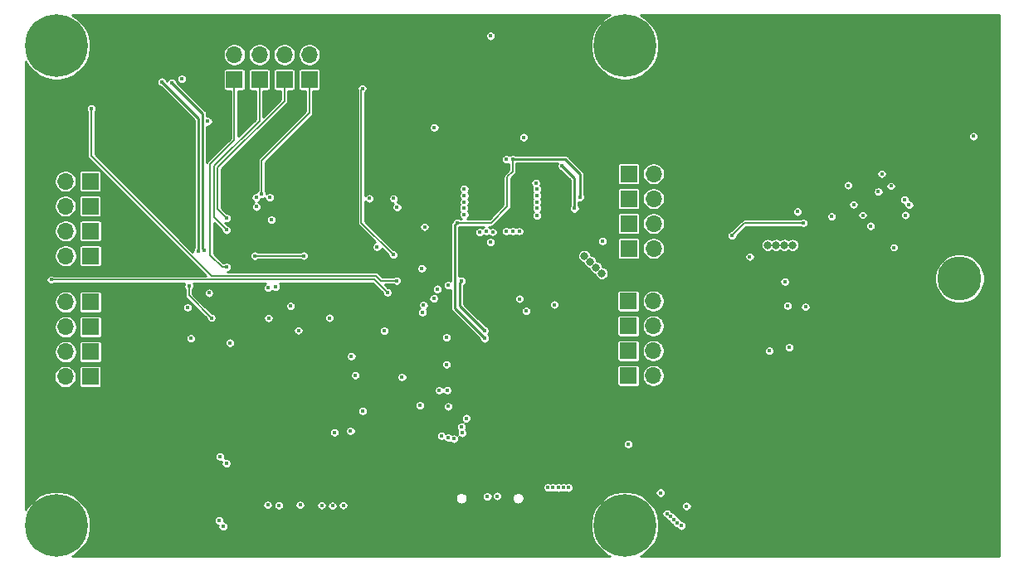
<source format=gbr>
G04 #@! TF.GenerationSoftware,KiCad,Pcbnew,5.1.7-a382d34a8~88~ubuntu18.04.1*
G04 #@! TF.CreationDate,2021-07-04T11:49:53-04:00*
G04 #@! TF.ProjectId,SmallKat v2,536d616c-6c4b-4617-9420-76322e6b6963,rev?*
G04 #@! TF.SameCoordinates,Original*
G04 #@! TF.FileFunction,Copper,L3,Inr*
G04 #@! TF.FilePolarity,Positive*
%FSLAX46Y46*%
G04 Gerber Fmt 4.6, Leading zero omitted, Abs format (unit mm)*
G04 Created by KiCad (PCBNEW 5.1.7-a382d34a8~88~ubuntu18.04.1) date 2021-07-04 11:49:53*
%MOMM*%
%LPD*%
G01*
G04 APERTURE LIST*
G04 #@! TA.AperFunction,ComponentPad*
%ADD10C,4.500000*%
G04 #@! TD*
G04 #@! TA.AperFunction,ComponentPad*
%ADD11O,1.700000X1.700000*%
G04 #@! TD*
G04 #@! TA.AperFunction,ComponentPad*
%ADD12R,1.700000X1.700000*%
G04 #@! TD*
G04 #@! TA.AperFunction,ComponentPad*
%ADD13O,1.000000X2.100000*%
G04 #@! TD*
G04 #@! TA.AperFunction,ComponentPad*
%ADD14O,1.000000X1.800000*%
G04 #@! TD*
G04 #@! TA.AperFunction,ComponentPad*
%ADD15C,0.800000*%
G04 #@! TD*
G04 #@! TA.AperFunction,ComponentPad*
%ADD16C,6.400000*%
G04 #@! TD*
G04 #@! TA.AperFunction,ViaPad*
%ADD17C,0.450000*%
G04 #@! TD*
G04 #@! TA.AperFunction,ViaPad*
%ADD18C,0.430000*%
G04 #@! TD*
G04 #@! TA.AperFunction,ViaPad*
%ADD19C,0.800000*%
G04 #@! TD*
G04 #@! TA.AperFunction,Conductor*
%ADD20C,0.177800*%
G04 #@! TD*
G04 #@! TA.AperFunction,Conductor*
%ADD21C,0.250000*%
G04 #@! TD*
G04 #@! TA.AperFunction,Conductor*
%ADD22C,0.200000*%
G04 #@! TD*
G04 #@! TA.AperFunction,Conductor*
%ADD23C,0.254000*%
G04 #@! TD*
G04 #@! TA.AperFunction,Conductor*
%ADD24C,0.100000*%
G04 #@! TD*
G04 APERTURE END LIST*
D10*
X163790000Y-109090000D03*
X163790000Y-114090000D03*
D11*
X89800000Y-83670000D03*
X89800000Y-86210000D03*
D12*
X89800000Y-88750000D03*
D11*
X94890000Y-83670000D03*
X94890000Y-86210000D03*
D12*
X94890000Y-88750000D03*
D11*
X92350000Y-83670000D03*
X92350000Y-86210000D03*
D12*
X92350000Y-88750000D03*
D11*
X97450000Y-83670000D03*
X97450000Y-86210000D03*
D12*
X97450000Y-88750000D03*
D13*
X111530000Y-131025000D03*
X120170000Y-131025000D03*
D14*
X111530000Y-135175000D03*
X120175000Y-135175000D03*
D12*
X130022800Y-98388800D03*
D11*
X132562800Y-98388800D03*
X135102800Y-98388800D03*
X70001400Y-119106400D03*
X72541400Y-119106400D03*
D12*
X75081400Y-119106400D03*
X130022800Y-100928800D03*
D11*
X132562800Y-100928800D03*
X135102800Y-100928800D03*
X70041400Y-116566400D03*
X72581400Y-116566400D03*
D12*
X75121400Y-116566400D03*
X130022800Y-103468800D03*
D11*
X132562800Y-103468800D03*
X135102800Y-103468800D03*
X70041400Y-114026400D03*
X72581400Y-114026400D03*
D12*
X75121400Y-114026400D03*
X130022800Y-106008800D03*
D11*
X132562800Y-106008800D03*
X135102800Y-106008800D03*
X70041400Y-111486400D03*
X72581400Y-111486400D03*
D12*
X75121400Y-111486400D03*
X129993600Y-111374800D03*
D11*
X132533600Y-111374800D03*
X135073600Y-111374800D03*
X70042700Y-106762000D03*
X72582700Y-106762000D03*
D12*
X75122700Y-106762000D03*
X129993600Y-113914800D03*
D11*
X132533600Y-113914800D03*
X135073600Y-113914800D03*
X70042700Y-104222000D03*
X72582700Y-104222000D03*
D12*
X75122700Y-104222000D03*
X129993600Y-116454800D03*
D11*
X132533600Y-116454800D03*
X135073600Y-116454800D03*
X70017700Y-101682000D03*
X72557700Y-101682000D03*
D12*
X75097700Y-101682000D03*
X129993600Y-118994800D03*
D11*
X132533600Y-118994800D03*
X135073600Y-118994800D03*
X70017700Y-99142000D03*
X72557700Y-99142000D03*
D12*
X75097700Y-99142000D03*
D15*
X73347056Y-83602944D03*
X71650000Y-82900000D03*
X69952944Y-83602944D03*
X69250000Y-85300000D03*
X69952944Y-86997056D03*
X71650000Y-87700000D03*
X73347056Y-86997056D03*
X74050000Y-85300000D03*
D16*
X71650000Y-85300000D03*
D15*
X131347056Y-83602944D03*
X129650000Y-82900000D03*
X127952944Y-83602944D03*
X127250000Y-85300000D03*
X127952944Y-86997056D03*
X129650000Y-87700000D03*
X131347056Y-86997056D03*
X132050000Y-85300000D03*
D16*
X129650000Y-85300000D03*
D15*
X131347056Y-132602944D03*
X129650000Y-131900000D03*
X127952944Y-132602944D03*
X127250000Y-134300000D03*
X127952944Y-135997056D03*
X129650000Y-136700000D03*
X131347056Y-135997056D03*
X132050000Y-134300000D03*
D16*
X129650000Y-134300000D03*
D15*
X73347056Y-132602944D03*
X71650000Y-131900000D03*
X69952944Y-132602944D03*
X69250000Y-134300000D03*
X69952944Y-135997056D03*
X71650000Y-136700000D03*
X73347056Y-135997056D03*
X74050000Y-134300000D03*
D16*
X71650000Y-134300000D03*
D17*
X115520000Y-125800000D03*
X118160000Y-125770000D03*
X118130000Y-123080000D03*
X115510000Y-123120000D03*
D18*
X99910000Y-109910000D03*
X97900000Y-111640000D03*
X102310000Y-111590000D03*
X102330000Y-107190000D03*
X97920000Y-107260000D03*
D19*
X121590000Y-125650000D03*
X121590000Y-124750000D03*
X121590000Y-123840000D03*
X128320000Y-129530000D03*
X129200000Y-129530000D03*
X130050000Y-129530000D03*
D18*
X148490000Y-116520000D03*
D19*
X166210000Y-115570000D03*
X166200000Y-120056000D03*
X163350000Y-121006000D03*
X166200000Y-120956000D03*
X163350000Y-119206000D03*
X164250000Y-119206000D03*
X164250000Y-120106000D03*
X161450000Y-121006000D03*
X165150000Y-119206000D03*
X161450000Y-120106000D03*
X165150000Y-121006000D03*
X165150000Y-120106000D03*
X164250000Y-121006000D03*
X162350000Y-119206000D03*
X162350000Y-121006000D03*
X166200000Y-119126000D03*
X162350000Y-120106000D03*
X161450000Y-119206000D03*
X163350000Y-120106000D03*
X163350000Y-118306000D03*
X165150000Y-118306000D03*
X164250000Y-118306000D03*
X163350000Y-117406000D03*
X164250000Y-117406000D03*
X165150000Y-117406000D03*
D18*
X155800000Y-102700000D03*
X156250000Y-102700000D03*
X156250000Y-101350000D03*
X155800000Y-101350000D03*
X155800000Y-102250000D03*
X156250000Y-101800000D03*
X155800000Y-101800000D03*
X156250000Y-102250000D03*
X95450000Y-135650000D03*
X106950000Y-88150000D03*
X101400000Y-88850000D03*
X166600000Y-99280000D03*
X158500000Y-106100000D03*
X118700000Y-83300000D03*
X112080014Y-94269986D03*
X114500000Y-97750000D03*
X114050000Y-98200000D03*
D19*
X163350000Y-122900000D03*
X165150000Y-122900000D03*
X164250000Y-122900000D03*
X163350000Y-122000000D03*
X163350000Y-123800000D03*
X164250000Y-123800000D03*
X165150000Y-123800000D03*
X164250000Y-122000000D03*
X165150000Y-122000000D03*
X166200000Y-122850000D03*
X167100000Y-118350000D03*
X167100000Y-119250000D03*
X167100000Y-121050000D03*
X167100000Y-114750000D03*
X167100000Y-112050000D03*
X167100000Y-112950000D03*
X167100000Y-115650000D03*
X167100000Y-117450000D03*
X166200000Y-117356000D03*
X167100000Y-120150000D03*
X167100000Y-122850000D03*
X166200000Y-121920000D03*
X166200000Y-123750000D03*
X166200000Y-116456000D03*
X166200000Y-118256000D03*
X167100000Y-123750000D03*
X167100000Y-121950000D03*
X167100000Y-113850000D03*
X167100000Y-116550000D03*
X162350000Y-123800000D03*
X160550000Y-121100000D03*
X161450000Y-122000000D03*
X162350000Y-118306000D03*
X161450000Y-116506000D03*
X160550000Y-122000000D03*
X161450000Y-117406000D03*
X161450000Y-122900000D03*
X162350000Y-122900000D03*
X162350000Y-117406000D03*
X162350000Y-122000000D03*
X160550000Y-120200000D03*
X160550000Y-123800000D03*
X160550000Y-119300000D03*
X161450000Y-118306000D03*
X161450000Y-123800000D03*
X160550000Y-122900000D03*
X160550000Y-117500000D03*
X161450000Y-115606000D03*
X160550000Y-118400000D03*
X160550000Y-116600000D03*
X160550000Y-115700000D03*
X160550000Y-114800000D03*
X160550000Y-113900000D03*
X160550000Y-113000000D03*
X160550000Y-112100000D03*
D18*
X151300000Y-101250000D03*
X150400000Y-101250000D03*
X149950000Y-101250000D03*
X150850000Y-101250000D03*
X147700000Y-101250000D03*
X148600000Y-101700000D03*
X149050000Y-101250000D03*
X147700000Y-101700000D03*
X148600000Y-101250000D03*
X149500000Y-101250000D03*
X149500000Y-101700000D03*
X148150000Y-101250000D03*
X148150000Y-101700000D03*
X149050000Y-101700000D03*
X149500000Y-100800000D03*
X148150000Y-100350000D03*
X148600000Y-100800000D03*
X149950000Y-100350000D03*
X151300000Y-100350000D03*
X150400000Y-100800000D03*
X150400000Y-100350000D03*
X148600000Y-100350000D03*
X149500000Y-100350000D03*
X150850000Y-100800000D03*
X149050000Y-100350000D03*
X149950000Y-100800000D03*
X147700000Y-100800000D03*
X150850000Y-100350000D03*
X149050000Y-100800000D03*
X147700000Y-100350000D03*
X148150000Y-100800000D03*
X151300000Y-100800000D03*
X150850000Y-99450000D03*
X151300000Y-99900000D03*
X148600000Y-99900000D03*
X148600000Y-99450000D03*
X149950000Y-99450000D03*
X147700000Y-99450000D03*
X149050000Y-99450000D03*
X149950000Y-99900000D03*
X149500000Y-99450000D03*
X150400000Y-99900000D03*
X149050000Y-99900000D03*
X148150000Y-99450000D03*
X148150000Y-99900000D03*
X150400000Y-99450000D03*
X147700000Y-99900000D03*
X151300000Y-99450000D03*
X149500000Y-99900000D03*
X150850000Y-99900000D03*
X149500000Y-98550000D03*
X148150000Y-98550000D03*
X149500000Y-99000000D03*
X149050000Y-98550000D03*
X150850000Y-99000000D03*
X149050000Y-99000000D03*
X151750000Y-98550000D03*
X148600000Y-98550000D03*
X147700000Y-98550000D03*
X151300000Y-98550000D03*
X149950000Y-99000000D03*
X150400000Y-99000000D03*
X149950000Y-98550000D03*
X150400000Y-98550000D03*
X151300000Y-99000000D03*
X147700000Y-99000000D03*
X148600000Y-99000000D03*
X148150000Y-99000000D03*
X150850000Y-98550000D03*
X147700000Y-97200000D03*
X149950000Y-98100000D03*
X147700000Y-98100000D03*
X149500000Y-97200000D03*
X148600000Y-97200000D03*
X150850000Y-97650000D03*
X149950000Y-97200000D03*
X148600000Y-97650000D03*
X151300000Y-97200000D03*
X148600000Y-98100000D03*
X149050000Y-97650000D03*
X150400000Y-97650000D03*
X148150000Y-97650000D03*
X148150000Y-98100000D03*
X147700000Y-97650000D03*
X148150000Y-97200000D03*
X151750000Y-97200000D03*
X149500000Y-97650000D03*
X150850000Y-97200000D03*
X150400000Y-97200000D03*
X151750000Y-98100000D03*
X149050000Y-98100000D03*
X150850000Y-98100000D03*
X151750000Y-97650000D03*
X151300000Y-98100000D03*
X149050000Y-97200000D03*
X150400000Y-98100000D03*
X151300000Y-97650000D03*
X149950000Y-97650000D03*
X149500000Y-98100000D03*
X150850000Y-96750000D03*
X148600000Y-96750000D03*
X149050000Y-96750000D03*
X150400000Y-96750000D03*
X148150000Y-96750000D03*
X147700000Y-96750000D03*
X149500000Y-96750000D03*
X151750000Y-96750000D03*
X151300000Y-96750000D03*
X149950000Y-96750000D03*
X147700000Y-96300000D03*
X152650000Y-96300000D03*
X149500000Y-96300000D03*
X148600000Y-96300000D03*
X149950000Y-96300000D03*
X151300000Y-96300000D03*
X148150000Y-96300000D03*
X151750000Y-96300000D03*
X150850000Y-96300000D03*
X150400000Y-96300000D03*
X152200000Y-96300000D03*
X149050000Y-96300000D03*
X152650000Y-95850000D03*
X152200000Y-95850000D03*
X151750000Y-95850000D03*
X151300000Y-95850000D03*
X150850000Y-95850000D03*
X150400000Y-95850000D03*
X149950000Y-95850000D03*
X149500000Y-95850000D03*
X149050000Y-95850000D03*
X148600000Y-95850000D03*
X148150000Y-95850000D03*
X147700000Y-95850000D03*
X142600000Y-83150000D03*
X142150000Y-82700000D03*
X142600000Y-84050000D03*
X142600000Y-84950000D03*
X143050000Y-83600000D03*
X143050000Y-84950000D03*
X142600000Y-84500000D03*
X143050000Y-83150000D03*
X142150000Y-84050000D03*
X142600000Y-82250000D03*
X142150000Y-83150000D03*
X142600000Y-82700000D03*
X143050000Y-82700000D03*
X142150000Y-82250000D03*
X143050000Y-82250000D03*
X142150000Y-83600000D03*
X143050000Y-84050000D03*
X143050000Y-84500000D03*
X142600000Y-83600000D03*
X140800000Y-83150000D03*
X139900000Y-83600000D03*
X141700000Y-83600000D03*
X140350000Y-82250000D03*
X139900000Y-82250000D03*
X141250000Y-82250000D03*
X139450000Y-84050000D03*
X139450000Y-82700000D03*
X140350000Y-84050000D03*
X140800000Y-82250000D03*
X141700000Y-82250000D03*
X141250000Y-83600000D03*
X140800000Y-82700000D03*
X140350000Y-83150000D03*
X140800000Y-83600000D03*
X140350000Y-83600000D03*
X141700000Y-82700000D03*
X141250000Y-82700000D03*
X141700000Y-83150000D03*
X139900000Y-84050000D03*
X140350000Y-82700000D03*
X140800000Y-84050000D03*
X139450000Y-83600000D03*
X139450000Y-82250000D03*
X139450000Y-83150000D03*
X141250000Y-84050000D03*
X141250000Y-83150000D03*
X139900000Y-82700000D03*
X141700000Y-84050000D03*
X139900000Y-83150000D03*
X139000000Y-83150000D03*
X137200000Y-82250000D03*
X137200000Y-82700000D03*
X137650000Y-82250000D03*
X138100000Y-83150000D03*
X138100000Y-84050000D03*
X138550000Y-82700000D03*
X137200000Y-84050000D03*
X137200000Y-83600000D03*
X138550000Y-83150000D03*
X138550000Y-82250000D03*
X136750000Y-82250000D03*
X139000000Y-84050000D03*
X137650000Y-82700000D03*
X139000000Y-82250000D03*
X136750000Y-82700000D03*
X138550000Y-83600000D03*
X137200000Y-83150000D03*
X139000000Y-82700000D03*
X137650000Y-83600000D03*
X137650000Y-83150000D03*
X136750000Y-84050000D03*
X138100000Y-83600000D03*
X138550000Y-84050000D03*
X139000000Y-83600000D03*
X136750000Y-83150000D03*
X138100000Y-82250000D03*
X137650000Y-84050000D03*
X136750000Y-83600000D03*
X138100000Y-82700000D03*
X135850000Y-86300000D03*
X135850000Y-82250000D03*
X136300000Y-83150000D03*
X136300000Y-84050000D03*
X135850000Y-84950000D03*
X135850000Y-84500000D03*
X135850000Y-85850000D03*
X135850000Y-85400000D03*
X135850000Y-82700000D03*
X135850000Y-83600000D03*
X135850000Y-83150000D03*
X136300000Y-83600000D03*
X136300000Y-82250000D03*
X135850000Y-84050000D03*
X136300000Y-82700000D03*
X134950000Y-85400000D03*
X135400000Y-86300000D03*
X135400000Y-82250000D03*
X135400000Y-84500000D03*
X135400000Y-82700000D03*
X134950000Y-85850000D03*
X134950000Y-84950000D03*
X135400000Y-84050000D03*
X135400000Y-83600000D03*
X134950000Y-86300000D03*
X134950000Y-82250000D03*
X134950000Y-84500000D03*
X134950000Y-82700000D03*
X135400000Y-83150000D03*
X134950000Y-84050000D03*
X135400000Y-84950000D03*
X134950000Y-83150000D03*
X135400000Y-85850000D03*
X134950000Y-83600000D03*
X135400000Y-85400000D03*
X134500000Y-85400000D03*
X134500000Y-85850000D03*
X134500000Y-84950000D03*
X134500000Y-86300000D03*
X134500000Y-82250000D03*
X134500000Y-84500000D03*
X134500000Y-82700000D03*
X134500000Y-84050000D03*
X134500000Y-83150000D03*
X134500000Y-83600000D03*
X134050000Y-86300000D03*
X134050000Y-85850000D03*
X134050000Y-85400000D03*
X134050000Y-84950000D03*
X134050000Y-84500000D03*
X134050000Y-84050000D03*
X134050000Y-83600000D03*
X134050000Y-83150000D03*
X134050000Y-82700000D03*
X134050000Y-82250000D03*
X158600000Y-103700000D03*
X154150000Y-105300000D03*
D19*
X104816200Y-101266200D03*
X104816200Y-103033800D03*
X104816200Y-102166200D03*
X92516200Y-116933800D03*
X93416200Y-116933800D03*
X94283800Y-116933800D03*
X105783800Y-116916200D03*
X104883800Y-116916200D03*
D18*
X119570000Y-119250000D03*
X118620000Y-119250000D03*
X117670000Y-119250000D03*
X118350000Y-128800000D03*
X113300000Y-128800000D03*
X69200000Y-109200000D03*
X73750000Y-89900000D03*
X70300000Y-90850000D03*
X128770000Y-93980000D03*
X132650000Y-127850000D03*
X129750000Y-107850000D03*
X108850000Y-99400000D03*
X117008700Y-107391300D03*
X117050000Y-112000000D03*
X123550000Y-108700000D03*
X111000000Y-113450000D03*
D19*
X103500000Y-130600000D03*
X115300000Y-98950000D03*
X118550000Y-98950000D03*
X118550000Y-102250000D03*
X115250000Y-102250000D03*
X116800000Y-100850000D03*
X103500000Y-126850000D03*
X92000000Y-136400000D03*
X103350000Y-136600000D03*
X107696000Y-133820000D03*
D18*
X87595000Y-115695000D03*
X70480000Y-127390000D03*
X85860000Y-132300000D03*
D17*
X120790000Y-98240000D03*
X138380000Y-135320000D03*
D18*
X128760000Y-125710000D03*
D19*
X101390000Y-122220000D03*
D17*
X141080000Y-135320000D03*
X126630000Y-104470000D03*
X85380000Y-88670000D03*
D18*
X87065621Y-95100000D03*
X118900000Y-108000000D03*
X119250000Y-109550000D03*
X118400000Y-111600000D03*
D17*
X115152686Y-111707314D03*
X113330000Y-109900000D03*
X116770000Y-124380000D03*
D18*
X165180000Y-94550000D03*
X155500000Y-100200000D03*
X153900000Y-102600000D03*
X154720000Y-103710000D03*
D19*
X127275000Y-108545000D03*
X126685000Y-107955000D03*
X126095000Y-107365000D03*
X125505000Y-106775000D03*
X144210000Y-105660000D03*
X145060000Y-105660000D03*
X145910000Y-105660000D03*
X146750000Y-105660000D03*
D18*
X142380000Y-106850000D03*
X144370000Y-116470000D03*
X119300000Y-94650000D03*
D17*
X135380000Y-134330000D03*
X121800000Y-130440000D03*
X122310000Y-130440000D03*
X122850000Y-130440000D03*
X123340000Y-130440000D03*
X123870000Y-130440000D03*
X134320000Y-133380000D03*
X134655000Y-133715000D03*
X134990000Y-134050000D03*
X133924273Y-133085727D03*
X84410000Y-88690000D03*
X87075621Y-93020000D03*
D18*
X147250000Y-102250000D03*
X115950000Y-84300000D03*
X106900000Y-119150000D03*
X110700000Y-120500000D03*
X92015632Y-100792456D03*
X110900000Y-125150000D03*
X111450000Y-115100000D03*
X111450000Y-117850000D03*
X112213089Y-125452752D03*
X111493980Y-120487325D03*
D17*
X105070000Y-114420000D03*
D18*
X113250000Y-99900000D03*
X117555597Y-104248757D03*
X115599999Y-131349089D03*
X116600000Y-131300002D03*
D17*
X113458302Y-123350000D03*
D18*
X108750000Y-122050000D03*
X87450000Y-113100000D03*
X85350000Y-115200000D03*
X96326200Y-114376200D03*
D17*
X82380000Y-88980000D03*
X88640000Y-134400000D03*
X88970000Y-127970000D03*
X85160000Y-109850000D03*
X86090000Y-106320000D03*
D18*
X118900000Y-111150000D03*
D17*
X111630000Y-109770000D03*
D18*
X119550000Y-112400000D03*
X87200000Y-110550000D03*
X85010000Y-112040000D03*
X99500000Y-113100000D03*
D17*
X83400000Y-89080000D03*
X86740000Y-106210000D03*
X88220000Y-133800000D03*
X88344394Y-127267796D03*
X110502629Y-110152691D03*
X110130000Y-111136091D03*
D18*
X112966602Y-124252547D03*
X93280000Y-113130000D03*
X102150000Y-118950000D03*
X95550000Y-111900000D03*
X113029100Y-124857138D03*
X101734379Y-117015621D03*
X116140000Y-104330000D03*
X120650000Y-99950000D03*
X120650000Y-100600000D03*
X120650000Y-101250000D03*
X120650000Y-101900000D03*
X120650000Y-102650000D03*
X118850000Y-104250000D03*
X118200000Y-104250000D03*
X113250000Y-100600000D03*
X113250000Y-101250000D03*
X113200000Y-101900000D03*
X113250000Y-102550000D03*
X114810000Y-104360000D03*
X115492404Y-104249830D03*
X89353800Y-115646200D03*
X146250000Y-111860000D03*
X145950000Y-109400000D03*
X101650000Y-124650000D03*
X104350000Y-105850000D03*
X106050000Y-100900000D03*
X100900000Y-132250000D03*
X100000000Y-124800000D03*
X103550000Y-100900000D03*
X99800000Y-132300000D03*
X98700000Y-132250000D03*
X94015000Y-109935000D03*
X102900000Y-122600000D03*
X106400000Y-101800000D03*
X96500000Y-132200000D03*
X94350000Y-132250000D03*
X93400000Y-100800000D03*
X93205000Y-110045000D03*
X93570000Y-103070000D03*
X93200000Y-132200000D03*
X92060000Y-101750000D03*
X115920000Y-105370000D03*
X147850000Y-103400000D03*
X140550000Y-104700000D03*
X157100000Y-105900000D03*
X127350000Y-105250000D03*
X109200000Y-103800000D03*
X110200000Y-93650000D03*
X75200000Y-91700000D03*
X106350000Y-109300000D03*
X105400000Y-110500000D03*
X71100000Y-109200000D03*
X130000000Y-126000000D03*
X109000000Y-112550000D03*
X122450000Y-111750000D03*
X109100000Y-111800000D03*
X120550000Y-99300000D03*
X91893800Y-106756200D03*
X96900000Y-106750000D03*
X92546191Y-100456815D03*
X89015000Y-104115000D03*
X89000000Y-102900000D03*
X89000000Y-107900000D03*
X102850000Y-89650000D03*
X106000000Y-106650000D03*
X152974265Y-101517741D03*
X150750000Y-102750000D03*
X158640000Y-101550000D03*
X155850000Y-98380000D03*
X156780000Y-99630000D03*
X158155518Y-101021174D03*
X152400000Y-99550000D03*
X158250000Y-102600000D03*
X111618290Y-125327656D03*
X111618290Y-122147836D03*
X148060000Y-111970000D03*
X146410000Y-116110000D03*
X112510000Y-103390000D03*
X118180000Y-96890000D03*
D17*
X115346781Y-115193219D03*
X135930000Y-132320000D03*
X125027810Y-100777321D03*
D18*
X117510000Y-96910000D03*
X108930000Y-108050000D03*
D17*
X115300000Y-114379999D03*
X123240000Y-97590000D03*
X133258217Y-130961779D03*
X124500000Y-101920000D03*
X112957814Y-109326612D03*
D20*
X87450000Y-113100000D02*
X85160000Y-110810000D01*
X85160000Y-110810000D02*
X85160000Y-109850000D01*
D21*
X86120000Y-92720000D02*
X86120000Y-106290000D01*
X82380000Y-88980000D02*
X86120000Y-92720000D01*
X86120000Y-106290000D02*
X86090000Y-106320000D01*
X83400000Y-89080000D02*
X86547811Y-92227811D01*
X86547811Y-92227811D02*
X86547811Y-106017811D01*
X86547811Y-106017811D02*
X86740000Y-106210000D01*
D20*
X140550000Y-104700000D02*
X141850000Y-103400000D01*
X141850000Y-103400000D02*
X147850000Y-103400000D01*
X106350000Y-109300000D02*
X104750000Y-109300000D01*
X104250000Y-108800000D02*
X87450000Y-108800000D01*
X104750000Y-109300000D02*
X104250000Y-108800000D01*
X87450000Y-108800000D02*
X75200000Y-96550000D01*
X75200000Y-96550000D02*
X75200000Y-91700000D01*
X71100000Y-109200000D02*
X104100000Y-109200000D01*
X104100000Y-109200000D02*
X105400000Y-110500000D01*
D22*
X96900000Y-106750000D02*
X96900000Y-106750000D01*
X96900000Y-106750000D02*
X91900000Y-106750000D01*
D20*
X92570992Y-100453674D02*
X92570992Y-97029008D01*
X97450000Y-92150000D02*
X97450000Y-88750000D01*
X92570992Y-97029008D02*
X97450000Y-92150000D01*
X89000000Y-104100000D02*
X87744389Y-102844389D01*
X87744389Y-102844389D02*
X87744389Y-97555611D01*
X87744389Y-97555611D02*
X92350000Y-92950000D01*
X92350000Y-92950000D02*
X92350000Y-88750000D01*
X88100000Y-102000000D02*
X89000000Y-102900000D01*
X88100000Y-97750000D02*
X88100000Y-102000000D01*
X94900000Y-90950000D02*
X88100000Y-97750000D01*
X94900000Y-88740000D02*
X94900000Y-90950000D01*
X89800000Y-88750000D02*
X89800000Y-94900000D01*
X89800000Y-94900000D02*
X87350000Y-97350000D01*
X87350000Y-97350000D02*
X87350000Y-106700000D01*
X88550000Y-107900000D02*
X89000000Y-107900000D01*
X87350000Y-106700000D02*
X88550000Y-107900000D01*
X102750000Y-89750000D02*
X102850000Y-89650000D01*
X102750000Y-103400000D02*
X102750000Y-89750000D01*
X106000000Y-106650000D02*
X102750000Y-103400000D01*
X115980000Y-103390000D02*
X112510000Y-103390000D01*
X117630000Y-101740000D02*
X115980000Y-103390000D01*
X117630000Y-98700000D02*
X117630000Y-101740000D01*
X118180000Y-98150000D02*
X117630000Y-98700000D01*
X118180000Y-96890000D02*
X118180000Y-98150000D01*
D21*
X123550000Y-96890000D02*
X125027810Y-98367810D01*
X125027810Y-98367810D02*
X125027810Y-100777321D01*
X118180000Y-96890000D02*
X123550000Y-96890000D01*
X112510000Y-103390000D02*
X112295001Y-103604999D01*
X112295001Y-103604999D02*
X112295001Y-112141439D01*
X112295001Y-112141439D02*
X115121782Y-114968220D01*
X115121782Y-114968220D02*
X115346781Y-115193219D01*
X124500000Y-101920000D02*
X124500000Y-98850000D01*
X124500000Y-98850000D02*
X123240000Y-97590000D01*
X112987822Y-109367822D02*
X112802199Y-109553445D01*
X112802199Y-109553445D02*
X112802199Y-111882198D01*
X112802199Y-111882198D02*
X115075001Y-114155000D01*
X115075001Y-114155000D02*
X115300000Y-114379999D01*
D23*
X127989855Y-82194087D02*
X127415820Y-82577644D01*
X126927644Y-83065820D01*
X126544087Y-83639855D01*
X126279888Y-84277688D01*
X126145200Y-84954807D01*
X126145200Y-85645193D01*
X126279888Y-86322312D01*
X126544087Y-86960145D01*
X126927644Y-87534180D01*
X127415820Y-88022356D01*
X127989855Y-88405913D01*
X128627688Y-88670112D01*
X129304807Y-88804800D01*
X129995193Y-88804800D01*
X130672312Y-88670112D01*
X131310145Y-88405913D01*
X131884180Y-88022356D01*
X132372356Y-87534180D01*
X132755913Y-86960145D01*
X133020112Y-86322312D01*
X133154800Y-85645193D01*
X133154800Y-84954807D01*
X133020112Y-84277688D01*
X132755913Y-83639855D01*
X132372356Y-83065820D01*
X131884180Y-82577644D01*
X131310145Y-82194087D01*
X131213366Y-82154000D01*
X167796001Y-82154000D01*
X167796000Y-137446000D01*
X131213366Y-137446000D01*
X131310145Y-137405913D01*
X131884180Y-137022356D01*
X132372356Y-136534180D01*
X132755913Y-135960145D01*
X133020112Y-135322312D01*
X133154800Y-134645193D01*
X133154800Y-133954807D01*
X133020112Y-133277688D01*
X132918986Y-133033546D01*
X133394473Y-133033546D01*
X133394473Y-133137908D01*
X133414833Y-133240264D01*
X133454771Y-133336681D01*
X133512751Y-133423455D01*
X133586545Y-133497249D01*
X133673319Y-133555229D01*
X133769736Y-133595167D01*
X133841595Y-133609461D01*
X133850498Y-133630954D01*
X133908478Y-133717728D01*
X133982272Y-133791522D01*
X134069046Y-133849502D01*
X134151390Y-133883610D01*
X134185498Y-133965954D01*
X134243478Y-134052728D01*
X134317272Y-134126522D01*
X134404046Y-134184502D01*
X134486390Y-134218610D01*
X134520498Y-134300954D01*
X134578478Y-134387728D01*
X134652272Y-134461522D01*
X134739046Y-134519502D01*
X134835463Y-134559440D01*
X134907524Y-134573774D01*
X134910498Y-134580954D01*
X134968478Y-134667728D01*
X135042272Y-134741522D01*
X135129046Y-134799502D01*
X135225463Y-134839440D01*
X135327819Y-134859800D01*
X135432181Y-134859800D01*
X135534537Y-134839440D01*
X135630954Y-134799502D01*
X135717728Y-134741522D01*
X135791522Y-134667728D01*
X135849502Y-134580954D01*
X135889440Y-134484537D01*
X135909800Y-134382181D01*
X135909800Y-134277819D01*
X135889440Y-134175463D01*
X135849502Y-134079046D01*
X135791522Y-133992272D01*
X135717728Y-133918478D01*
X135630954Y-133860498D01*
X135534537Y-133820560D01*
X135462476Y-133806226D01*
X135459502Y-133799046D01*
X135401522Y-133712272D01*
X135327728Y-133638478D01*
X135240954Y-133580498D01*
X135158610Y-133546390D01*
X135124502Y-133464046D01*
X135066522Y-133377272D01*
X134992728Y-133303478D01*
X134905954Y-133245498D01*
X134823610Y-133211390D01*
X134789502Y-133129046D01*
X134731522Y-133042272D01*
X134657728Y-132968478D01*
X134570954Y-132910498D01*
X134474537Y-132870560D01*
X134402678Y-132856266D01*
X134393775Y-132834773D01*
X134335795Y-132747999D01*
X134262001Y-132674205D01*
X134175227Y-132616225D01*
X134078810Y-132576287D01*
X133976454Y-132555927D01*
X133872092Y-132555927D01*
X133769736Y-132576287D01*
X133673319Y-132616225D01*
X133586545Y-132674205D01*
X133512751Y-132747999D01*
X133454771Y-132834773D01*
X133414833Y-132931190D01*
X133394473Y-133033546D01*
X132918986Y-133033546D01*
X132755913Y-132639855D01*
X132507328Y-132267819D01*
X135400200Y-132267819D01*
X135400200Y-132372181D01*
X135420560Y-132474537D01*
X135460498Y-132570954D01*
X135518478Y-132657728D01*
X135592272Y-132731522D01*
X135679046Y-132789502D01*
X135775463Y-132829440D01*
X135877819Y-132849800D01*
X135982181Y-132849800D01*
X136084537Y-132829440D01*
X136180954Y-132789502D01*
X136267728Y-132731522D01*
X136341522Y-132657728D01*
X136399502Y-132570954D01*
X136439440Y-132474537D01*
X136459800Y-132372181D01*
X136459800Y-132267819D01*
X136439440Y-132165463D01*
X136399502Y-132069046D01*
X136341522Y-131982272D01*
X136267728Y-131908478D01*
X136180954Y-131850498D01*
X136084537Y-131810560D01*
X135982181Y-131790200D01*
X135877819Y-131790200D01*
X135775463Y-131810560D01*
X135679046Y-131850498D01*
X135592272Y-131908478D01*
X135518478Y-131982272D01*
X135460498Y-132069046D01*
X135420560Y-132165463D01*
X135400200Y-132267819D01*
X132507328Y-132267819D01*
X132372356Y-132065820D01*
X131884180Y-131577644D01*
X131310145Y-131194087D01*
X130672312Y-130929888D01*
X130570308Y-130909598D01*
X132728417Y-130909598D01*
X132728417Y-131013960D01*
X132748777Y-131116316D01*
X132788715Y-131212733D01*
X132846695Y-131299507D01*
X132920489Y-131373301D01*
X133007263Y-131431281D01*
X133103680Y-131471219D01*
X133206036Y-131491579D01*
X133310398Y-131491579D01*
X133412754Y-131471219D01*
X133509171Y-131431281D01*
X133595945Y-131373301D01*
X133669739Y-131299507D01*
X133727719Y-131212733D01*
X133767657Y-131116316D01*
X133788017Y-131013960D01*
X133788017Y-130909598D01*
X133767657Y-130807242D01*
X133727719Y-130710825D01*
X133669739Y-130624051D01*
X133595945Y-130550257D01*
X133509171Y-130492277D01*
X133412754Y-130452339D01*
X133310398Y-130431979D01*
X133206036Y-130431979D01*
X133103680Y-130452339D01*
X133007263Y-130492277D01*
X132920489Y-130550257D01*
X132846695Y-130624051D01*
X132788715Y-130710825D01*
X132748777Y-130807242D01*
X132728417Y-130909598D01*
X130570308Y-130909598D01*
X129995193Y-130795200D01*
X129304807Y-130795200D01*
X128627688Y-130929888D01*
X127989855Y-131194087D01*
X127415820Y-131577644D01*
X126927644Y-132065820D01*
X126544087Y-132639855D01*
X126279888Y-133277688D01*
X126145200Y-133954807D01*
X126145200Y-134645193D01*
X126279888Y-135322312D01*
X126544087Y-135960145D01*
X126927644Y-136534180D01*
X127415820Y-137022356D01*
X127989855Y-137405913D01*
X128086634Y-137446000D01*
X73213366Y-137446000D01*
X73310145Y-137405913D01*
X73884180Y-137022356D01*
X74372356Y-136534180D01*
X74755913Y-135960145D01*
X75020112Y-135322312D01*
X75154800Y-134645193D01*
X75154800Y-133954807D01*
X75113628Y-133747819D01*
X87690200Y-133747819D01*
X87690200Y-133852181D01*
X87710560Y-133954537D01*
X87750498Y-134050954D01*
X87808478Y-134137728D01*
X87882272Y-134211522D01*
X87969046Y-134269502D01*
X88065463Y-134309440D01*
X88115841Y-134319461D01*
X88110200Y-134347819D01*
X88110200Y-134452181D01*
X88130560Y-134554537D01*
X88170498Y-134650954D01*
X88228478Y-134737728D01*
X88302272Y-134811522D01*
X88389046Y-134869502D01*
X88485463Y-134909440D01*
X88587819Y-134929800D01*
X88692181Y-134929800D01*
X88794537Y-134909440D01*
X88890954Y-134869502D01*
X88977728Y-134811522D01*
X89051522Y-134737728D01*
X89109502Y-134650954D01*
X89149440Y-134554537D01*
X89169800Y-134452181D01*
X89169800Y-134347819D01*
X89149440Y-134245463D01*
X89109502Y-134149046D01*
X89051522Y-134062272D01*
X88977728Y-133988478D01*
X88890954Y-133930498D01*
X88794537Y-133890560D01*
X88744159Y-133880539D01*
X88749800Y-133852181D01*
X88749800Y-133747819D01*
X88729440Y-133645463D01*
X88689502Y-133549046D01*
X88631522Y-133462272D01*
X88557728Y-133388478D01*
X88470954Y-133330498D01*
X88374537Y-133290560D01*
X88272181Y-133270200D01*
X88167819Y-133270200D01*
X88065463Y-133290560D01*
X87969046Y-133330498D01*
X87882272Y-133388478D01*
X87808478Y-133462272D01*
X87750498Y-133549046D01*
X87710560Y-133645463D01*
X87690200Y-133747819D01*
X75113628Y-133747819D01*
X75020112Y-133277688D01*
X74755913Y-132639855D01*
X74427805Y-132148804D01*
X92680200Y-132148804D01*
X92680200Y-132251196D01*
X92700176Y-132351620D01*
X92739359Y-132446218D01*
X92796245Y-132531353D01*
X92868647Y-132603755D01*
X92953782Y-132660641D01*
X93048380Y-132699824D01*
X93148804Y-132719800D01*
X93251196Y-132719800D01*
X93351620Y-132699824D01*
X93446218Y-132660641D01*
X93531353Y-132603755D01*
X93603755Y-132531353D01*
X93660641Y-132446218D01*
X93699824Y-132351620D01*
X93719800Y-132251196D01*
X93719800Y-132198804D01*
X93830200Y-132198804D01*
X93830200Y-132301196D01*
X93850176Y-132401620D01*
X93889359Y-132496218D01*
X93946245Y-132581353D01*
X94018647Y-132653755D01*
X94103782Y-132710641D01*
X94198380Y-132749824D01*
X94298804Y-132769800D01*
X94401196Y-132769800D01*
X94501620Y-132749824D01*
X94596218Y-132710641D01*
X94681353Y-132653755D01*
X94753755Y-132581353D01*
X94810641Y-132496218D01*
X94849824Y-132401620D01*
X94869800Y-132301196D01*
X94869800Y-132198804D01*
X94859855Y-132148804D01*
X95980200Y-132148804D01*
X95980200Y-132251196D01*
X96000176Y-132351620D01*
X96039359Y-132446218D01*
X96096245Y-132531353D01*
X96168647Y-132603755D01*
X96253782Y-132660641D01*
X96348380Y-132699824D01*
X96448804Y-132719800D01*
X96551196Y-132719800D01*
X96651620Y-132699824D01*
X96746218Y-132660641D01*
X96831353Y-132603755D01*
X96903755Y-132531353D01*
X96960641Y-132446218D01*
X96999824Y-132351620D01*
X97019800Y-132251196D01*
X97019800Y-132198804D01*
X98180200Y-132198804D01*
X98180200Y-132301196D01*
X98200176Y-132401620D01*
X98239359Y-132496218D01*
X98296245Y-132581353D01*
X98368647Y-132653755D01*
X98453782Y-132710641D01*
X98548380Y-132749824D01*
X98648804Y-132769800D01*
X98751196Y-132769800D01*
X98851620Y-132749824D01*
X98946218Y-132710641D01*
X99031353Y-132653755D01*
X99103755Y-132581353D01*
X99160641Y-132496218D01*
X99199824Y-132401620D01*
X99219800Y-132301196D01*
X99219800Y-132248804D01*
X99280200Y-132248804D01*
X99280200Y-132351196D01*
X99300176Y-132451620D01*
X99339359Y-132546218D01*
X99396245Y-132631353D01*
X99468647Y-132703755D01*
X99553782Y-132760641D01*
X99648380Y-132799824D01*
X99748804Y-132819800D01*
X99851196Y-132819800D01*
X99951620Y-132799824D01*
X100046218Y-132760641D01*
X100131353Y-132703755D01*
X100203755Y-132631353D01*
X100260641Y-132546218D01*
X100299824Y-132451620D01*
X100319800Y-132351196D01*
X100319800Y-132248804D01*
X100309855Y-132198804D01*
X100380200Y-132198804D01*
X100380200Y-132301196D01*
X100400176Y-132401620D01*
X100439359Y-132496218D01*
X100496245Y-132581353D01*
X100568647Y-132653755D01*
X100653782Y-132710641D01*
X100748380Y-132749824D01*
X100848804Y-132769800D01*
X100951196Y-132769800D01*
X101051620Y-132749824D01*
X101146218Y-132710641D01*
X101231353Y-132653755D01*
X101303755Y-132581353D01*
X101360641Y-132496218D01*
X101399824Y-132401620D01*
X101419800Y-132301196D01*
X101419800Y-132198804D01*
X101399824Y-132098380D01*
X101360641Y-132003782D01*
X101303755Y-131918647D01*
X101231353Y-131846245D01*
X101146218Y-131789359D01*
X101051620Y-131750176D01*
X100951196Y-131730200D01*
X100848804Y-131730200D01*
X100748380Y-131750176D01*
X100653782Y-131789359D01*
X100568647Y-131846245D01*
X100496245Y-131918647D01*
X100439359Y-132003782D01*
X100400176Y-132098380D01*
X100380200Y-132198804D01*
X100309855Y-132198804D01*
X100299824Y-132148380D01*
X100260641Y-132053782D01*
X100203755Y-131968647D01*
X100131353Y-131896245D01*
X100046218Y-131839359D01*
X99951620Y-131800176D01*
X99851196Y-131780200D01*
X99748804Y-131780200D01*
X99648380Y-131800176D01*
X99553782Y-131839359D01*
X99468647Y-131896245D01*
X99396245Y-131968647D01*
X99339359Y-132053782D01*
X99300176Y-132148380D01*
X99280200Y-132248804D01*
X99219800Y-132248804D01*
X99219800Y-132198804D01*
X99199824Y-132098380D01*
X99160641Y-132003782D01*
X99103755Y-131918647D01*
X99031353Y-131846245D01*
X98946218Y-131789359D01*
X98851620Y-131750176D01*
X98751196Y-131730200D01*
X98648804Y-131730200D01*
X98548380Y-131750176D01*
X98453782Y-131789359D01*
X98368647Y-131846245D01*
X98296245Y-131918647D01*
X98239359Y-132003782D01*
X98200176Y-132098380D01*
X98180200Y-132198804D01*
X97019800Y-132198804D01*
X97019800Y-132148804D01*
X96999824Y-132048380D01*
X96960641Y-131953782D01*
X96903755Y-131868647D01*
X96831353Y-131796245D01*
X96746218Y-131739359D01*
X96651620Y-131700176D01*
X96551196Y-131680200D01*
X96448804Y-131680200D01*
X96348380Y-131700176D01*
X96253782Y-131739359D01*
X96168647Y-131796245D01*
X96096245Y-131868647D01*
X96039359Y-131953782D01*
X96000176Y-132048380D01*
X95980200Y-132148804D01*
X94859855Y-132148804D01*
X94849824Y-132098380D01*
X94810641Y-132003782D01*
X94753755Y-131918647D01*
X94681353Y-131846245D01*
X94596218Y-131789359D01*
X94501620Y-131750176D01*
X94401196Y-131730200D01*
X94298804Y-131730200D01*
X94198380Y-131750176D01*
X94103782Y-131789359D01*
X94018647Y-131846245D01*
X93946245Y-131918647D01*
X93889359Y-132003782D01*
X93850176Y-132098380D01*
X93830200Y-132198804D01*
X93719800Y-132198804D01*
X93719800Y-132148804D01*
X93699824Y-132048380D01*
X93660641Y-131953782D01*
X93603755Y-131868647D01*
X93531353Y-131796245D01*
X93446218Y-131739359D01*
X93351620Y-131700176D01*
X93251196Y-131680200D01*
X93148804Y-131680200D01*
X93048380Y-131700176D01*
X92953782Y-131739359D01*
X92868647Y-131796245D01*
X92796245Y-131868647D01*
X92739359Y-131953782D01*
X92700176Y-132048380D01*
X92680200Y-132148804D01*
X74427805Y-132148804D01*
X74372356Y-132065820D01*
X73884180Y-131577644D01*
X73712558Y-131462970D01*
X112330200Y-131462970D01*
X112330200Y-131587030D01*
X112354403Y-131708706D01*
X112401879Y-131823322D01*
X112470803Y-131926474D01*
X112558526Y-132014197D01*
X112661678Y-132083121D01*
X112776294Y-132130597D01*
X112897970Y-132154800D01*
X113022030Y-132154800D01*
X113143706Y-132130597D01*
X113258322Y-132083121D01*
X113361474Y-132014197D01*
X113449197Y-131926474D01*
X113518121Y-131823322D01*
X113565597Y-131708706D01*
X113589800Y-131587030D01*
X113589800Y-131462970D01*
X113565597Y-131341294D01*
X113547620Y-131297893D01*
X115080199Y-131297893D01*
X115080199Y-131400285D01*
X115100175Y-131500709D01*
X115139358Y-131595307D01*
X115196244Y-131680442D01*
X115268646Y-131752844D01*
X115353781Y-131809730D01*
X115448379Y-131848913D01*
X115548803Y-131868889D01*
X115651195Y-131868889D01*
X115751619Y-131848913D01*
X115846217Y-131809730D01*
X115931352Y-131752844D01*
X116003754Y-131680442D01*
X116060640Y-131595307D01*
X116099823Y-131500709D01*
X116106534Y-131466972D01*
X116139359Y-131546220D01*
X116196245Y-131631355D01*
X116268647Y-131703757D01*
X116353782Y-131760643D01*
X116448380Y-131799826D01*
X116548804Y-131819802D01*
X116651196Y-131819802D01*
X116751620Y-131799826D01*
X116846218Y-131760643D01*
X116931353Y-131703757D01*
X117003755Y-131631355D01*
X117060641Y-131546220D01*
X117095123Y-131462970D01*
X118110200Y-131462970D01*
X118110200Y-131587030D01*
X118134403Y-131708706D01*
X118181879Y-131823322D01*
X118250803Y-131926474D01*
X118338526Y-132014197D01*
X118441678Y-132083121D01*
X118556294Y-132130597D01*
X118677970Y-132154800D01*
X118802030Y-132154800D01*
X118923706Y-132130597D01*
X119038322Y-132083121D01*
X119141474Y-132014197D01*
X119229197Y-131926474D01*
X119298121Y-131823322D01*
X119345597Y-131708706D01*
X119369800Y-131587030D01*
X119369800Y-131462970D01*
X119345597Y-131341294D01*
X119298121Y-131226678D01*
X119229197Y-131123526D01*
X119141474Y-131035803D01*
X119038322Y-130966879D01*
X118923706Y-130919403D01*
X118802030Y-130895200D01*
X118677970Y-130895200D01*
X118556294Y-130919403D01*
X118441678Y-130966879D01*
X118338526Y-131035803D01*
X118250803Y-131123526D01*
X118181879Y-131226678D01*
X118134403Y-131341294D01*
X118110200Y-131462970D01*
X117095123Y-131462970D01*
X117099824Y-131451622D01*
X117119800Y-131351198D01*
X117119800Y-131248806D01*
X117099824Y-131148382D01*
X117060641Y-131053784D01*
X117003755Y-130968649D01*
X116931353Y-130896247D01*
X116846218Y-130839361D01*
X116751620Y-130800178D01*
X116651196Y-130780202D01*
X116548804Y-130780202D01*
X116448380Y-130800178D01*
X116353782Y-130839361D01*
X116268647Y-130896247D01*
X116196245Y-130968649D01*
X116139359Y-131053784D01*
X116100176Y-131148382D01*
X116093465Y-131182119D01*
X116060640Y-131102871D01*
X116003754Y-131017736D01*
X115931352Y-130945334D01*
X115846217Y-130888448D01*
X115751619Y-130849265D01*
X115651195Y-130829289D01*
X115548803Y-130829289D01*
X115448379Y-130849265D01*
X115353781Y-130888448D01*
X115268646Y-130945334D01*
X115196244Y-131017736D01*
X115139358Y-131102871D01*
X115100175Y-131197469D01*
X115080199Y-131297893D01*
X113547620Y-131297893D01*
X113518121Y-131226678D01*
X113449197Y-131123526D01*
X113361474Y-131035803D01*
X113258322Y-130966879D01*
X113143706Y-130919403D01*
X113022030Y-130895200D01*
X112897970Y-130895200D01*
X112776294Y-130919403D01*
X112661678Y-130966879D01*
X112558526Y-131035803D01*
X112470803Y-131123526D01*
X112401879Y-131226678D01*
X112354403Y-131341294D01*
X112330200Y-131462970D01*
X73712558Y-131462970D01*
X73310145Y-131194087D01*
X72672312Y-130929888D01*
X71995193Y-130795200D01*
X71304807Y-130795200D01*
X70627688Y-130929888D01*
X69989855Y-131194087D01*
X69415820Y-131577644D01*
X68927644Y-132065820D01*
X68544087Y-132639855D01*
X68504000Y-132736634D01*
X68504000Y-130387819D01*
X121270200Y-130387819D01*
X121270200Y-130492181D01*
X121290560Y-130594537D01*
X121330498Y-130690954D01*
X121388478Y-130777728D01*
X121462272Y-130851522D01*
X121549046Y-130909502D01*
X121645463Y-130949440D01*
X121747819Y-130969800D01*
X121852181Y-130969800D01*
X121954537Y-130949440D01*
X122050954Y-130909502D01*
X122055000Y-130906799D01*
X122059046Y-130909502D01*
X122155463Y-130949440D01*
X122257819Y-130969800D01*
X122362181Y-130969800D01*
X122464537Y-130949440D01*
X122560954Y-130909502D01*
X122580000Y-130896776D01*
X122599046Y-130909502D01*
X122695463Y-130949440D01*
X122797819Y-130969800D01*
X122902181Y-130969800D01*
X123004537Y-130949440D01*
X123095000Y-130911968D01*
X123185463Y-130949440D01*
X123287819Y-130969800D01*
X123392181Y-130969800D01*
X123494537Y-130949440D01*
X123590954Y-130909502D01*
X123605000Y-130900117D01*
X123619046Y-130909502D01*
X123715463Y-130949440D01*
X123817819Y-130969800D01*
X123922181Y-130969800D01*
X124024537Y-130949440D01*
X124120954Y-130909502D01*
X124207728Y-130851522D01*
X124281522Y-130777728D01*
X124339502Y-130690954D01*
X124379440Y-130594537D01*
X124399800Y-130492181D01*
X124399800Y-130387819D01*
X124379440Y-130285463D01*
X124339502Y-130189046D01*
X124281522Y-130102272D01*
X124207728Y-130028478D01*
X124120954Y-129970498D01*
X124024537Y-129930560D01*
X123922181Y-129910200D01*
X123817819Y-129910200D01*
X123715463Y-129930560D01*
X123619046Y-129970498D01*
X123605000Y-129979883D01*
X123590954Y-129970498D01*
X123494537Y-129930560D01*
X123392181Y-129910200D01*
X123287819Y-129910200D01*
X123185463Y-129930560D01*
X123095000Y-129968032D01*
X123004537Y-129930560D01*
X122902181Y-129910200D01*
X122797819Y-129910200D01*
X122695463Y-129930560D01*
X122599046Y-129970498D01*
X122580000Y-129983224D01*
X122560954Y-129970498D01*
X122464537Y-129930560D01*
X122362181Y-129910200D01*
X122257819Y-129910200D01*
X122155463Y-129930560D01*
X122059046Y-129970498D01*
X122055000Y-129973201D01*
X122050954Y-129970498D01*
X121954537Y-129930560D01*
X121852181Y-129910200D01*
X121747819Y-129910200D01*
X121645463Y-129930560D01*
X121549046Y-129970498D01*
X121462272Y-130028478D01*
X121388478Y-130102272D01*
X121330498Y-130189046D01*
X121290560Y-130285463D01*
X121270200Y-130387819D01*
X68504000Y-130387819D01*
X68504000Y-127215615D01*
X87814594Y-127215615D01*
X87814594Y-127319977D01*
X87834954Y-127422333D01*
X87874892Y-127518750D01*
X87932872Y-127605524D01*
X88006666Y-127679318D01*
X88093440Y-127737298D01*
X88189857Y-127777236D01*
X88292213Y-127797596D01*
X88396575Y-127797596D01*
X88474371Y-127782121D01*
X88460560Y-127815463D01*
X88440200Y-127917819D01*
X88440200Y-128022181D01*
X88460560Y-128124537D01*
X88500498Y-128220954D01*
X88558478Y-128307728D01*
X88632272Y-128381522D01*
X88719046Y-128439502D01*
X88815463Y-128479440D01*
X88917819Y-128499800D01*
X89022181Y-128499800D01*
X89124537Y-128479440D01*
X89220954Y-128439502D01*
X89307728Y-128381522D01*
X89381522Y-128307728D01*
X89439502Y-128220954D01*
X89479440Y-128124537D01*
X89499800Y-128022181D01*
X89499800Y-127917819D01*
X89479440Y-127815463D01*
X89439502Y-127719046D01*
X89381522Y-127632272D01*
X89307728Y-127558478D01*
X89220954Y-127500498D01*
X89124537Y-127460560D01*
X89022181Y-127440200D01*
X88917819Y-127440200D01*
X88840023Y-127455675D01*
X88853834Y-127422333D01*
X88874194Y-127319977D01*
X88874194Y-127215615D01*
X88853834Y-127113259D01*
X88813896Y-127016842D01*
X88755916Y-126930068D01*
X88682122Y-126856274D01*
X88595348Y-126798294D01*
X88498931Y-126758356D01*
X88396575Y-126737996D01*
X88292213Y-126737996D01*
X88189857Y-126758356D01*
X88093440Y-126798294D01*
X88006666Y-126856274D01*
X87932872Y-126930068D01*
X87874892Y-127016842D01*
X87834954Y-127113259D01*
X87814594Y-127215615D01*
X68504000Y-127215615D01*
X68504000Y-124748804D01*
X99480200Y-124748804D01*
X99480200Y-124851196D01*
X99500176Y-124951620D01*
X99539359Y-125046218D01*
X99596245Y-125131353D01*
X99668647Y-125203755D01*
X99753782Y-125260641D01*
X99848380Y-125299824D01*
X99948804Y-125319800D01*
X100051196Y-125319800D01*
X100151620Y-125299824D01*
X100246218Y-125260641D01*
X100331353Y-125203755D01*
X100403755Y-125131353D01*
X100460641Y-125046218D01*
X100499824Y-124951620D01*
X100519800Y-124851196D01*
X100519800Y-124748804D01*
X100499824Y-124648380D01*
X100479290Y-124598804D01*
X101130200Y-124598804D01*
X101130200Y-124701196D01*
X101150176Y-124801620D01*
X101189359Y-124896218D01*
X101246245Y-124981353D01*
X101318647Y-125053755D01*
X101403782Y-125110641D01*
X101498380Y-125149824D01*
X101598804Y-125169800D01*
X101701196Y-125169800D01*
X101801620Y-125149824D01*
X101896218Y-125110641D01*
X101913933Y-125098804D01*
X110380200Y-125098804D01*
X110380200Y-125201196D01*
X110400176Y-125301620D01*
X110439359Y-125396218D01*
X110496245Y-125481353D01*
X110568647Y-125553755D01*
X110653782Y-125610641D01*
X110748380Y-125649824D01*
X110848804Y-125669800D01*
X110951196Y-125669800D01*
X111051620Y-125649824D01*
X111146218Y-125610641D01*
X111171105Y-125594012D01*
X111214535Y-125659009D01*
X111286937Y-125731411D01*
X111372072Y-125788297D01*
X111466670Y-125827480D01*
X111567094Y-125847456D01*
X111669486Y-125847456D01*
X111769910Y-125827480D01*
X111828458Y-125803229D01*
X111881736Y-125856507D01*
X111966871Y-125913393D01*
X112061469Y-125952576D01*
X112161893Y-125972552D01*
X112264285Y-125972552D01*
X112364709Y-125952576D01*
X112373815Y-125948804D01*
X129480200Y-125948804D01*
X129480200Y-126051196D01*
X129500176Y-126151620D01*
X129539359Y-126246218D01*
X129596245Y-126331353D01*
X129668647Y-126403755D01*
X129753782Y-126460641D01*
X129848380Y-126499824D01*
X129948804Y-126519800D01*
X130051196Y-126519800D01*
X130151620Y-126499824D01*
X130246218Y-126460641D01*
X130331353Y-126403755D01*
X130403755Y-126331353D01*
X130460641Y-126246218D01*
X130499824Y-126151620D01*
X130519800Y-126051196D01*
X130519800Y-125948804D01*
X130499824Y-125848380D01*
X130460641Y-125753782D01*
X130403755Y-125668647D01*
X130331353Y-125596245D01*
X130246218Y-125539359D01*
X130151620Y-125500176D01*
X130051196Y-125480200D01*
X129948804Y-125480200D01*
X129848380Y-125500176D01*
X129753782Y-125539359D01*
X129668647Y-125596245D01*
X129596245Y-125668647D01*
X129539359Y-125753782D01*
X129500176Y-125848380D01*
X129480200Y-125948804D01*
X112373815Y-125948804D01*
X112459307Y-125913393D01*
X112544442Y-125856507D01*
X112616844Y-125784105D01*
X112673730Y-125698970D01*
X112712913Y-125604372D01*
X112732889Y-125503948D01*
X112732889Y-125401556D01*
X112712913Y-125301132D01*
X112695184Y-125258330D01*
X112697747Y-125260893D01*
X112782882Y-125317779D01*
X112877480Y-125356962D01*
X112977904Y-125376938D01*
X113080296Y-125376938D01*
X113180720Y-125356962D01*
X113275318Y-125317779D01*
X113360453Y-125260893D01*
X113432855Y-125188491D01*
X113489741Y-125103356D01*
X113528924Y-125008758D01*
X113548900Y-124908334D01*
X113548900Y-124805942D01*
X113528924Y-124705518D01*
X113489741Y-124610920D01*
X113432855Y-124525785D01*
X113418668Y-124511598D01*
X113427243Y-124498765D01*
X113466426Y-124404167D01*
X113486402Y-124303743D01*
X113486402Y-124201351D01*
X113466426Y-124100927D01*
X113427243Y-124006329D01*
X113370357Y-123921194D01*
X113309804Y-123860641D01*
X113406121Y-123879800D01*
X113510483Y-123879800D01*
X113612839Y-123859440D01*
X113709256Y-123819502D01*
X113796030Y-123761522D01*
X113869824Y-123687728D01*
X113927804Y-123600954D01*
X113967742Y-123504537D01*
X113988102Y-123402181D01*
X113988102Y-123297819D01*
X113967742Y-123195463D01*
X113927804Y-123099046D01*
X113869824Y-123012272D01*
X113796030Y-122938478D01*
X113709256Y-122880498D01*
X113612839Y-122840560D01*
X113510483Y-122820200D01*
X113406121Y-122820200D01*
X113303765Y-122840560D01*
X113207348Y-122880498D01*
X113120574Y-122938478D01*
X113046780Y-123012272D01*
X112988800Y-123099046D01*
X112948862Y-123195463D01*
X112928502Y-123297819D01*
X112928502Y-123402181D01*
X112948862Y-123504537D01*
X112988800Y-123600954D01*
X113046780Y-123687728D01*
X113110174Y-123751122D01*
X113017798Y-123732747D01*
X112915406Y-123732747D01*
X112814982Y-123752723D01*
X112720384Y-123791906D01*
X112635249Y-123848792D01*
X112562847Y-123921194D01*
X112505961Y-124006329D01*
X112466778Y-124100927D01*
X112446802Y-124201351D01*
X112446802Y-124303743D01*
X112466778Y-124404167D01*
X112505961Y-124498765D01*
X112562847Y-124583900D01*
X112577034Y-124598087D01*
X112568459Y-124610920D01*
X112529276Y-124705518D01*
X112509300Y-124805942D01*
X112509300Y-124908334D01*
X112529276Y-125008758D01*
X112547005Y-125051560D01*
X112544442Y-125048997D01*
X112459307Y-124992111D01*
X112364709Y-124952928D01*
X112264285Y-124932952D01*
X112161893Y-124932952D01*
X112061469Y-124952928D01*
X112002921Y-124977179D01*
X111949643Y-124923901D01*
X111864508Y-124867015D01*
X111769910Y-124827832D01*
X111669486Y-124807856D01*
X111567094Y-124807856D01*
X111466670Y-124827832D01*
X111372072Y-124867015D01*
X111347185Y-124883644D01*
X111303755Y-124818647D01*
X111231353Y-124746245D01*
X111146218Y-124689359D01*
X111051620Y-124650176D01*
X110951196Y-124630200D01*
X110848804Y-124630200D01*
X110748380Y-124650176D01*
X110653782Y-124689359D01*
X110568647Y-124746245D01*
X110496245Y-124818647D01*
X110439359Y-124903782D01*
X110400176Y-124998380D01*
X110380200Y-125098804D01*
X101913933Y-125098804D01*
X101981353Y-125053755D01*
X102053755Y-124981353D01*
X102110641Y-124896218D01*
X102149824Y-124801620D01*
X102169800Y-124701196D01*
X102169800Y-124598804D01*
X102149824Y-124498380D01*
X102110641Y-124403782D01*
X102053755Y-124318647D01*
X101981353Y-124246245D01*
X101896218Y-124189359D01*
X101801620Y-124150176D01*
X101701196Y-124130200D01*
X101598804Y-124130200D01*
X101498380Y-124150176D01*
X101403782Y-124189359D01*
X101318647Y-124246245D01*
X101246245Y-124318647D01*
X101189359Y-124403782D01*
X101150176Y-124498380D01*
X101130200Y-124598804D01*
X100479290Y-124598804D01*
X100460641Y-124553782D01*
X100403755Y-124468647D01*
X100331353Y-124396245D01*
X100246218Y-124339359D01*
X100151620Y-124300176D01*
X100051196Y-124280200D01*
X99948804Y-124280200D01*
X99848380Y-124300176D01*
X99753782Y-124339359D01*
X99668647Y-124396245D01*
X99596245Y-124468647D01*
X99539359Y-124553782D01*
X99500176Y-124648380D01*
X99480200Y-124748804D01*
X68504000Y-124748804D01*
X68504000Y-122548804D01*
X102380200Y-122548804D01*
X102380200Y-122651196D01*
X102400176Y-122751620D01*
X102439359Y-122846218D01*
X102496245Y-122931353D01*
X102568647Y-123003755D01*
X102653782Y-123060641D01*
X102748380Y-123099824D01*
X102848804Y-123119800D01*
X102951196Y-123119800D01*
X103051620Y-123099824D01*
X103146218Y-123060641D01*
X103231353Y-123003755D01*
X103303755Y-122931353D01*
X103360641Y-122846218D01*
X103399824Y-122751620D01*
X103419800Y-122651196D01*
X103419800Y-122548804D01*
X103399824Y-122448380D01*
X103360641Y-122353782D01*
X103303755Y-122268647D01*
X103231353Y-122196245D01*
X103146218Y-122139359D01*
X103051620Y-122100176D01*
X102951196Y-122080200D01*
X102848804Y-122080200D01*
X102748380Y-122100176D01*
X102653782Y-122139359D01*
X102568647Y-122196245D01*
X102496245Y-122268647D01*
X102439359Y-122353782D01*
X102400176Y-122448380D01*
X102380200Y-122548804D01*
X68504000Y-122548804D01*
X68504000Y-121998804D01*
X108230200Y-121998804D01*
X108230200Y-122101196D01*
X108250176Y-122201620D01*
X108289359Y-122296218D01*
X108346245Y-122381353D01*
X108418647Y-122453755D01*
X108503782Y-122510641D01*
X108598380Y-122549824D01*
X108698804Y-122569800D01*
X108801196Y-122569800D01*
X108901620Y-122549824D01*
X108996218Y-122510641D01*
X109081353Y-122453755D01*
X109153755Y-122381353D01*
X109210641Y-122296218D01*
X109249824Y-122201620D01*
X109269800Y-122101196D01*
X109269800Y-122096640D01*
X111098490Y-122096640D01*
X111098490Y-122199032D01*
X111118466Y-122299456D01*
X111157649Y-122394054D01*
X111214535Y-122479189D01*
X111286937Y-122551591D01*
X111372072Y-122608477D01*
X111466670Y-122647660D01*
X111567094Y-122667636D01*
X111669486Y-122667636D01*
X111769910Y-122647660D01*
X111864508Y-122608477D01*
X111949643Y-122551591D01*
X112022045Y-122479189D01*
X112078931Y-122394054D01*
X112118114Y-122299456D01*
X112138090Y-122199032D01*
X112138090Y-122096640D01*
X112118114Y-121996216D01*
X112078931Y-121901618D01*
X112022045Y-121816483D01*
X111949643Y-121744081D01*
X111864508Y-121687195D01*
X111769910Y-121648012D01*
X111669486Y-121628036D01*
X111567094Y-121628036D01*
X111466670Y-121648012D01*
X111372072Y-121687195D01*
X111286937Y-121744081D01*
X111214535Y-121816483D01*
X111157649Y-121901618D01*
X111118466Y-121996216D01*
X111098490Y-122096640D01*
X109269800Y-122096640D01*
X109269800Y-121998804D01*
X109249824Y-121898380D01*
X109210641Y-121803782D01*
X109153755Y-121718647D01*
X109081353Y-121646245D01*
X108996218Y-121589359D01*
X108901620Y-121550176D01*
X108801196Y-121530200D01*
X108698804Y-121530200D01*
X108598380Y-121550176D01*
X108503782Y-121589359D01*
X108418647Y-121646245D01*
X108346245Y-121718647D01*
X108289359Y-121803782D01*
X108250176Y-121898380D01*
X108230200Y-121998804D01*
X68504000Y-121998804D01*
X68504000Y-120448804D01*
X110180200Y-120448804D01*
X110180200Y-120551196D01*
X110200176Y-120651620D01*
X110239359Y-120746218D01*
X110296245Y-120831353D01*
X110368647Y-120903755D01*
X110453782Y-120960641D01*
X110548380Y-120999824D01*
X110648804Y-121019800D01*
X110751196Y-121019800D01*
X110851620Y-120999824D01*
X110946218Y-120960641D01*
X111031353Y-120903755D01*
X111103328Y-120831781D01*
X111162627Y-120891080D01*
X111247762Y-120947966D01*
X111342360Y-120987149D01*
X111442784Y-121007125D01*
X111545176Y-121007125D01*
X111645600Y-120987149D01*
X111740198Y-120947966D01*
X111825333Y-120891080D01*
X111897735Y-120818678D01*
X111954621Y-120733543D01*
X111993804Y-120638945D01*
X112013780Y-120538521D01*
X112013780Y-120436129D01*
X111993804Y-120335705D01*
X111954621Y-120241107D01*
X111897735Y-120155972D01*
X111825333Y-120083570D01*
X111740198Y-120026684D01*
X111645600Y-119987501D01*
X111545176Y-119967525D01*
X111442784Y-119967525D01*
X111342360Y-119987501D01*
X111247762Y-120026684D01*
X111162627Y-120083570D01*
X111090653Y-120155545D01*
X111031353Y-120096245D01*
X110946218Y-120039359D01*
X110851620Y-120000176D01*
X110751196Y-119980200D01*
X110648804Y-119980200D01*
X110548380Y-120000176D01*
X110453782Y-120039359D01*
X110368647Y-120096245D01*
X110296245Y-120168647D01*
X110239359Y-120253782D01*
X110200176Y-120348380D01*
X110180200Y-120448804D01*
X68504000Y-120448804D01*
X68504000Y-118992662D01*
X71386600Y-118992662D01*
X71386600Y-119220138D01*
X71430978Y-119443243D01*
X71518029Y-119653403D01*
X71644408Y-119842542D01*
X71805258Y-120003392D01*
X71994397Y-120129771D01*
X72204557Y-120216822D01*
X72427662Y-120261200D01*
X72655138Y-120261200D01*
X72878243Y-120216822D01*
X73088403Y-120129771D01*
X73277542Y-120003392D01*
X73438392Y-119842542D01*
X73564771Y-119653403D01*
X73651822Y-119443243D01*
X73696200Y-119220138D01*
X73696200Y-118992662D01*
X73651822Y-118769557D01*
X73564771Y-118559397D01*
X73438392Y-118370258D01*
X73324534Y-118256400D01*
X73925126Y-118256400D01*
X73925126Y-119956400D01*
X73931011Y-120016151D01*
X73948440Y-120073606D01*
X73976742Y-120126557D01*
X74014832Y-120172968D01*
X74061243Y-120211058D01*
X74114194Y-120239360D01*
X74171649Y-120256789D01*
X74231400Y-120262674D01*
X75931400Y-120262674D01*
X75991151Y-120256789D01*
X76048606Y-120239360D01*
X76101557Y-120211058D01*
X76147968Y-120172968D01*
X76186058Y-120126557D01*
X76214360Y-120073606D01*
X76231789Y-120016151D01*
X76237674Y-119956400D01*
X76237674Y-118898804D01*
X101630200Y-118898804D01*
X101630200Y-119001196D01*
X101650176Y-119101620D01*
X101689359Y-119196218D01*
X101746245Y-119281353D01*
X101818647Y-119353755D01*
X101903782Y-119410641D01*
X101998380Y-119449824D01*
X102098804Y-119469800D01*
X102201196Y-119469800D01*
X102301620Y-119449824D01*
X102396218Y-119410641D01*
X102481353Y-119353755D01*
X102553755Y-119281353D01*
X102610641Y-119196218D01*
X102649824Y-119101620D01*
X102650384Y-119098804D01*
X106380200Y-119098804D01*
X106380200Y-119201196D01*
X106400176Y-119301620D01*
X106439359Y-119396218D01*
X106496245Y-119481353D01*
X106568647Y-119553755D01*
X106653782Y-119610641D01*
X106748380Y-119649824D01*
X106848804Y-119669800D01*
X106951196Y-119669800D01*
X107051620Y-119649824D01*
X107146218Y-119610641D01*
X107231353Y-119553755D01*
X107303755Y-119481353D01*
X107360641Y-119396218D01*
X107399824Y-119301620D01*
X107419800Y-119201196D01*
X107419800Y-119098804D01*
X107399824Y-118998380D01*
X107360641Y-118903782D01*
X107303755Y-118818647D01*
X107231353Y-118746245D01*
X107146218Y-118689359D01*
X107051620Y-118650176D01*
X106951196Y-118630200D01*
X106848804Y-118630200D01*
X106748380Y-118650176D01*
X106653782Y-118689359D01*
X106568647Y-118746245D01*
X106496245Y-118818647D01*
X106439359Y-118903782D01*
X106400176Y-118998380D01*
X106380200Y-119098804D01*
X102650384Y-119098804D01*
X102669800Y-119001196D01*
X102669800Y-118898804D01*
X102649824Y-118798380D01*
X102610641Y-118703782D01*
X102553755Y-118618647D01*
X102481353Y-118546245D01*
X102396218Y-118489359D01*
X102301620Y-118450176D01*
X102201196Y-118430200D01*
X102098804Y-118430200D01*
X101998380Y-118450176D01*
X101903782Y-118489359D01*
X101818647Y-118546245D01*
X101746245Y-118618647D01*
X101689359Y-118703782D01*
X101650176Y-118798380D01*
X101630200Y-118898804D01*
X76237674Y-118898804D01*
X76237674Y-118256400D01*
X76231789Y-118196649D01*
X76214360Y-118139194D01*
X76186058Y-118086243D01*
X76147968Y-118039832D01*
X76101557Y-118001742D01*
X76048606Y-117973440D01*
X75991151Y-117956011D01*
X75931400Y-117950126D01*
X74231400Y-117950126D01*
X74171649Y-117956011D01*
X74114194Y-117973440D01*
X74061243Y-118001742D01*
X74014832Y-118039832D01*
X73976742Y-118086243D01*
X73948440Y-118139194D01*
X73931011Y-118196649D01*
X73925126Y-118256400D01*
X73324534Y-118256400D01*
X73277542Y-118209408D01*
X73088403Y-118083029D01*
X72878243Y-117995978D01*
X72655138Y-117951600D01*
X72427662Y-117951600D01*
X72204557Y-117995978D01*
X71994397Y-118083029D01*
X71805258Y-118209408D01*
X71644408Y-118370258D01*
X71518029Y-118559397D01*
X71430978Y-118769557D01*
X71386600Y-118992662D01*
X68504000Y-118992662D01*
X68504000Y-117798804D01*
X110930200Y-117798804D01*
X110930200Y-117901196D01*
X110950176Y-118001620D01*
X110989359Y-118096218D01*
X111046245Y-118181353D01*
X111118647Y-118253755D01*
X111203782Y-118310641D01*
X111298380Y-118349824D01*
X111398804Y-118369800D01*
X111501196Y-118369800D01*
X111601620Y-118349824D01*
X111696218Y-118310641D01*
X111781353Y-118253755D01*
X111853755Y-118181353D01*
X111878179Y-118144800D01*
X128837326Y-118144800D01*
X128837326Y-119844800D01*
X128843211Y-119904551D01*
X128860640Y-119962006D01*
X128888942Y-120014957D01*
X128927032Y-120061368D01*
X128973443Y-120099458D01*
X129026394Y-120127760D01*
X129083849Y-120145189D01*
X129143600Y-120151074D01*
X130843600Y-120151074D01*
X130903351Y-120145189D01*
X130960806Y-120127760D01*
X131013757Y-120099458D01*
X131060168Y-120061368D01*
X131098258Y-120014957D01*
X131126560Y-119962006D01*
X131143989Y-119904551D01*
X131149874Y-119844800D01*
X131149874Y-118881062D01*
X131378800Y-118881062D01*
X131378800Y-119108538D01*
X131423178Y-119331643D01*
X131510229Y-119541803D01*
X131636608Y-119730942D01*
X131797458Y-119891792D01*
X131986597Y-120018171D01*
X132196757Y-120105222D01*
X132419862Y-120149600D01*
X132647338Y-120149600D01*
X132870443Y-120105222D01*
X133080603Y-120018171D01*
X133269742Y-119891792D01*
X133430592Y-119730942D01*
X133556971Y-119541803D01*
X133644022Y-119331643D01*
X133688400Y-119108538D01*
X133688400Y-118881062D01*
X133644022Y-118657957D01*
X133556971Y-118447797D01*
X133430592Y-118258658D01*
X133269742Y-118097808D01*
X133080603Y-117971429D01*
X132870443Y-117884378D01*
X132647338Y-117840000D01*
X132419862Y-117840000D01*
X132196757Y-117884378D01*
X131986597Y-117971429D01*
X131797458Y-118097808D01*
X131636608Y-118258658D01*
X131510229Y-118447797D01*
X131423178Y-118657957D01*
X131378800Y-118881062D01*
X131149874Y-118881062D01*
X131149874Y-118144800D01*
X131143989Y-118085049D01*
X131126560Y-118027594D01*
X131098258Y-117974643D01*
X131060168Y-117928232D01*
X131013757Y-117890142D01*
X130960806Y-117861840D01*
X130903351Y-117844411D01*
X130843600Y-117838526D01*
X129143600Y-117838526D01*
X129083849Y-117844411D01*
X129026394Y-117861840D01*
X128973443Y-117890142D01*
X128927032Y-117928232D01*
X128888942Y-117974643D01*
X128860640Y-118027594D01*
X128843211Y-118085049D01*
X128837326Y-118144800D01*
X111878179Y-118144800D01*
X111910641Y-118096218D01*
X111949824Y-118001620D01*
X111969800Y-117901196D01*
X111969800Y-117798804D01*
X111949824Y-117698380D01*
X111910641Y-117603782D01*
X111853755Y-117518647D01*
X111781353Y-117446245D01*
X111696218Y-117389359D01*
X111601620Y-117350176D01*
X111501196Y-117330200D01*
X111398804Y-117330200D01*
X111298380Y-117350176D01*
X111203782Y-117389359D01*
X111118647Y-117446245D01*
X111046245Y-117518647D01*
X110989359Y-117603782D01*
X110950176Y-117698380D01*
X110930200Y-117798804D01*
X68504000Y-117798804D01*
X68504000Y-116452662D01*
X71426600Y-116452662D01*
X71426600Y-116680138D01*
X71470978Y-116903243D01*
X71558029Y-117113403D01*
X71684408Y-117302542D01*
X71845258Y-117463392D01*
X72034397Y-117589771D01*
X72244557Y-117676822D01*
X72467662Y-117721200D01*
X72695138Y-117721200D01*
X72918243Y-117676822D01*
X73128403Y-117589771D01*
X73317542Y-117463392D01*
X73478392Y-117302542D01*
X73604771Y-117113403D01*
X73691822Y-116903243D01*
X73736200Y-116680138D01*
X73736200Y-116452662D01*
X73691822Y-116229557D01*
X73604771Y-116019397D01*
X73478392Y-115830258D01*
X73364534Y-115716400D01*
X73965126Y-115716400D01*
X73965126Y-117416400D01*
X73971011Y-117476151D01*
X73988440Y-117533606D01*
X74016742Y-117586557D01*
X74054832Y-117632968D01*
X74101243Y-117671058D01*
X74154194Y-117699360D01*
X74211649Y-117716789D01*
X74271400Y-117722674D01*
X75971400Y-117722674D01*
X76031151Y-117716789D01*
X76088606Y-117699360D01*
X76141557Y-117671058D01*
X76187968Y-117632968D01*
X76226058Y-117586557D01*
X76254360Y-117533606D01*
X76271789Y-117476151D01*
X76277674Y-117416400D01*
X76277674Y-116964425D01*
X101214579Y-116964425D01*
X101214579Y-117066817D01*
X101234555Y-117167241D01*
X101273738Y-117261839D01*
X101330624Y-117346974D01*
X101403026Y-117419376D01*
X101488161Y-117476262D01*
X101582759Y-117515445D01*
X101683183Y-117535421D01*
X101785575Y-117535421D01*
X101885999Y-117515445D01*
X101980597Y-117476262D01*
X102065732Y-117419376D01*
X102138134Y-117346974D01*
X102195020Y-117261839D01*
X102234203Y-117167241D01*
X102254179Y-117066817D01*
X102254179Y-116964425D01*
X102234203Y-116864001D01*
X102195020Y-116769403D01*
X102138134Y-116684268D01*
X102065732Y-116611866D01*
X101980597Y-116554980D01*
X101885999Y-116515797D01*
X101785575Y-116495821D01*
X101683183Y-116495821D01*
X101582759Y-116515797D01*
X101488161Y-116554980D01*
X101403026Y-116611866D01*
X101330624Y-116684268D01*
X101273738Y-116769403D01*
X101234555Y-116864001D01*
X101214579Y-116964425D01*
X76277674Y-116964425D01*
X76277674Y-115716400D01*
X76271789Y-115656649D01*
X76254360Y-115599194D01*
X76226058Y-115546243D01*
X76187968Y-115499832D01*
X76141557Y-115461742D01*
X76088606Y-115433440D01*
X76031151Y-115416011D01*
X75971400Y-115410126D01*
X74271400Y-115410126D01*
X74211649Y-115416011D01*
X74154194Y-115433440D01*
X74101243Y-115461742D01*
X74054832Y-115499832D01*
X74016742Y-115546243D01*
X73988440Y-115599194D01*
X73971011Y-115656649D01*
X73965126Y-115716400D01*
X73364534Y-115716400D01*
X73317542Y-115669408D01*
X73128403Y-115543029D01*
X72918243Y-115455978D01*
X72695138Y-115411600D01*
X72467662Y-115411600D01*
X72244557Y-115455978D01*
X72034397Y-115543029D01*
X71845258Y-115669408D01*
X71684408Y-115830258D01*
X71558029Y-116019397D01*
X71470978Y-116229557D01*
X71426600Y-116452662D01*
X68504000Y-116452662D01*
X68504000Y-113912662D01*
X71426600Y-113912662D01*
X71426600Y-114140138D01*
X71470978Y-114363243D01*
X71558029Y-114573403D01*
X71684408Y-114762542D01*
X71845258Y-114923392D01*
X72034397Y-115049771D01*
X72244557Y-115136822D01*
X72467662Y-115181200D01*
X72695138Y-115181200D01*
X72918243Y-115136822D01*
X73128403Y-115049771D01*
X73317542Y-114923392D01*
X73478392Y-114762542D01*
X73604771Y-114573403D01*
X73691822Y-114363243D01*
X73736200Y-114140138D01*
X73736200Y-113912662D01*
X73691822Y-113689557D01*
X73604771Y-113479397D01*
X73478392Y-113290258D01*
X73364534Y-113176400D01*
X73965126Y-113176400D01*
X73965126Y-114876400D01*
X73971011Y-114936151D01*
X73988440Y-114993606D01*
X74016742Y-115046557D01*
X74054832Y-115092968D01*
X74101243Y-115131058D01*
X74154194Y-115159360D01*
X74211649Y-115176789D01*
X74271400Y-115182674D01*
X75971400Y-115182674D01*
X76031151Y-115176789D01*
X76088606Y-115159360D01*
X76108355Y-115148804D01*
X84830200Y-115148804D01*
X84830200Y-115251196D01*
X84850176Y-115351620D01*
X84889359Y-115446218D01*
X84946245Y-115531353D01*
X85018647Y-115603755D01*
X85103782Y-115660641D01*
X85198380Y-115699824D01*
X85298804Y-115719800D01*
X85401196Y-115719800D01*
X85501620Y-115699824D01*
X85596218Y-115660641D01*
X85681353Y-115603755D01*
X85690104Y-115595004D01*
X88834000Y-115595004D01*
X88834000Y-115697396D01*
X88853976Y-115797820D01*
X88893159Y-115892418D01*
X88950045Y-115977553D01*
X89022447Y-116049955D01*
X89107582Y-116106841D01*
X89202180Y-116146024D01*
X89302604Y-116166000D01*
X89404996Y-116166000D01*
X89505420Y-116146024D01*
X89600018Y-116106841D01*
X89685153Y-116049955D01*
X89757555Y-115977553D01*
X89814441Y-115892418D01*
X89853624Y-115797820D01*
X89873600Y-115697396D01*
X89873600Y-115595004D01*
X89853624Y-115494580D01*
X89814441Y-115399982D01*
X89757555Y-115314847D01*
X89685153Y-115242445D01*
X89600018Y-115185559D01*
X89505420Y-115146376D01*
X89404996Y-115126400D01*
X89302604Y-115126400D01*
X89202180Y-115146376D01*
X89107582Y-115185559D01*
X89022447Y-115242445D01*
X88950045Y-115314847D01*
X88893159Y-115399982D01*
X88853976Y-115494580D01*
X88834000Y-115595004D01*
X85690104Y-115595004D01*
X85753755Y-115531353D01*
X85810641Y-115446218D01*
X85849824Y-115351620D01*
X85869800Y-115251196D01*
X85869800Y-115148804D01*
X85849909Y-115048804D01*
X110930200Y-115048804D01*
X110930200Y-115151196D01*
X110950176Y-115251620D01*
X110989359Y-115346218D01*
X111046245Y-115431353D01*
X111118647Y-115503755D01*
X111203782Y-115560641D01*
X111298380Y-115599824D01*
X111398804Y-115619800D01*
X111501196Y-115619800D01*
X111601620Y-115599824D01*
X111696218Y-115560641D01*
X111781353Y-115503755D01*
X111853755Y-115431353D01*
X111910641Y-115346218D01*
X111949824Y-115251620D01*
X111969800Y-115151196D01*
X111969800Y-115048804D01*
X111949824Y-114948380D01*
X111910641Y-114853782D01*
X111853755Y-114768647D01*
X111781353Y-114696245D01*
X111696218Y-114639359D01*
X111601620Y-114600176D01*
X111501196Y-114580200D01*
X111398804Y-114580200D01*
X111298380Y-114600176D01*
X111203782Y-114639359D01*
X111118647Y-114696245D01*
X111046245Y-114768647D01*
X110989359Y-114853782D01*
X110950176Y-114948380D01*
X110930200Y-115048804D01*
X85849909Y-115048804D01*
X85849824Y-115048380D01*
X85810641Y-114953782D01*
X85753755Y-114868647D01*
X85681353Y-114796245D01*
X85596218Y-114739359D01*
X85501620Y-114700176D01*
X85401196Y-114680200D01*
X85298804Y-114680200D01*
X85198380Y-114700176D01*
X85103782Y-114739359D01*
X85018647Y-114796245D01*
X84946245Y-114868647D01*
X84889359Y-114953782D01*
X84850176Y-115048380D01*
X84830200Y-115148804D01*
X76108355Y-115148804D01*
X76141557Y-115131058D01*
X76187968Y-115092968D01*
X76226058Y-115046557D01*
X76254360Y-114993606D01*
X76271789Y-114936151D01*
X76277674Y-114876400D01*
X76277674Y-114325004D01*
X95806400Y-114325004D01*
X95806400Y-114427396D01*
X95826376Y-114527820D01*
X95865559Y-114622418D01*
X95922445Y-114707553D01*
X95994847Y-114779955D01*
X96079982Y-114836841D01*
X96174580Y-114876024D01*
X96275004Y-114896000D01*
X96377396Y-114896000D01*
X96477820Y-114876024D01*
X96572418Y-114836841D01*
X96657553Y-114779955D01*
X96729955Y-114707553D01*
X96786841Y-114622418D01*
X96826024Y-114527820D01*
X96846000Y-114427396D01*
X96846000Y-114367819D01*
X104540200Y-114367819D01*
X104540200Y-114472181D01*
X104560560Y-114574537D01*
X104600498Y-114670954D01*
X104658478Y-114757728D01*
X104732272Y-114831522D01*
X104819046Y-114889502D01*
X104915463Y-114929440D01*
X105017819Y-114949800D01*
X105122181Y-114949800D01*
X105224537Y-114929440D01*
X105320954Y-114889502D01*
X105407728Y-114831522D01*
X105481522Y-114757728D01*
X105539502Y-114670954D01*
X105579440Y-114574537D01*
X105599800Y-114472181D01*
X105599800Y-114367819D01*
X105579440Y-114265463D01*
X105539502Y-114169046D01*
X105481522Y-114082272D01*
X105407728Y-114008478D01*
X105320954Y-113950498D01*
X105224537Y-113910560D01*
X105122181Y-113890200D01*
X105017819Y-113890200D01*
X104915463Y-113910560D01*
X104819046Y-113950498D01*
X104732272Y-114008478D01*
X104658478Y-114082272D01*
X104600498Y-114169046D01*
X104560560Y-114265463D01*
X104540200Y-114367819D01*
X96846000Y-114367819D01*
X96846000Y-114325004D01*
X96826024Y-114224580D01*
X96786841Y-114129982D01*
X96729955Y-114044847D01*
X96657553Y-113972445D01*
X96572418Y-113915559D01*
X96477820Y-113876376D01*
X96377396Y-113856400D01*
X96275004Y-113856400D01*
X96174580Y-113876376D01*
X96079982Y-113915559D01*
X95994847Y-113972445D01*
X95922445Y-114044847D01*
X95865559Y-114129982D01*
X95826376Y-114224580D01*
X95806400Y-114325004D01*
X76277674Y-114325004D01*
X76277674Y-113176400D01*
X76271789Y-113116649D01*
X76254360Y-113059194D01*
X76226058Y-113006243D01*
X76187968Y-112959832D01*
X76141557Y-112921742D01*
X76088606Y-112893440D01*
X76031151Y-112876011D01*
X75971400Y-112870126D01*
X74271400Y-112870126D01*
X74211649Y-112876011D01*
X74154194Y-112893440D01*
X74101243Y-112921742D01*
X74054832Y-112959832D01*
X74016742Y-113006243D01*
X73988440Y-113059194D01*
X73971011Y-113116649D01*
X73965126Y-113176400D01*
X73364534Y-113176400D01*
X73317542Y-113129408D01*
X73128403Y-113003029D01*
X72918243Y-112915978D01*
X72695138Y-112871600D01*
X72467662Y-112871600D01*
X72244557Y-112915978D01*
X72034397Y-113003029D01*
X71845258Y-113129408D01*
X71684408Y-113290258D01*
X71558029Y-113479397D01*
X71470978Y-113689557D01*
X71426600Y-113912662D01*
X68504000Y-113912662D01*
X68504000Y-111372662D01*
X71426600Y-111372662D01*
X71426600Y-111600138D01*
X71470978Y-111823243D01*
X71558029Y-112033403D01*
X71684408Y-112222542D01*
X71845258Y-112383392D01*
X72034397Y-112509771D01*
X72244557Y-112596822D01*
X72467662Y-112641200D01*
X72695138Y-112641200D01*
X72918243Y-112596822D01*
X73128403Y-112509771D01*
X73317542Y-112383392D01*
X73478392Y-112222542D01*
X73604771Y-112033403D01*
X73691822Y-111823243D01*
X73736200Y-111600138D01*
X73736200Y-111372662D01*
X73691822Y-111149557D01*
X73604771Y-110939397D01*
X73478392Y-110750258D01*
X73364534Y-110636400D01*
X73965126Y-110636400D01*
X73965126Y-112336400D01*
X73971011Y-112396151D01*
X73988440Y-112453606D01*
X74016742Y-112506557D01*
X74054832Y-112552968D01*
X74101243Y-112591058D01*
X74154194Y-112619360D01*
X74211649Y-112636789D01*
X74271400Y-112642674D01*
X75971400Y-112642674D01*
X76031151Y-112636789D01*
X76088606Y-112619360D01*
X76141557Y-112591058D01*
X76187968Y-112552968D01*
X76226058Y-112506557D01*
X76254360Y-112453606D01*
X76271789Y-112396151D01*
X76277674Y-112336400D01*
X76277674Y-111988804D01*
X84490200Y-111988804D01*
X84490200Y-112091196D01*
X84510176Y-112191620D01*
X84549359Y-112286218D01*
X84606245Y-112371353D01*
X84678647Y-112443755D01*
X84763782Y-112500641D01*
X84858380Y-112539824D01*
X84958804Y-112559800D01*
X85061196Y-112559800D01*
X85161620Y-112539824D01*
X85256218Y-112500641D01*
X85341353Y-112443755D01*
X85413755Y-112371353D01*
X85470641Y-112286218D01*
X85509824Y-112191620D01*
X85529800Y-112091196D01*
X85529800Y-111988804D01*
X85509824Y-111888380D01*
X85470641Y-111793782D01*
X85413755Y-111708647D01*
X85341353Y-111636245D01*
X85256218Y-111579359D01*
X85161620Y-111540176D01*
X85061196Y-111520200D01*
X84958804Y-111520200D01*
X84858380Y-111540176D01*
X84763782Y-111579359D01*
X84678647Y-111636245D01*
X84606245Y-111708647D01*
X84549359Y-111793782D01*
X84510176Y-111888380D01*
X84490200Y-111988804D01*
X76277674Y-111988804D01*
X76277674Y-110636400D01*
X76271789Y-110576649D01*
X76254360Y-110519194D01*
X76226058Y-110466243D01*
X76187968Y-110419832D01*
X76141557Y-110381742D01*
X76088606Y-110353440D01*
X76031151Y-110336011D01*
X75971400Y-110330126D01*
X74271400Y-110330126D01*
X74211649Y-110336011D01*
X74154194Y-110353440D01*
X74101243Y-110381742D01*
X74054832Y-110419832D01*
X74016742Y-110466243D01*
X73988440Y-110519194D01*
X73971011Y-110576649D01*
X73965126Y-110636400D01*
X73364534Y-110636400D01*
X73317542Y-110589408D01*
X73128403Y-110463029D01*
X72918243Y-110375978D01*
X72695138Y-110331600D01*
X72467662Y-110331600D01*
X72244557Y-110375978D01*
X72034397Y-110463029D01*
X71845258Y-110589408D01*
X71684408Y-110750258D01*
X71558029Y-110939397D01*
X71470978Y-111149557D01*
X71426600Y-111372662D01*
X68504000Y-111372662D01*
X68504000Y-109148804D01*
X70580200Y-109148804D01*
X70580200Y-109251196D01*
X70600176Y-109351620D01*
X70639359Y-109446218D01*
X70696245Y-109531353D01*
X70768647Y-109603755D01*
X70853782Y-109660641D01*
X70948380Y-109699824D01*
X71048804Y-109719800D01*
X71151196Y-109719800D01*
X71251620Y-109699824D01*
X71346218Y-109660641D01*
X71431353Y-109603755D01*
X71441408Y-109593700D01*
X84694070Y-109593700D01*
X84690498Y-109599046D01*
X84650560Y-109695463D01*
X84630200Y-109797819D01*
X84630200Y-109902181D01*
X84650560Y-110004537D01*
X84690498Y-110100954D01*
X84748478Y-110187728D01*
X84766301Y-110205551D01*
X84766300Y-110790677D01*
X84764397Y-110810000D01*
X84766300Y-110829322D01*
X84766300Y-110829332D01*
X84771997Y-110887178D01*
X84794510Y-110961390D01*
X84831067Y-111029785D01*
X84880266Y-111089734D01*
X84895285Y-111102060D01*
X86930200Y-113136976D01*
X86930200Y-113151196D01*
X86950176Y-113251620D01*
X86989359Y-113346218D01*
X87046245Y-113431353D01*
X87118647Y-113503755D01*
X87203782Y-113560641D01*
X87298380Y-113599824D01*
X87398804Y-113619800D01*
X87501196Y-113619800D01*
X87601620Y-113599824D01*
X87696218Y-113560641D01*
X87781353Y-113503755D01*
X87853755Y-113431353D01*
X87910641Y-113346218D01*
X87949824Y-113251620D01*
X87969800Y-113151196D01*
X87969800Y-113078804D01*
X92760200Y-113078804D01*
X92760200Y-113181196D01*
X92780176Y-113281620D01*
X92819359Y-113376218D01*
X92876245Y-113461353D01*
X92948647Y-113533755D01*
X93033782Y-113590641D01*
X93128380Y-113629824D01*
X93228804Y-113649800D01*
X93331196Y-113649800D01*
X93431620Y-113629824D01*
X93526218Y-113590641D01*
X93611353Y-113533755D01*
X93683755Y-113461353D01*
X93740641Y-113376218D01*
X93779824Y-113281620D01*
X93799800Y-113181196D01*
X93799800Y-113078804D01*
X93793833Y-113048804D01*
X98980200Y-113048804D01*
X98980200Y-113151196D01*
X99000176Y-113251620D01*
X99039359Y-113346218D01*
X99096245Y-113431353D01*
X99168647Y-113503755D01*
X99253782Y-113560641D01*
X99348380Y-113599824D01*
X99448804Y-113619800D01*
X99551196Y-113619800D01*
X99651620Y-113599824D01*
X99746218Y-113560641D01*
X99831353Y-113503755D01*
X99903755Y-113431353D01*
X99960641Y-113346218D01*
X99999824Y-113251620D01*
X100019800Y-113151196D01*
X100019800Y-113048804D01*
X99999824Y-112948380D01*
X99960641Y-112853782D01*
X99903755Y-112768647D01*
X99831353Y-112696245D01*
X99746218Y-112639359D01*
X99651620Y-112600176D01*
X99551196Y-112580200D01*
X99448804Y-112580200D01*
X99348380Y-112600176D01*
X99253782Y-112639359D01*
X99168647Y-112696245D01*
X99096245Y-112768647D01*
X99039359Y-112853782D01*
X99000176Y-112948380D01*
X98980200Y-113048804D01*
X93793833Y-113048804D01*
X93779824Y-112978380D01*
X93740641Y-112883782D01*
X93683755Y-112798647D01*
X93611353Y-112726245D01*
X93526218Y-112669359D01*
X93431620Y-112630176D01*
X93331196Y-112610200D01*
X93228804Y-112610200D01*
X93128380Y-112630176D01*
X93033782Y-112669359D01*
X92948647Y-112726245D01*
X92876245Y-112798647D01*
X92819359Y-112883782D01*
X92780176Y-112978380D01*
X92760200Y-113078804D01*
X87969800Y-113078804D01*
X87969800Y-113048804D01*
X87949824Y-112948380D01*
X87910641Y-112853782D01*
X87853755Y-112768647D01*
X87781353Y-112696245D01*
X87696218Y-112639359D01*
X87601620Y-112600176D01*
X87501196Y-112580200D01*
X87486976Y-112580200D01*
X87405580Y-112498804D01*
X108480200Y-112498804D01*
X108480200Y-112601196D01*
X108500176Y-112701620D01*
X108539359Y-112796218D01*
X108596245Y-112881353D01*
X108668647Y-112953755D01*
X108753782Y-113010641D01*
X108848380Y-113049824D01*
X108948804Y-113069800D01*
X109051196Y-113069800D01*
X109151620Y-113049824D01*
X109246218Y-113010641D01*
X109331353Y-112953755D01*
X109403755Y-112881353D01*
X109460641Y-112796218D01*
X109499824Y-112701620D01*
X109519800Y-112601196D01*
X109519800Y-112498804D01*
X109499824Y-112398380D01*
X109460641Y-112303782D01*
X109405394Y-112221100D01*
X109431353Y-112203755D01*
X109503755Y-112131353D01*
X109560641Y-112046218D01*
X109599824Y-111951620D01*
X109619800Y-111851196D01*
X109619800Y-111748804D01*
X109599824Y-111648380D01*
X109560641Y-111553782D01*
X109503755Y-111468647D01*
X109431353Y-111396245D01*
X109346218Y-111339359D01*
X109251620Y-111300176D01*
X109151196Y-111280200D01*
X109048804Y-111280200D01*
X108948380Y-111300176D01*
X108853782Y-111339359D01*
X108768647Y-111396245D01*
X108696245Y-111468647D01*
X108639359Y-111553782D01*
X108600176Y-111648380D01*
X108580200Y-111748804D01*
X108580200Y-111851196D01*
X108600176Y-111951620D01*
X108639359Y-112046218D01*
X108694606Y-112128900D01*
X108668647Y-112146245D01*
X108596245Y-112218647D01*
X108539359Y-112303782D01*
X108500176Y-112398380D01*
X108480200Y-112498804D01*
X87405580Y-112498804D01*
X86755580Y-111848804D01*
X95030200Y-111848804D01*
X95030200Y-111951196D01*
X95050176Y-112051620D01*
X95089359Y-112146218D01*
X95146245Y-112231353D01*
X95218647Y-112303755D01*
X95303782Y-112360641D01*
X95398380Y-112399824D01*
X95498804Y-112419800D01*
X95601196Y-112419800D01*
X95701620Y-112399824D01*
X95796218Y-112360641D01*
X95881353Y-112303755D01*
X95953755Y-112231353D01*
X96010641Y-112146218D01*
X96049824Y-112051620D01*
X96069800Y-111951196D01*
X96069800Y-111848804D01*
X96049824Y-111748380D01*
X96010641Y-111653782D01*
X95953755Y-111568647D01*
X95881353Y-111496245D01*
X95796218Y-111439359D01*
X95701620Y-111400176D01*
X95601196Y-111380200D01*
X95498804Y-111380200D01*
X95398380Y-111400176D01*
X95303782Y-111439359D01*
X95218647Y-111496245D01*
X95146245Y-111568647D01*
X95089359Y-111653782D01*
X95050176Y-111748380D01*
X95030200Y-111848804D01*
X86755580Y-111848804D01*
X85990686Y-111083910D01*
X109600200Y-111083910D01*
X109600200Y-111188272D01*
X109620560Y-111290628D01*
X109660498Y-111387045D01*
X109718478Y-111473819D01*
X109792272Y-111547613D01*
X109879046Y-111605593D01*
X109975463Y-111645531D01*
X110077819Y-111665891D01*
X110182181Y-111665891D01*
X110284537Y-111645531D01*
X110380954Y-111605593D01*
X110467728Y-111547613D01*
X110541522Y-111473819D01*
X110599502Y-111387045D01*
X110639440Y-111290628D01*
X110659800Y-111188272D01*
X110659800Y-111083910D01*
X110639440Y-110981554D01*
X110599502Y-110885137D01*
X110541522Y-110798363D01*
X110467728Y-110724569D01*
X110385384Y-110669549D01*
X110450448Y-110682491D01*
X110554810Y-110682491D01*
X110657166Y-110662131D01*
X110753583Y-110622193D01*
X110840357Y-110564213D01*
X110914151Y-110490419D01*
X110972131Y-110403645D01*
X111012069Y-110307228D01*
X111032429Y-110204872D01*
X111032429Y-110100510D01*
X111012069Y-109998154D01*
X110972131Y-109901737D01*
X110914151Y-109814963D01*
X110840357Y-109741169D01*
X110805411Y-109717819D01*
X111100200Y-109717819D01*
X111100200Y-109822181D01*
X111120560Y-109924537D01*
X111160498Y-110020954D01*
X111218478Y-110107728D01*
X111292272Y-110181522D01*
X111379046Y-110239502D01*
X111475463Y-110279440D01*
X111577819Y-110299800D01*
X111682181Y-110299800D01*
X111784537Y-110279440D01*
X111865202Y-110246027D01*
X111865202Y-112120322D01*
X111863122Y-112141439D01*
X111871421Y-112225694D01*
X111895997Y-112306711D01*
X111935907Y-112381378D01*
X111965003Y-112416831D01*
X111989617Y-112446824D01*
X112006016Y-112460282D01*
X114823399Y-115277666D01*
X114837341Y-115347756D01*
X114877279Y-115444173D01*
X114935259Y-115530947D01*
X115009053Y-115604741D01*
X115095827Y-115662721D01*
X115192244Y-115702659D01*
X115294600Y-115723019D01*
X115398962Y-115723019D01*
X115501318Y-115702659D01*
X115597735Y-115662721D01*
X115684420Y-115604800D01*
X128837326Y-115604800D01*
X128837326Y-117304800D01*
X128843211Y-117364551D01*
X128860640Y-117422006D01*
X128888942Y-117474957D01*
X128927032Y-117521368D01*
X128973443Y-117559458D01*
X129026394Y-117587760D01*
X129083849Y-117605189D01*
X129143600Y-117611074D01*
X130843600Y-117611074D01*
X130903351Y-117605189D01*
X130960806Y-117587760D01*
X131013757Y-117559458D01*
X131060168Y-117521368D01*
X131098258Y-117474957D01*
X131126560Y-117422006D01*
X131143989Y-117364551D01*
X131149874Y-117304800D01*
X131149874Y-116341062D01*
X131378800Y-116341062D01*
X131378800Y-116568538D01*
X131423178Y-116791643D01*
X131510229Y-117001803D01*
X131636608Y-117190942D01*
X131797458Y-117351792D01*
X131986597Y-117478171D01*
X132196757Y-117565222D01*
X132419862Y-117609600D01*
X132647338Y-117609600D01*
X132870443Y-117565222D01*
X133080603Y-117478171D01*
X133269742Y-117351792D01*
X133430592Y-117190942D01*
X133556971Y-117001803D01*
X133644022Y-116791643D01*
X133688400Y-116568538D01*
X133688400Y-116418804D01*
X143850200Y-116418804D01*
X143850200Y-116521196D01*
X143870176Y-116621620D01*
X143909359Y-116716218D01*
X143966245Y-116801353D01*
X144038647Y-116873755D01*
X144123782Y-116930641D01*
X144218380Y-116969824D01*
X144318804Y-116989800D01*
X144421196Y-116989800D01*
X144521620Y-116969824D01*
X144616218Y-116930641D01*
X144701353Y-116873755D01*
X144773755Y-116801353D01*
X144830641Y-116716218D01*
X144869824Y-116621620D01*
X144889800Y-116521196D01*
X144889800Y-116418804D01*
X144869824Y-116318380D01*
X144830641Y-116223782D01*
X144773755Y-116138647D01*
X144701353Y-116066245D01*
X144690217Y-116058804D01*
X145890200Y-116058804D01*
X145890200Y-116161196D01*
X145910176Y-116261620D01*
X145949359Y-116356218D01*
X146006245Y-116441353D01*
X146078647Y-116513755D01*
X146163782Y-116570641D01*
X146258380Y-116609824D01*
X146358804Y-116629800D01*
X146461196Y-116629800D01*
X146561620Y-116609824D01*
X146656218Y-116570641D01*
X146741353Y-116513755D01*
X146813755Y-116441353D01*
X146870641Y-116356218D01*
X146909824Y-116261620D01*
X146929800Y-116161196D01*
X146929800Y-116058804D01*
X146909824Y-115958380D01*
X146870641Y-115863782D01*
X146813755Y-115778647D01*
X146741353Y-115706245D01*
X146656218Y-115649359D01*
X146561620Y-115610176D01*
X146461196Y-115590200D01*
X146358804Y-115590200D01*
X146258380Y-115610176D01*
X146163782Y-115649359D01*
X146078647Y-115706245D01*
X146006245Y-115778647D01*
X145949359Y-115863782D01*
X145910176Y-115958380D01*
X145890200Y-116058804D01*
X144690217Y-116058804D01*
X144616218Y-116009359D01*
X144521620Y-115970176D01*
X144421196Y-115950200D01*
X144318804Y-115950200D01*
X144218380Y-115970176D01*
X144123782Y-116009359D01*
X144038647Y-116066245D01*
X143966245Y-116138647D01*
X143909359Y-116223782D01*
X143870176Y-116318380D01*
X143850200Y-116418804D01*
X133688400Y-116418804D01*
X133688400Y-116341062D01*
X133644022Y-116117957D01*
X133556971Y-115907797D01*
X133430592Y-115718658D01*
X133269742Y-115557808D01*
X133080603Y-115431429D01*
X132870443Y-115344378D01*
X132647338Y-115300000D01*
X132419862Y-115300000D01*
X132196757Y-115344378D01*
X131986597Y-115431429D01*
X131797458Y-115557808D01*
X131636608Y-115718658D01*
X131510229Y-115907797D01*
X131423178Y-116117957D01*
X131378800Y-116341062D01*
X131149874Y-116341062D01*
X131149874Y-115604800D01*
X131143989Y-115545049D01*
X131126560Y-115487594D01*
X131098258Y-115434643D01*
X131060168Y-115388232D01*
X131013757Y-115350142D01*
X130960806Y-115321840D01*
X130903351Y-115304411D01*
X130843600Y-115298526D01*
X129143600Y-115298526D01*
X129083849Y-115304411D01*
X129026394Y-115321840D01*
X128973443Y-115350142D01*
X128927032Y-115388232D01*
X128888942Y-115434643D01*
X128860640Y-115487594D01*
X128843211Y-115545049D01*
X128837326Y-115604800D01*
X115684420Y-115604800D01*
X115684509Y-115604741D01*
X115758303Y-115530947D01*
X115816283Y-115444173D01*
X115856221Y-115347756D01*
X115876581Y-115245400D01*
X115876581Y-115141038D01*
X115856221Y-115038682D01*
X115816283Y-114942265D01*
X115758303Y-114855491D01*
X115684509Y-114781697D01*
X115662355Y-114766894D01*
X115711522Y-114717727D01*
X115769502Y-114630953D01*
X115809440Y-114534536D01*
X115829800Y-114432180D01*
X115829800Y-114327818D01*
X115809440Y-114225462D01*
X115769502Y-114129045D01*
X115711522Y-114042271D01*
X115637728Y-113968477D01*
X115550954Y-113910497D01*
X115454537Y-113870559D01*
X115384447Y-113856617D01*
X114592630Y-113064800D01*
X128837326Y-113064800D01*
X128837326Y-114764800D01*
X128843211Y-114824551D01*
X128860640Y-114882006D01*
X128888942Y-114934957D01*
X128927032Y-114981368D01*
X128973443Y-115019458D01*
X129026394Y-115047760D01*
X129083849Y-115065189D01*
X129143600Y-115071074D01*
X130843600Y-115071074D01*
X130903351Y-115065189D01*
X130960806Y-115047760D01*
X131013757Y-115019458D01*
X131060168Y-114981368D01*
X131098258Y-114934957D01*
X131126560Y-114882006D01*
X131143989Y-114824551D01*
X131149874Y-114764800D01*
X131149874Y-113801062D01*
X131378800Y-113801062D01*
X131378800Y-114028538D01*
X131423178Y-114251643D01*
X131510229Y-114461803D01*
X131636608Y-114650942D01*
X131797458Y-114811792D01*
X131986597Y-114938171D01*
X132196757Y-115025222D01*
X132419862Y-115069600D01*
X132647338Y-115069600D01*
X132870443Y-115025222D01*
X133080603Y-114938171D01*
X133269742Y-114811792D01*
X133430592Y-114650942D01*
X133556971Y-114461803D01*
X133644022Y-114251643D01*
X133688400Y-114028538D01*
X133688400Y-113801062D01*
X133644022Y-113577957D01*
X133556971Y-113367797D01*
X133430592Y-113178658D01*
X133269742Y-113017808D01*
X133080603Y-112891429D01*
X132870443Y-112804378D01*
X132647338Y-112760000D01*
X132419862Y-112760000D01*
X132196757Y-112804378D01*
X131986597Y-112891429D01*
X131797458Y-113017808D01*
X131636608Y-113178658D01*
X131510229Y-113367797D01*
X131423178Y-113577957D01*
X131378800Y-113801062D01*
X131149874Y-113801062D01*
X131149874Y-113064800D01*
X131143989Y-113005049D01*
X131126560Y-112947594D01*
X131098258Y-112894643D01*
X131060168Y-112848232D01*
X131013757Y-112810142D01*
X130960806Y-112781840D01*
X130903351Y-112764411D01*
X130843600Y-112758526D01*
X129143600Y-112758526D01*
X129083849Y-112764411D01*
X129026394Y-112781840D01*
X128973443Y-112810142D01*
X128927032Y-112848232D01*
X128888942Y-112894643D01*
X128860640Y-112947594D01*
X128843211Y-113005049D01*
X128837326Y-113064800D01*
X114592630Y-113064800D01*
X113876634Y-112348804D01*
X119030200Y-112348804D01*
X119030200Y-112451196D01*
X119050176Y-112551620D01*
X119089359Y-112646218D01*
X119146245Y-112731353D01*
X119218647Y-112803755D01*
X119303782Y-112860641D01*
X119398380Y-112899824D01*
X119498804Y-112919800D01*
X119601196Y-112919800D01*
X119701620Y-112899824D01*
X119796218Y-112860641D01*
X119881353Y-112803755D01*
X119953755Y-112731353D01*
X120010641Y-112646218D01*
X120049824Y-112551620D01*
X120069800Y-112451196D01*
X120069800Y-112348804D01*
X120049824Y-112248380D01*
X120010641Y-112153782D01*
X119953755Y-112068647D01*
X119881353Y-111996245D01*
X119796218Y-111939359D01*
X119701620Y-111900176D01*
X119601196Y-111880200D01*
X119498804Y-111880200D01*
X119398380Y-111900176D01*
X119303782Y-111939359D01*
X119218647Y-111996245D01*
X119146245Y-112068647D01*
X119089359Y-112153782D01*
X119050176Y-112248380D01*
X119030200Y-112348804D01*
X113876634Y-112348804D01*
X113231999Y-111704170D01*
X113231999Y-111698804D01*
X121930200Y-111698804D01*
X121930200Y-111801196D01*
X121950176Y-111901620D01*
X121989359Y-111996218D01*
X122046245Y-112081353D01*
X122118647Y-112153755D01*
X122203782Y-112210641D01*
X122298380Y-112249824D01*
X122398804Y-112269800D01*
X122501196Y-112269800D01*
X122601620Y-112249824D01*
X122696218Y-112210641D01*
X122781353Y-112153755D01*
X122853755Y-112081353D01*
X122910641Y-111996218D01*
X122949824Y-111901620D01*
X122969800Y-111801196D01*
X122969800Y-111698804D01*
X122949824Y-111598380D01*
X122910641Y-111503782D01*
X122853755Y-111418647D01*
X122781353Y-111346245D01*
X122696218Y-111289359D01*
X122601620Y-111250176D01*
X122501196Y-111230200D01*
X122398804Y-111230200D01*
X122298380Y-111250176D01*
X122203782Y-111289359D01*
X122118647Y-111346245D01*
X122046245Y-111418647D01*
X121989359Y-111503782D01*
X121950176Y-111598380D01*
X121930200Y-111698804D01*
X113231999Y-111698804D01*
X113231999Y-111098804D01*
X118380200Y-111098804D01*
X118380200Y-111201196D01*
X118400176Y-111301620D01*
X118439359Y-111396218D01*
X118496245Y-111481353D01*
X118568647Y-111553755D01*
X118653782Y-111610641D01*
X118748380Y-111649824D01*
X118848804Y-111669800D01*
X118951196Y-111669800D01*
X119051620Y-111649824D01*
X119146218Y-111610641D01*
X119231353Y-111553755D01*
X119303755Y-111481353D01*
X119360641Y-111396218D01*
X119399824Y-111301620D01*
X119419800Y-111201196D01*
X119419800Y-111098804D01*
X119399824Y-110998380D01*
X119360641Y-110903782D01*
X119303755Y-110818647D01*
X119231353Y-110746245D01*
X119146218Y-110689359D01*
X119051620Y-110650176D01*
X118951196Y-110630200D01*
X118848804Y-110630200D01*
X118748380Y-110650176D01*
X118653782Y-110689359D01*
X118568647Y-110746245D01*
X118496245Y-110818647D01*
X118439359Y-110903782D01*
X118400176Y-110998380D01*
X118380200Y-111098804D01*
X113231999Y-111098804D01*
X113231999Y-110524800D01*
X128837326Y-110524800D01*
X128837326Y-112224800D01*
X128843211Y-112284551D01*
X128860640Y-112342006D01*
X128888942Y-112394957D01*
X128927032Y-112441368D01*
X128973443Y-112479458D01*
X129026394Y-112507760D01*
X129083849Y-112525189D01*
X129143600Y-112531074D01*
X130843600Y-112531074D01*
X130903351Y-112525189D01*
X130960806Y-112507760D01*
X131013757Y-112479458D01*
X131060168Y-112441368D01*
X131098258Y-112394957D01*
X131126560Y-112342006D01*
X131143989Y-112284551D01*
X131149874Y-112224800D01*
X131149874Y-111261062D01*
X131378800Y-111261062D01*
X131378800Y-111488538D01*
X131423178Y-111711643D01*
X131510229Y-111921803D01*
X131636608Y-112110942D01*
X131797458Y-112271792D01*
X131986597Y-112398171D01*
X132196757Y-112485222D01*
X132419862Y-112529600D01*
X132647338Y-112529600D01*
X132870443Y-112485222D01*
X133080603Y-112398171D01*
X133269742Y-112271792D01*
X133430592Y-112110942D01*
X133556971Y-111921803D01*
X133603776Y-111808804D01*
X145730200Y-111808804D01*
X145730200Y-111911196D01*
X145750176Y-112011620D01*
X145789359Y-112106218D01*
X145846245Y-112191353D01*
X145918647Y-112263755D01*
X146003782Y-112320641D01*
X146098380Y-112359824D01*
X146198804Y-112379800D01*
X146301196Y-112379800D01*
X146401620Y-112359824D01*
X146496218Y-112320641D01*
X146581353Y-112263755D01*
X146653755Y-112191353D01*
X146710641Y-112106218D01*
X146749824Y-112011620D01*
X146768286Y-111918804D01*
X147540200Y-111918804D01*
X147540200Y-112021196D01*
X147560176Y-112121620D01*
X147599359Y-112216218D01*
X147656245Y-112301353D01*
X147728647Y-112373755D01*
X147813782Y-112430641D01*
X147908380Y-112469824D01*
X148008804Y-112489800D01*
X148111196Y-112489800D01*
X148211620Y-112469824D01*
X148306218Y-112430641D01*
X148391353Y-112373755D01*
X148463755Y-112301353D01*
X148520641Y-112216218D01*
X148559824Y-112121620D01*
X148579800Y-112021196D01*
X148579800Y-111918804D01*
X148559824Y-111818380D01*
X148520641Y-111723782D01*
X148463755Y-111638647D01*
X148391353Y-111566245D01*
X148306218Y-111509359D01*
X148211620Y-111470176D01*
X148111196Y-111450200D01*
X148008804Y-111450200D01*
X147908380Y-111470176D01*
X147813782Y-111509359D01*
X147728647Y-111566245D01*
X147656245Y-111638647D01*
X147599359Y-111723782D01*
X147560176Y-111818380D01*
X147540200Y-111918804D01*
X146768286Y-111918804D01*
X146769800Y-111911196D01*
X146769800Y-111808804D01*
X146749824Y-111708380D01*
X146710641Y-111613782D01*
X146653755Y-111528647D01*
X146581353Y-111456245D01*
X146496218Y-111399359D01*
X146401620Y-111360176D01*
X146301196Y-111340200D01*
X146198804Y-111340200D01*
X146098380Y-111360176D01*
X146003782Y-111399359D01*
X145918647Y-111456245D01*
X145846245Y-111528647D01*
X145789359Y-111613782D01*
X145750176Y-111708380D01*
X145730200Y-111808804D01*
X133603776Y-111808804D01*
X133644022Y-111711643D01*
X133688400Y-111488538D01*
X133688400Y-111261062D01*
X133644022Y-111037957D01*
X133556971Y-110827797D01*
X133430592Y-110638658D01*
X133269742Y-110477808D01*
X133080603Y-110351429D01*
X132870443Y-110264378D01*
X132647338Y-110220000D01*
X132419862Y-110220000D01*
X132196757Y-110264378D01*
X131986597Y-110351429D01*
X131797458Y-110477808D01*
X131636608Y-110638658D01*
X131510229Y-110827797D01*
X131423178Y-111037957D01*
X131378800Y-111261062D01*
X131149874Y-111261062D01*
X131149874Y-110524800D01*
X131143989Y-110465049D01*
X131126560Y-110407594D01*
X131098258Y-110354643D01*
X131060168Y-110308232D01*
X131013757Y-110270142D01*
X130960806Y-110241840D01*
X130903351Y-110224411D01*
X130843600Y-110218526D01*
X129143600Y-110218526D01*
X129083849Y-110224411D01*
X129026394Y-110241840D01*
X128973443Y-110270142D01*
X128927032Y-110308232D01*
X128888942Y-110354643D01*
X128860640Y-110407594D01*
X128843211Y-110465049D01*
X128837326Y-110524800D01*
X113231999Y-110524800D01*
X113231999Y-109780592D01*
X113295542Y-109738134D01*
X113369336Y-109664340D01*
X113427316Y-109577566D01*
X113467254Y-109481149D01*
X113487614Y-109378793D01*
X113487614Y-109348804D01*
X145430200Y-109348804D01*
X145430200Y-109451196D01*
X145450176Y-109551620D01*
X145489359Y-109646218D01*
X145546245Y-109731353D01*
X145618647Y-109803755D01*
X145703782Y-109860641D01*
X145798380Y-109899824D01*
X145898804Y-109919800D01*
X146001196Y-109919800D01*
X146101620Y-109899824D01*
X146196218Y-109860641D01*
X146281353Y-109803755D01*
X146353755Y-109731353D01*
X146410641Y-109646218D01*
X146449824Y-109551620D01*
X146469800Y-109451196D01*
X146469800Y-109348804D01*
X146449824Y-109248380D01*
X146410641Y-109153782D01*
X146353755Y-109068647D01*
X146281353Y-108996245D01*
X146196218Y-108939359D01*
X146101620Y-108900176D01*
X146001196Y-108880200D01*
X145898804Y-108880200D01*
X145798380Y-108900176D01*
X145703782Y-108939359D01*
X145618647Y-108996245D01*
X145546245Y-109068647D01*
X145489359Y-109153782D01*
X145450176Y-109248380D01*
X145430200Y-109348804D01*
X113487614Y-109348804D01*
X113487614Y-109274431D01*
X113467254Y-109172075D01*
X113427316Y-109075658D01*
X113369336Y-108988884D01*
X113295542Y-108915090D01*
X113208768Y-108857110D01*
X113112351Y-108817172D01*
X113009995Y-108796812D01*
X112905633Y-108796812D01*
X112803277Y-108817172D01*
X112724801Y-108849678D01*
X112724801Y-106705583D01*
X124800200Y-106705583D01*
X124800200Y-106844417D01*
X124827285Y-106980583D01*
X124880415Y-107108848D01*
X124957546Y-107224284D01*
X125055716Y-107322454D01*
X125171152Y-107399585D01*
X125299417Y-107452715D01*
X125397730Y-107472270D01*
X125417285Y-107570583D01*
X125470415Y-107698848D01*
X125547546Y-107814284D01*
X125645716Y-107912454D01*
X125761152Y-107989585D01*
X125889417Y-108042715D01*
X125987730Y-108062270D01*
X126007285Y-108160583D01*
X126060415Y-108288848D01*
X126137546Y-108404284D01*
X126235716Y-108502454D01*
X126351152Y-108579585D01*
X126479417Y-108632715D01*
X126577730Y-108652270D01*
X126597285Y-108750583D01*
X126650415Y-108878848D01*
X126727546Y-108994284D01*
X126825716Y-109092454D01*
X126941152Y-109169585D01*
X127069417Y-109222715D01*
X127205583Y-109249800D01*
X127344417Y-109249800D01*
X127480583Y-109222715D01*
X127608848Y-109169585D01*
X127724284Y-109092454D01*
X127822454Y-108994284D01*
X127899585Y-108878848D01*
X127916350Y-108838374D01*
X161235200Y-108838374D01*
X161235200Y-109341626D01*
X161333379Y-109835208D01*
X161525965Y-110300152D01*
X161805557Y-110718590D01*
X162161410Y-111074443D01*
X162579848Y-111354035D01*
X163044792Y-111546621D01*
X163538374Y-111644800D01*
X164041626Y-111644800D01*
X164535208Y-111546621D01*
X165000152Y-111354035D01*
X165418590Y-111074443D01*
X165774443Y-110718590D01*
X166054035Y-110300152D01*
X166246621Y-109835208D01*
X166344800Y-109341626D01*
X166344800Y-108838374D01*
X166246621Y-108344792D01*
X166054035Y-107879848D01*
X165774443Y-107461410D01*
X165418590Y-107105557D01*
X165000152Y-106825965D01*
X164535208Y-106633379D01*
X164041626Y-106535200D01*
X163538374Y-106535200D01*
X163044792Y-106633379D01*
X162579848Y-106825965D01*
X162161410Y-107105557D01*
X161805557Y-107461410D01*
X161525965Y-107879848D01*
X161333379Y-108344792D01*
X161235200Y-108838374D01*
X127916350Y-108838374D01*
X127952715Y-108750583D01*
X127979800Y-108614417D01*
X127979800Y-108475583D01*
X127952715Y-108339417D01*
X127899585Y-108211152D01*
X127822454Y-108095716D01*
X127724284Y-107997546D01*
X127608848Y-107920415D01*
X127480583Y-107867285D01*
X127382270Y-107847730D01*
X127362715Y-107749417D01*
X127309585Y-107621152D01*
X127232454Y-107505716D01*
X127134284Y-107407546D01*
X127018848Y-107330415D01*
X126890583Y-107277285D01*
X126792270Y-107257730D01*
X126772715Y-107159417D01*
X126719585Y-107031152D01*
X126642454Y-106915716D01*
X126544284Y-106817546D01*
X126428848Y-106740415D01*
X126300583Y-106687285D01*
X126202270Y-106667730D01*
X126182715Y-106569417D01*
X126129585Y-106441152D01*
X126052454Y-106325716D01*
X125954284Y-106227546D01*
X125838848Y-106150415D01*
X125710583Y-106097285D01*
X125574417Y-106070200D01*
X125435583Y-106070200D01*
X125299417Y-106097285D01*
X125171152Y-106150415D01*
X125055716Y-106227546D01*
X124957546Y-106325716D01*
X124880415Y-106441152D01*
X124827285Y-106569417D01*
X124800200Y-106705583D01*
X112724801Y-106705583D01*
X112724801Y-105318804D01*
X115400200Y-105318804D01*
X115400200Y-105421196D01*
X115420176Y-105521620D01*
X115459359Y-105616218D01*
X115516245Y-105701353D01*
X115588647Y-105773755D01*
X115673782Y-105830641D01*
X115768380Y-105869824D01*
X115868804Y-105889800D01*
X115971196Y-105889800D01*
X116071620Y-105869824D01*
X116166218Y-105830641D01*
X116251353Y-105773755D01*
X116323755Y-105701353D01*
X116380641Y-105616218D01*
X116419824Y-105521620D01*
X116439800Y-105421196D01*
X116439800Y-105318804D01*
X116419824Y-105218380D01*
X116411716Y-105198804D01*
X126830200Y-105198804D01*
X126830200Y-105301196D01*
X126850176Y-105401620D01*
X126889359Y-105496218D01*
X126946245Y-105581353D01*
X127018647Y-105653755D01*
X127103782Y-105710641D01*
X127198380Y-105749824D01*
X127298804Y-105769800D01*
X127401196Y-105769800D01*
X127501620Y-105749824D01*
X127596218Y-105710641D01*
X127681353Y-105653755D01*
X127753755Y-105581353D01*
X127810641Y-105496218D01*
X127849824Y-105401620D01*
X127869800Y-105301196D01*
X127869800Y-105198804D01*
X127861843Y-105158800D01*
X128866526Y-105158800D01*
X128866526Y-106858800D01*
X128872411Y-106918551D01*
X128889840Y-106976006D01*
X128918142Y-107028957D01*
X128956232Y-107075368D01*
X129002643Y-107113458D01*
X129055594Y-107141760D01*
X129113049Y-107159189D01*
X129172800Y-107165074D01*
X130872800Y-107165074D01*
X130932551Y-107159189D01*
X130990006Y-107141760D01*
X131042957Y-107113458D01*
X131089368Y-107075368D01*
X131127458Y-107028957D01*
X131155760Y-106976006D01*
X131173189Y-106918551D01*
X131179074Y-106858800D01*
X131179074Y-105895062D01*
X131408000Y-105895062D01*
X131408000Y-106122538D01*
X131452378Y-106345643D01*
X131539429Y-106555803D01*
X131665808Y-106744942D01*
X131826658Y-106905792D01*
X132015797Y-107032171D01*
X132225957Y-107119222D01*
X132449062Y-107163600D01*
X132676538Y-107163600D01*
X132899643Y-107119222D01*
X133109803Y-107032171D01*
X133298942Y-106905792D01*
X133405930Y-106798804D01*
X141860200Y-106798804D01*
X141860200Y-106901196D01*
X141880176Y-107001620D01*
X141919359Y-107096218D01*
X141976245Y-107181353D01*
X142048647Y-107253755D01*
X142133782Y-107310641D01*
X142228380Y-107349824D01*
X142328804Y-107369800D01*
X142431196Y-107369800D01*
X142531620Y-107349824D01*
X142626218Y-107310641D01*
X142711353Y-107253755D01*
X142783755Y-107181353D01*
X142840641Y-107096218D01*
X142879824Y-107001620D01*
X142899800Y-106901196D01*
X142899800Y-106798804D01*
X142879824Y-106698380D01*
X142840641Y-106603782D01*
X142783755Y-106518647D01*
X142711353Y-106446245D01*
X142626218Y-106389359D01*
X142531620Y-106350176D01*
X142431196Y-106330200D01*
X142328804Y-106330200D01*
X142228380Y-106350176D01*
X142133782Y-106389359D01*
X142048647Y-106446245D01*
X141976245Y-106518647D01*
X141919359Y-106603782D01*
X141880176Y-106698380D01*
X141860200Y-106798804D01*
X133405930Y-106798804D01*
X133459792Y-106744942D01*
X133586171Y-106555803D01*
X133673222Y-106345643D01*
X133717600Y-106122538D01*
X133717600Y-105895062D01*
X133673222Y-105671957D01*
X133639516Y-105590583D01*
X143505200Y-105590583D01*
X143505200Y-105729417D01*
X143532285Y-105865583D01*
X143585415Y-105993848D01*
X143662546Y-106109284D01*
X143760716Y-106207454D01*
X143876152Y-106284585D01*
X144004417Y-106337715D01*
X144140583Y-106364800D01*
X144279417Y-106364800D01*
X144415583Y-106337715D01*
X144543848Y-106284585D01*
X144635000Y-106223680D01*
X144726152Y-106284585D01*
X144854417Y-106337715D01*
X144990583Y-106364800D01*
X145129417Y-106364800D01*
X145265583Y-106337715D01*
X145393848Y-106284585D01*
X145485000Y-106223680D01*
X145576152Y-106284585D01*
X145704417Y-106337715D01*
X145840583Y-106364800D01*
X145979417Y-106364800D01*
X146115583Y-106337715D01*
X146243848Y-106284585D01*
X146330000Y-106227021D01*
X146416152Y-106284585D01*
X146544417Y-106337715D01*
X146680583Y-106364800D01*
X146819417Y-106364800D01*
X146955583Y-106337715D01*
X147083848Y-106284585D01*
X147199284Y-106207454D01*
X147297454Y-106109284D01*
X147374585Y-105993848D01*
X147427715Y-105865583D01*
X147431052Y-105848804D01*
X156580200Y-105848804D01*
X156580200Y-105951196D01*
X156600176Y-106051620D01*
X156639359Y-106146218D01*
X156696245Y-106231353D01*
X156768647Y-106303755D01*
X156853782Y-106360641D01*
X156948380Y-106399824D01*
X157048804Y-106419800D01*
X157151196Y-106419800D01*
X157251620Y-106399824D01*
X157346218Y-106360641D01*
X157431353Y-106303755D01*
X157503755Y-106231353D01*
X157560641Y-106146218D01*
X157599824Y-106051620D01*
X157619800Y-105951196D01*
X157619800Y-105848804D01*
X157599824Y-105748380D01*
X157560641Y-105653782D01*
X157503755Y-105568647D01*
X157431353Y-105496245D01*
X157346218Y-105439359D01*
X157251620Y-105400176D01*
X157151196Y-105380200D01*
X157048804Y-105380200D01*
X156948380Y-105400176D01*
X156853782Y-105439359D01*
X156768647Y-105496245D01*
X156696245Y-105568647D01*
X156639359Y-105653782D01*
X156600176Y-105748380D01*
X156580200Y-105848804D01*
X147431052Y-105848804D01*
X147454800Y-105729417D01*
X147454800Y-105590583D01*
X147427715Y-105454417D01*
X147374585Y-105326152D01*
X147297454Y-105210716D01*
X147199284Y-105112546D01*
X147083848Y-105035415D01*
X146955583Y-104982285D01*
X146819417Y-104955200D01*
X146680583Y-104955200D01*
X146544417Y-104982285D01*
X146416152Y-105035415D01*
X146330000Y-105092979D01*
X146243848Y-105035415D01*
X146115583Y-104982285D01*
X145979417Y-104955200D01*
X145840583Y-104955200D01*
X145704417Y-104982285D01*
X145576152Y-105035415D01*
X145485000Y-105096320D01*
X145393848Y-105035415D01*
X145265583Y-104982285D01*
X145129417Y-104955200D01*
X144990583Y-104955200D01*
X144854417Y-104982285D01*
X144726152Y-105035415D01*
X144635000Y-105096320D01*
X144543848Y-105035415D01*
X144415583Y-104982285D01*
X144279417Y-104955200D01*
X144140583Y-104955200D01*
X144004417Y-104982285D01*
X143876152Y-105035415D01*
X143760716Y-105112546D01*
X143662546Y-105210716D01*
X143585415Y-105326152D01*
X143532285Y-105454417D01*
X143505200Y-105590583D01*
X133639516Y-105590583D01*
X133586171Y-105461797D01*
X133459792Y-105272658D01*
X133298942Y-105111808D01*
X133109803Y-104985429D01*
X132899643Y-104898378D01*
X132676538Y-104854000D01*
X132449062Y-104854000D01*
X132225957Y-104898378D01*
X132015797Y-104985429D01*
X131826658Y-105111808D01*
X131665808Y-105272658D01*
X131539429Y-105461797D01*
X131452378Y-105671957D01*
X131408000Y-105895062D01*
X131179074Y-105895062D01*
X131179074Y-105158800D01*
X131173189Y-105099049D01*
X131155760Y-105041594D01*
X131127458Y-104988643D01*
X131089368Y-104942232D01*
X131042957Y-104904142D01*
X130990006Y-104875840D01*
X130932551Y-104858411D01*
X130872800Y-104852526D01*
X129172800Y-104852526D01*
X129113049Y-104858411D01*
X129055594Y-104875840D01*
X129002643Y-104904142D01*
X128956232Y-104942232D01*
X128918142Y-104988643D01*
X128889840Y-105041594D01*
X128872411Y-105099049D01*
X128866526Y-105158800D01*
X127861843Y-105158800D01*
X127849824Y-105098380D01*
X127810641Y-105003782D01*
X127753755Y-104918647D01*
X127681353Y-104846245D01*
X127596218Y-104789359D01*
X127501620Y-104750176D01*
X127401196Y-104730200D01*
X127298804Y-104730200D01*
X127198380Y-104750176D01*
X127103782Y-104789359D01*
X127018647Y-104846245D01*
X126946245Y-104918647D01*
X126889359Y-105003782D01*
X126850176Y-105098380D01*
X126830200Y-105198804D01*
X116411716Y-105198804D01*
X116380641Y-105123782D01*
X116323755Y-105038647D01*
X116251353Y-104966245D01*
X116166218Y-104909359D01*
X116071620Y-104870176D01*
X115971196Y-104850200D01*
X115868804Y-104850200D01*
X115768380Y-104870176D01*
X115673782Y-104909359D01*
X115588647Y-104966245D01*
X115516245Y-105038647D01*
X115459359Y-105123782D01*
X115420176Y-105218380D01*
X115400200Y-105318804D01*
X112724801Y-105318804D01*
X112724801Y-103863654D01*
X112756218Y-103850641D01*
X112841353Y-103793755D01*
X112851408Y-103783700D01*
X115259438Y-103783700D01*
X115246186Y-103789189D01*
X115161051Y-103846075D01*
X115088649Y-103918477D01*
X115087470Y-103920241D01*
X115056218Y-103899359D01*
X114961620Y-103860176D01*
X114861196Y-103840200D01*
X114758804Y-103840200D01*
X114658380Y-103860176D01*
X114563782Y-103899359D01*
X114478647Y-103956245D01*
X114406245Y-104028647D01*
X114349359Y-104113782D01*
X114310176Y-104208380D01*
X114290200Y-104308804D01*
X114290200Y-104411196D01*
X114310176Y-104511620D01*
X114349359Y-104606218D01*
X114406245Y-104691353D01*
X114478647Y-104763755D01*
X114563782Y-104820641D01*
X114658380Y-104859824D01*
X114758804Y-104879800D01*
X114861196Y-104879800D01*
X114961620Y-104859824D01*
X115056218Y-104820641D01*
X115141353Y-104763755D01*
X115213755Y-104691353D01*
X115214934Y-104689589D01*
X115246186Y-104710471D01*
X115340784Y-104749654D01*
X115441208Y-104769630D01*
X115543600Y-104769630D01*
X115644024Y-104749654D01*
X115738622Y-104710471D01*
X115766641Y-104691749D01*
X115808647Y-104733755D01*
X115893782Y-104790641D01*
X115988380Y-104829824D01*
X116088804Y-104849800D01*
X116191196Y-104849800D01*
X116291620Y-104829824D01*
X116386218Y-104790641D01*
X116471353Y-104733755D01*
X116543755Y-104661353D01*
X116600641Y-104576218D01*
X116639824Y-104481620D01*
X116659800Y-104381196D01*
X116659800Y-104278804D01*
X116643640Y-104197561D01*
X117035797Y-104197561D01*
X117035797Y-104299953D01*
X117055773Y-104400377D01*
X117094956Y-104494975D01*
X117151842Y-104580110D01*
X117224244Y-104652512D01*
X117309379Y-104709398D01*
X117403977Y-104748581D01*
X117504401Y-104768557D01*
X117606793Y-104768557D01*
X117707217Y-104748581D01*
X117801815Y-104709398D01*
X117876868Y-104659248D01*
X117953782Y-104710641D01*
X118048380Y-104749824D01*
X118148804Y-104769800D01*
X118251196Y-104769800D01*
X118351620Y-104749824D01*
X118446218Y-104710641D01*
X118525000Y-104658000D01*
X118603782Y-104710641D01*
X118698380Y-104749824D01*
X118798804Y-104769800D01*
X118901196Y-104769800D01*
X119001620Y-104749824D01*
X119096218Y-104710641D01*
X119181353Y-104653755D01*
X119186304Y-104648804D01*
X140030200Y-104648804D01*
X140030200Y-104751196D01*
X140050176Y-104851620D01*
X140089359Y-104946218D01*
X140146245Y-105031353D01*
X140218647Y-105103755D01*
X140303782Y-105160641D01*
X140398380Y-105199824D01*
X140498804Y-105219800D01*
X140601196Y-105219800D01*
X140701620Y-105199824D01*
X140796218Y-105160641D01*
X140881353Y-105103755D01*
X140953755Y-105031353D01*
X141010641Y-104946218D01*
X141049824Y-104851620D01*
X141069800Y-104751196D01*
X141069800Y-104736975D01*
X142013076Y-103793700D01*
X147508592Y-103793700D01*
X147518647Y-103803755D01*
X147603782Y-103860641D01*
X147698380Y-103899824D01*
X147798804Y-103919800D01*
X147901196Y-103919800D01*
X148001620Y-103899824D01*
X148096218Y-103860641D01*
X148181353Y-103803755D01*
X148253755Y-103731353D01*
X148302231Y-103658804D01*
X154200200Y-103658804D01*
X154200200Y-103761196D01*
X154220176Y-103861620D01*
X154259359Y-103956218D01*
X154316245Y-104041353D01*
X154388647Y-104113755D01*
X154473782Y-104170641D01*
X154568380Y-104209824D01*
X154668804Y-104229800D01*
X154771196Y-104229800D01*
X154871620Y-104209824D01*
X154966218Y-104170641D01*
X155051353Y-104113755D01*
X155123755Y-104041353D01*
X155180641Y-103956218D01*
X155219824Y-103861620D01*
X155239800Y-103761196D01*
X155239800Y-103658804D01*
X155219824Y-103558380D01*
X155180641Y-103463782D01*
X155123755Y-103378647D01*
X155051353Y-103306245D01*
X154966218Y-103249359D01*
X154871620Y-103210176D01*
X154771196Y-103190200D01*
X154668804Y-103190200D01*
X154568380Y-103210176D01*
X154473782Y-103249359D01*
X154388647Y-103306245D01*
X154316245Y-103378647D01*
X154259359Y-103463782D01*
X154220176Y-103558380D01*
X154200200Y-103658804D01*
X148302231Y-103658804D01*
X148310641Y-103646218D01*
X148349824Y-103551620D01*
X148369800Y-103451196D01*
X148369800Y-103348804D01*
X148349824Y-103248380D01*
X148310641Y-103153782D01*
X148253755Y-103068647D01*
X148181353Y-102996245D01*
X148096218Y-102939359D01*
X148001620Y-102900176D01*
X147901196Y-102880200D01*
X147798804Y-102880200D01*
X147698380Y-102900176D01*
X147603782Y-102939359D01*
X147518647Y-102996245D01*
X147508592Y-103006300D01*
X141869325Y-103006300D01*
X141850000Y-103004397D01*
X141830675Y-103006300D01*
X141830667Y-103006300D01*
X141772821Y-103011997D01*
X141698609Y-103034510D01*
X141630214Y-103071067D01*
X141585282Y-103107942D01*
X141585279Y-103107945D01*
X141570266Y-103120266D01*
X141557944Y-103135280D01*
X140513025Y-104180200D01*
X140498804Y-104180200D01*
X140398380Y-104200176D01*
X140303782Y-104239359D01*
X140218647Y-104296245D01*
X140146245Y-104368647D01*
X140089359Y-104453782D01*
X140050176Y-104548380D01*
X140030200Y-104648804D01*
X119186304Y-104648804D01*
X119253755Y-104581353D01*
X119310641Y-104496218D01*
X119349824Y-104401620D01*
X119369800Y-104301196D01*
X119369800Y-104198804D01*
X119349824Y-104098380D01*
X119310641Y-104003782D01*
X119253755Y-103918647D01*
X119181353Y-103846245D01*
X119096218Y-103789359D01*
X119001620Y-103750176D01*
X118901196Y-103730200D01*
X118798804Y-103730200D01*
X118698380Y-103750176D01*
X118603782Y-103789359D01*
X118525000Y-103842000D01*
X118446218Y-103789359D01*
X118351620Y-103750176D01*
X118251196Y-103730200D01*
X118148804Y-103730200D01*
X118048380Y-103750176D01*
X117953782Y-103789359D01*
X117878729Y-103839509D01*
X117801815Y-103788116D01*
X117707217Y-103748933D01*
X117606793Y-103728957D01*
X117504401Y-103728957D01*
X117403977Y-103748933D01*
X117309379Y-103788116D01*
X117224244Y-103845002D01*
X117151842Y-103917404D01*
X117094956Y-104002539D01*
X117055773Y-104097137D01*
X117035797Y-104197561D01*
X116643640Y-104197561D01*
X116639824Y-104178380D01*
X116600641Y-104083782D01*
X116543755Y-103998647D01*
X116471353Y-103926245D01*
X116386218Y-103869359D01*
X116291620Y-103830176D01*
X116191196Y-103810200D01*
X116088804Y-103810200D01*
X115988380Y-103830176D01*
X115893782Y-103869359D01*
X115865763Y-103888081D01*
X115823757Y-103846075D01*
X115738622Y-103789189D01*
X115725370Y-103783700D01*
X115960678Y-103783700D01*
X115980000Y-103785603D01*
X115999322Y-103783700D01*
X115999333Y-103783700D01*
X116057179Y-103778003D01*
X116131391Y-103755490D01*
X116199786Y-103718933D01*
X116259734Y-103669734D01*
X116272060Y-103654715D01*
X117894720Y-102032056D01*
X117909734Y-102019734D01*
X117922438Y-102004255D01*
X117958933Y-101959787D01*
X117980922Y-101918647D01*
X117995490Y-101891391D01*
X118018003Y-101817179D01*
X118023700Y-101759333D01*
X118023700Y-101759323D01*
X118025603Y-101740001D01*
X118023700Y-101720678D01*
X118023700Y-99248804D01*
X120030200Y-99248804D01*
X120030200Y-99351196D01*
X120050176Y-99451620D01*
X120089359Y-99546218D01*
X120146245Y-99631353D01*
X120201101Y-99686209D01*
X120189359Y-99703782D01*
X120150176Y-99798380D01*
X120130200Y-99898804D01*
X120130200Y-100001196D01*
X120150176Y-100101620D01*
X120189359Y-100196218D01*
X120242000Y-100275000D01*
X120189359Y-100353782D01*
X120150176Y-100448380D01*
X120130200Y-100548804D01*
X120130200Y-100651196D01*
X120150176Y-100751620D01*
X120189359Y-100846218D01*
X120242000Y-100925000D01*
X120189359Y-101003782D01*
X120150176Y-101098380D01*
X120130200Y-101198804D01*
X120130200Y-101301196D01*
X120150176Y-101401620D01*
X120189359Y-101496218D01*
X120242000Y-101575000D01*
X120189359Y-101653782D01*
X120150176Y-101748380D01*
X120130200Y-101848804D01*
X120130200Y-101951196D01*
X120150176Y-102051620D01*
X120189359Y-102146218D01*
X120246245Y-102231353D01*
X120289892Y-102275000D01*
X120246245Y-102318647D01*
X120189359Y-102403782D01*
X120150176Y-102498380D01*
X120130200Y-102598804D01*
X120130200Y-102701196D01*
X120150176Y-102801620D01*
X120189359Y-102896218D01*
X120246245Y-102981353D01*
X120318647Y-103053755D01*
X120403782Y-103110641D01*
X120498380Y-103149824D01*
X120598804Y-103169800D01*
X120701196Y-103169800D01*
X120801620Y-103149824D01*
X120896218Y-103110641D01*
X120981353Y-103053755D01*
X121053755Y-102981353D01*
X121110641Y-102896218D01*
X121149824Y-102801620D01*
X121169800Y-102701196D01*
X121169800Y-102618800D01*
X128866526Y-102618800D01*
X128866526Y-104318800D01*
X128872411Y-104378551D01*
X128889840Y-104436006D01*
X128918142Y-104488957D01*
X128956232Y-104535368D01*
X129002643Y-104573458D01*
X129055594Y-104601760D01*
X129113049Y-104619189D01*
X129172800Y-104625074D01*
X130872800Y-104625074D01*
X130932551Y-104619189D01*
X130990006Y-104601760D01*
X131042957Y-104573458D01*
X131089368Y-104535368D01*
X131127458Y-104488957D01*
X131155760Y-104436006D01*
X131173189Y-104378551D01*
X131179074Y-104318800D01*
X131179074Y-103355062D01*
X131408000Y-103355062D01*
X131408000Y-103582538D01*
X131452378Y-103805643D01*
X131539429Y-104015803D01*
X131665808Y-104204942D01*
X131826658Y-104365792D01*
X132015797Y-104492171D01*
X132225957Y-104579222D01*
X132449062Y-104623600D01*
X132676538Y-104623600D01*
X132899643Y-104579222D01*
X133109803Y-104492171D01*
X133298942Y-104365792D01*
X133459792Y-104204942D01*
X133586171Y-104015803D01*
X133673222Y-103805643D01*
X133717600Y-103582538D01*
X133717600Y-103355062D01*
X133673222Y-103131957D01*
X133586171Y-102921797D01*
X133459792Y-102732658D01*
X133298942Y-102571808D01*
X133109803Y-102445429D01*
X132899643Y-102358378D01*
X132676538Y-102314000D01*
X132449062Y-102314000D01*
X132225957Y-102358378D01*
X132015797Y-102445429D01*
X131826658Y-102571808D01*
X131665808Y-102732658D01*
X131539429Y-102921797D01*
X131452378Y-103131957D01*
X131408000Y-103355062D01*
X131179074Y-103355062D01*
X131179074Y-102618800D01*
X131173189Y-102559049D01*
X131155760Y-102501594D01*
X131127458Y-102448643D01*
X131089368Y-102402232D01*
X131042957Y-102364142D01*
X130990006Y-102335840D01*
X130932551Y-102318411D01*
X130872800Y-102312526D01*
X129172800Y-102312526D01*
X129113049Y-102318411D01*
X129055594Y-102335840D01*
X129002643Y-102364142D01*
X128956232Y-102402232D01*
X128918142Y-102448643D01*
X128889840Y-102501594D01*
X128872411Y-102559049D01*
X128866526Y-102618800D01*
X121169800Y-102618800D01*
X121169800Y-102598804D01*
X121149824Y-102498380D01*
X121110641Y-102403782D01*
X121053755Y-102318647D01*
X121010108Y-102275000D01*
X121053755Y-102231353D01*
X121110641Y-102146218D01*
X121149824Y-102051620D01*
X121169800Y-101951196D01*
X121169800Y-101848804D01*
X121149824Y-101748380D01*
X121110641Y-101653782D01*
X121058000Y-101575000D01*
X121110641Y-101496218D01*
X121149824Y-101401620D01*
X121169800Y-101301196D01*
X121169800Y-101198804D01*
X121149824Y-101098380D01*
X121110641Y-101003782D01*
X121058000Y-100925000D01*
X121110641Y-100846218D01*
X121149824Y-100751620D01*
X121169800Y-100651196D01*
X121169800Y-100548804D01*
X121149824Y-100448380D01*
X121110641Y-100353782D01*
X121058000Y-100275000D01*
X121110641Y-100196218D01*
X121149824Y-100101620D01*
X121169800Y-100001196D01*
X121169800Y-99898804D01*
X121149824Y-99798380D01*
X121110641Y-99703782D01*
X121053755Y-99618647D01*
X120998899Y-99563791D01*
X121010641Y-99546218D01*
X121049824Y-99451620D01*
X121069800Y-99351196D01*
X121069800Y-99248804D01*
X121049824Y-99148380D01*
X121010641Y-99053782D01*
X120953755Y-98968647D01*
X120881353Y-98896245D01*
X120796218Y-98839359D01*
X120701620Y-98800176D01*
X120601196Y-98780200D01*
X120498804Y-98780200D01*
X120398380Y-98800176D01*
X120303782Y-98839359D01*
X120218647Y-98896245D01*
X120146245Y-98968647D01*
X120089359Y-99053782D01*
X120050176Y-99148380D01*
X120030200Y-99248804D01*
X118023700Y-99248804D01*
X118023700Y-98863075D01*
X118444720Y-98442056D01*
X118459734Y-98429734D01*
X118479329Y-98405858D01*
X118508933Y-98369787D01*
X118539821Y-98311997D01*
X118545490Y-98301391D01*
X118568003Y-98227179D01*
X118573700Y-98169333D01*
X118573700Y-98169323D01*
X118575603Y-98150001D01*
X118573700Y-98130678D01*
X118573700Y-97319800D01*
X122783358Y-97319800D01*
X122770498Y-97339046D01*
X122730560Y-97435463D01*
X122710200Y-97537819D01*
X122710200Y-97642181D01*
X122730560Y-97744537D01*
X122770498Y-97840954D01*
X122828478Y-97927728D01*
X122902272Y-98001522D01*
X122989046Y-98059502D01*
X123085463Y-98099440D01*
X123155554Y-98113382D01*
X124070201Y-99028030D01*
X124070200Y-101609627D01*
X124030498Y-101669046D01*
X123990560Y-101765463D01*
X123970200Y-101867819D01*
X123970200Y-101972181D01*
X123990560Y-102074537D01*
X124030498Y-102170954D01*
X124088478Y-102257728D01*
X124162272Y-102331522D01*
X124249046Y-102389502D01*
X124345463Y-102429440D01*
X124447819Y-102449800D01*
X124552181Y-102449800D01*
X124654537Y-102429440D01*
X124750954Y-102389502D01*
X124837728Y-102331522D01*
X124911522Y-102257728D01*
X124950893Y-102198804D01*
X146730200Y-102198804D01*
X146730200Y-102301196D01*
X146750176Y-102401620D01*
X146789359Y-102496218D01*
X146846245Y-102581353D01*
X146918647Y-102653755D01*
X147003782Y-102710641D01*
X147098380Y-102749824D01*
X147198804Y-102769800D01*
X147301196Y-102769800D01*
X147401620Y-102749824D01*
X147496218Y-102710641D01*
X147513933Y-102698804D01*
X150230200Y-102698804D01*
X150230200Y-102801196D01*
X150250176Y-102901620D01*
X150289359Y-102996218D01*
X150346245Y-103081353D01*
X150418647Y-103153755D01*
X150503782Y-103210641D01*
X150598380Y-103249824D01*
X150698804Y-103269800D01*
X150801196Y-103269800D01*
X150901620Y-103249824D01*
X150996218Y-103210641D01*
X151081353Y-103153755D01*
X151153755Y-103081353D01*
X151210641Y-102996218D01*
X151249824Y-102901620D01*
X151269800Y-102801196D01*
X151269800Y-102698804D01*
X151249824Y-102598380D01*
X151229290Y-102548804D01*
X153380200Y-102548804D01*
X153380200Y-102651196D01*
X153400176Y-102751620D01*
X153439359Y-102846218D01*
X153496245Y-102931353D01*
X153568647Y-103003755D01*
X153653782Y-103060641D01*
X153748380Y-103099824D01*
X153848804Y-103119800D01*
X153951196Y-103119800D01*
X154051620Y-103099824D01*
X154146218Y-103060641D01*
X154231353Y-103003755D01*
X154303755Y-102931353D01*
X154360641Y-102846218D01*
X154399824Y-102751620D01*
X154419800Y-102651196D01*
X154419800Y-102548804D01*
X157730200Y-102548804D01*
X157730200Y-102651196D01*
X157750176Y-102751620D01*
X157789359Y-102846218D01*
X157846245Y-102931353D01*
X157918647Y-103003755D01*
X158003782Y-103060641D01*
X158098380Y-103099824D01*
X158198804Y-103119800D01*
X158301196Y-103119800D01*
X158401620Y-103099824D01*
X158496218Y-103060641D01*
X158581353Y-103003755D01*
X158653755Y-102931353D01*
X158710641Y-102846218D01*
X158749824Y-102751620D01*
X158769800Y-102651196D01*
X158769800Y-102548804D01*
X158749824Y-102448380D01*
X158710641Y-102353782D01*
X158653755Y-102268647D01*
X158581353Y-102196245D01*
X158496218Y-102139359D01*
X158401620Y-102100176D01*
X158301196Y-102080200D01*
X158198804Y-102080200D01*
X158098380Y-102100176D01*
X158003782Y-102139359D01*
X157918647Y-102196245D01*
X157846245Y-102268647D01*
X157789359Y-102353782D01*
X157750176Y-102448380D01*
X157730200Y-102548804D01*
X154419800Y-102548804D01*
X154399824Y-102448380D01*
X154360641Y-102353782D01*
X154303755Y-102268647D01*
X154231353Y-102196245D01*
X154146218Y-102139359D01*
X154051620Y-102100176D01*
X153951196Y-102080200D01*
X153848804Y-102080200D01*
X153748380Y-102100176D01*
X153653782Y-102139359D01*
X153568647Y-102196245D01*
X153496245Y-102268647D01*
X153439359Y-102353782D01*
X153400176Y-102448380D01*
X153380200Y-102548804D01*
X151229290Y-102548804D01*
X151210641Y-102503782D01*
X151153755Y-102418647D01*
X151081353Y-102346245D01*
X150996218Y-102289359D01*
X150901620Y-102250176D01*
X150801196Y-102230200D01*
X150698804Y-102230200D01*
X150598380Y-102250176D01*
X150503782Y-102289359D01*
X150418647Y-102346245D01*
X150346245Y-102418647D01*
X150289359Y-102503782D01*
X150250176Y-102598380D01*
X150230200Y-102698804D01*
X147513933Y-102698804D01*
X147581353Y-102653755D01*
X147653755Y-102581353D01*
X147710641Y-102496218D01*
X147749824Y-102401620D01*
X147769800Y-102301196D01*
X147769800Y-102198804D01*
X147749824Y-102098380D01*
X147710641Y-102003782D01*
X147653755Y-101918647D01*
X147581353Y-101846245D01*
X147496218Y-101789359D01*
X147401620Y-101750176D01*
X147301196Y-101730200D01*
X147198804Y-101730200D01*
X147098380Y-101750176D01*
X147003782Y-101789359D01*
X146918647Y-101846245D01*
X146846245Y-101918647D01*
X146789359Y-102003782D01*
X146750176Y-102098380D01*
X146730200Y-102198804D01*
X124950893Y-102198804D01*
X124969502Y-102170954D01*
X125009440Y-102074537D01*
X125029800Y-101972181D01*
X125029800Y-101867819D01*
X125009440Y-101765463D01*
X124969502Y-101669046D01*
X124929800Y-101609627D01*
X124929800Y-101298005D01*
X124975629Y-101307121D01*
X125079991Y-101307121D01*
X125182347Y-101286761D01*
X125278764Y-101246823D01*
X125365538Y-101188843D01*
X125439332Y-101115049D01*
X125497312Y-101028275D01*
X125537250Y-100931858D01*
X125557610Y-100829502D01*
X125557610Y-100725140D01*
X125537250Y-100622784D01*
X125497312Y-100526367D01*
X125457610Y-100466948D01*
X125457610Y-100078800D01*
X128866526Y-100078800D01*
X128866526Y-101778800D01*
X128872411Y-101838551D01*
X128889840Y-101896006D01*
X128918142Y-101948957D01*
X128956232Y-101995368D01*
X129002643Y-102033458D01*
X129055594Y-102061760D01*
X129113049Y-102079189D01*
X129172800Y-102085074D01*
X130872800Y-102085074D01*
X130932551Y-102079189D01*
X130990006Y-102061760D01*
X131042957Y-102033458D01*
X131089368Y-101995368D01*
X131127458Y-101948957D01*
X131155760Y-101896006D01*
X131173189Y-101838551D01*
X131179074Y-101778800D01*
X131179074Y-100815062D01*
X131408000Y-100815062D01*
X131408000Y-101042538D01*
X131452378Y-101265643D01*
X131539429Y-101475803D01*
X131665808Y-101664942D01*
X131826658Y-101825792D01*
X132015797Y-101952171D01*
X132225957Y-102039222D01*
X132449062Y-102083600D01*
X132676538Y-102083600D01*
X132899643Y-102039222D01*
X133109803Y-101952171D01*
X133298942Y-101825792D01*
X133459792Y-101664942D01*
X133586171Y-101475803D01*
X133590005Y-101466545D01*
X152454465Y-101466545D01*
X152454465Y-101568937D01*
X152474441Y-101669361D01*
X152513624Y-101763959D01*
X152570510Y-101849094D01*
X152642912Y-101921496D01*
X152728047Y-101978382D01*
X152822645Y-102017565D01*
X152923069Y-102037541D01*
X153025461Y-102037541D01*
X153125885Y-102017565D01*
X153220483Y-101978382D01*
X153305618Y-101921496D01*
X153378020Y-101849094D01*
X153434906Y-101763959D01*
X153474089Y-101669361D01*
X153494065Y-101568937D01*
X153494065Y-101466545D01*
X153474089Y-101366121D01*
X153434906Y-101271523D01*
X153378020Y-101186388D01*
X153305618Y-101113986D01*
X153220483Y-101057100D01*
X153125885Y-101017917D01*
X153025461Y-100997941D01*
X152923069Y-100997941D01*
X152822645Y-101017917D01*
X152728047Y-101057100D01*
X152642912Y-101113986D01*
X152570510Y-101186388D01*
X152513624Y-101271523D01*
X152474441Y-101366121D01*
X152454465Y-101466545D01*
X133590005Y-101466545D01*
X133673222Y-101265643D01*
X133717600Y-101042538D01*
X133717600Y-100969978D01*
X157635718Y-100969978D01*
X157635718Y-101072370D01*
X157655694Y-101172794D01*
X157694877Y-101267392D01*
X157751763Y-101352527D01*
X157824165Y-101424929D01*
X157909300Y-101481815D01*
X158003898Y-101520998D01*
X158104322Y-101540974D01*
X158120200Y-101540974D01*
X158120200Y-101601196D01*
X158140176Y-101701620D01*
X158179359Y-101796218D01*
X158236245Y-101881353D01*
X158308647Y-101953755D01*
X158393782Y-102010641D01*
X158488380Y-102049824D01*
X158588804Y-102069800D01*
X158691196Y-102069800D01*
X158791620Y-102049824D01*
X158886218Y-102010641D01*
X158971353Y-101953755D01*
X159043755Y-101881353D01*
X159100641Y-101796218D01*
X159139824Y-101701620D01*
X159159800Y-101601196D01*
X159159800Y-101498804D01*
X159139824Y-101398380D01*
X159100641Y-101303782D01*
X159043755Y-101218647D01*
X158971353Y-101146245D01*
X158886218Y-101089359D01*
X158791620Y-101050176D01*
X158691196Y-101030200D01*
X158675318Y-101030200D01*
X158675318Y-100969978D01*
X158655342Y-100869554D01*
X158616159Y-100774956D01*
X158559273Y-100689821D01*
X158486871Y-100617419D01*
X158401736Y-100560533D01*
X158307138Y-100521350D01*
X158206714Y-100501374D01*
X158104322Y-100501374D01*
X158003898Y-100521350D01*
X157909300Y-100560533D01*
X157824165Y-100617419D01*
X157751763Y-100689821D01*
X157694877Y-100774956D01*
X157655694Y-100869554D01*
X157635718Y-100969978D01*
X133717600Y-100969978D01*
X133717600Y-100815062D01*
X133673222Y-100591957D01*
X133586171Y-100381797D01*
X133459792Y-100192658D01*
X133415938Y-100148804D01*
X154980200Y-100148804D01*
X154980200Y-100251196D01*
X155000176Y-100351620D01*
X155039359Y-100446218D01*
X155096245Y-100531353D01*
X155168647Y-100603755D01*
X155253782Y-100660641D01*
X155348380Y-100699824D01*
X155448804Y-100719800D01*
X155551196Y-100719800D01*
X155651620Y-100699824D01*
X155746218Y-100660641D01*
X155831353Y-100603755D01*
X155903755Y-100531353D01*
X155960641Y-100446218D01*
X155999824Y-100351620D01*
X156019800Y-100251196D01*
X156019800Y-100148804D01*
X155999824Y-100048380D01*
X155960641Y-99953782D01*
X155903755Y-99868647D01*
X155831353Y-99796245D01*
X155746218Y-99739359D01*
X155651620Y-99700176D01*
X155551196Y-99680200D01*
X155448804Y-99680200D01*
X155348380Y-99700176D01*
X155253782Y-99739359D01*
X155168647Y-99796245D01*
X155096245Y-99868647D01*
X155039359Y-99953782D01*
X155000176Y-100048380D01*
X154980200Y-100148804D01*
X133415938Y-100148804D01*
X133298942Y-100031808D01*
X133109803Y-99905429D01*
X132899643Y-99818378D01*
X132676538Y-99774000D01*
X132449062Y-99774000D01*
X132225957Y-99818378D01*
X132015797Y-99905429D01*
X131826658Y-100031808D01*
X131665808Y-100192658D01*
X131539429Y-100381797D01*
X131452378Y-100591957D01*
X131408000Y-100815062D01*
X131179074Y-100815062D01*
X131179074Y-100078800D01*
X131173189Y-100019049D01*
X131155760Y-99961594D01*
X131127458Y-99908643D01*
X131089368Y-99862232D01*
X131042957Y-99824142D01*
X130990006Y-99795840D01*
X130932551Y-99778411D01*
X130872800Y-99772526D01*
X129172800Y-99772526D01*
X129113049Y-99778411D01*
X129055594Y-99795840D01*
X129002643Y-99824142D01*
X128956232Y-99862232D01*
X128918142Y-99908643D01*
X128889840Y-99961594D01*
X128872411Y-100019049D01*
X128866526Y-100078800D01*
X125457610Y-100078800D01*
X125457610Y-98388917D01*
X125459689Y-98367810D01*
X125454192Y-98311997D01*
X125451391Y-98283555D01*
X125426814Y-98202537D01*
X125396382Y-98145603D01*
X125386904Y-98127870D01*
X125346742Y-98078933D01*
X125333195Y-98062425D01*
X125316797Y-98048968D01*
X124806629Y-97538800D01*
X128866526Y-97538800D01*
X128866526Y-99238800D01*
X128872411Y-99298551D01*
X128889840Y-99356006D01*
X128918142Y-99408957D01*
X128956232Y-99455368D01*
X129002643Y-99493458D01*
X129055594Y-99521760D01*
X129113049Y-99539189D01*
X129172800Y-99545074D01*
X130872800Y-99545074D01*
X130932551Y-99539189D01*
X130990006Y-99521760D01*
X131042957Y-99493458D01*
X131089368Y-99455368D01*
X131127458Y-99408957D01*
X131155760Y-99356006D01*
X131173189Y-99298551D01*
X131179074Y-99238800D01*
X131179074Y-98275062D01*
X131408000Y-98275062D01*
X131408000Y-98502538D01*
X131452378Y-98725643D01*
X131539429Y-98935803D01*
X131665808Y-99124942D01*
X131826658Y-99285792D01*
X132015797Y-99412171D01*
X132225957Y-99499222D01*
X132449062Y-99543600D01*
X132676538Y-99543600D01*
X132899643Y-99499222D01*
X132900652Y-99498804D01*
X151880200Y-99498804D01*
X151880200Y-99601196D01*
X151900176Y-99701620D01*
X151939359Y-99796218D01*
X151996245Y-99881353D01*
X152068647Y-99953755D01*
X152153782Y-100010641D01*
X152248380Y-100049824D01*
X152348804Y-100069800D01*
X152451196Y-100069800D01*
X152551620Y-100049824D01*
X152646218Y-100010641D01*
X152731353Y-99953755D01*
X152803755Y-99881353D01*
X152860641Y-99796218D01*
X152899824Y-99701620D01*
X152919800Y-99601196D01*
X152919800Y-99578804D01*
X156260200Y-99578804D01*
X156260200Y-99681196D01*
X156280176Y-99781620D01*
X156319359Y-99876218D01*
X156376245Y-99961353D01*
X156448647Y-100033755D01*
X156533782Y-100090641D01*
X156628380Y-100129824D01*
X156728804Y-100149800D01*
X156831196Y-100149800D01*
X156931620Y-100129824D01*
X157026218Y-100090641D01*
X157111353Y-100033755D01*
X157183755Y-99961353D01*
X157240641Y-99876218D01*
X157279824Y-99781620D01*
X157299800Y-99681196D01*
X157299800Y-99578804D01*
X157279824Y-99478380D01*
X157240641Y-99383782D01*
X157183755Y-99298647D01*
X157111353Y-99226245D01*
X157026218Y-99169359D01*
X156931620Y-99130176D01*
X156831196Y-99110200D01*
X156728804Y-99110200D01*
X156628380Y-99130176D01*
X156533782Y-99169359D01*
X156448647Y-99226245D01*
X156376245Y-99298647D01*
X156319359Y-99383782D01*
X156280176Y-99478380D01*
X156260200Y-99578804D01*
X152919800Y-99578804D01*
X152919800Y-99498804D01*
X152899824Y-99398380D01*
X152860641Y-99303782D01*
X152803755Y-99218647D01*
X152731353Y-99146245D01*
X152646218Y-99089359D01*
X152551620Y-99050176D01*
X152451196Y-99030200D01*
X152348804Y-99030200D01*
X152248380Y-99050176D01*
X152153782Y-99089359D01*
X152068647Y-99146245D01*
X151996245Y-99218647D01*
X151939359Y-99303782D01*
X151900176Y-99398380D01*
X151880200Y-99498804D01*
X132900652Y-99498804D01*
X133109803Y-99412171D01*
X133298942Y-99285792D01*
X133459792Y-99124942D01*
X133586171Y-98935803D01*
X133673222Y-98725643D01*
X133717600Y-98502538D01*
X133717600Y-98328804D01*
X155330200Y-98328804D01*
X155330200Y-98431196D01*
X155350176Y-98531620D01*
X155389359Y-98626218D01*
X155446245Y-98711353D01*
X155518647Y-98783755D01*
X155603782Y-98840641D01*
X155698380Y-98879824D01*
X155798804Y-98899800D01*
X155901196Y-98899800D01*
X156001620Y-98879824D01*
X156096218Y-98840641D01*
X156181353Y-98783755D01*
X156253755Y-98711353D01*
X156310641Y-98626218D01*
X156349824Y-98531620D01*
X156369800Y-98431196D01*
X156369800Y-98328804D01*
X156349824Y-98228380D01*
X156310641Y-98133782D01*
X156253755Y-98048647D01*
X156181353Y-97976245D01*
X156096218Y-97919359D01*
X156001620Y-97880176D01*
X155901196Y-97860200D01*
X155798804Y-97860200D01*
X155698380Y-97880176D01*
X155603782Y-97919359D01*
X155518647Y-97976245D01*
X155446245Y-98048647D01*
X155389359Y-98133782D01*
X155350176Y-98228380D01*
X155330200Y-98328804D01*
X133717600Y-98328804D01*
X133717600Y-98275062D01*
X133673222Y-98051957D01*
X133586171Y-97841797D01*
X133459792Y-97652658D01*
X133298942Y-97491808D01*
X133109803Y-97365429D01*
X132899643Y-97278378D01*
X132676538Y-97234000D01*
X132449062Y-97234000D01*
X132225957Y-97278378D01*
X132015797Y-97365429D01*
X131826658Y-97491808D01*
X131665808Y-97652658D01*
X131539429Y-97841797D01*
X131452378Y-98051957D01*
X131408000Y-98275062D01*
X131179074Y-98275062D01*
X131179074Y-97538800D01*
X131173189Y-97479049D01*
X131155760Y-97421594D01*
X131127458Y-97368643D01*
X131089368Y-97322232D01*
X131042957Y-97284142D01*
X130990006Y-97255840D01*
X130932551Y-97238411D01*
X130872800Y-97232526D01*
X129172800Y-97232526D01*
X129113049Y-97238411D01*
X129055594Y-97255840D01*
X129002643Y-97284142D01*
X128956232Y-97322232D01*
X128918142Y-97368643D01*
X128889840Y-97421594D01*
X128872411Y-97479049D01*
X128866526Y-97538800D01*
X124806629Y-97538800D01*
X123868848Y-96601020D01*
X123855385Y-96584615D01*
X123789939Y-96530906D01*
X123715273Y-96490996D01*
X123634255Y-96466419D01*
X123571109Y-96460200D01*
X123571107Y-96460200D01*
X123550000Y-96458121D01*
X123528893Y-96460200D01*
X118472374Y-96460200D01*
X118426218Y-96429359D01*
X118331620Y-96390176D01*
X118231196Y-96370200D01*
X118128804Y-96370200D01*
X118028380Y-96390176D01*
X117933782Y-96429359D01*
X117848647Y-96486245D01*
X117833736Y-96501156D01*
X117756218Y-96449359D01*
X117661620Y-96410176D01*
X117561196Y-96390200D01*
X117458804Y-96390200D01*
X117358380Y-96410176D01*
X117263782Y-96449359D01*
X117178647Y-96506245D01*
X117106245Y-96578647D01*
X117049359Y-96663782D01*
X117010176Y-96758380D01*
X116990200Y-96858804D01*
X116990200Y-96961196D01*
X117010176Y-97061620D01*
X117049359Y-97156218D01*
X117106245Y-97241353D01*
X117178647Y-97313755D01*
X117263782Y-97370641D01*
X117358380Y-97409824D01*
X117458804Y-97429800D01*
X117561196Y-97429800D01*
X117661620Y-97409824D01*
X117756218Y-97370641D01*
X117786300Y-97350540D01*
X117786301Y-97986923D01*
X117365285Y-98407940D01*
X117350266Y-98420266D01*
X117301067Y-98480215D01*
X117264510Y-98548610D01*
X117241997Y-98622822D01*
X117236300Y-98680668D01*
X117236300Y-98680678D01*
X117234397Y-98700000D01*
X117236300Y-98719323D01*
X117236301Y-101576923D01*
X115816925Y-102996300D01*
X113517681Y-102996300D01*
X113581353Y-102953755D01*
X113653755Y-102881353D01*
X113710641Y-102796218D01*
X113749824Y-102701620D01*
X113769800Y-102601196D01*
X113769800Y-102498804D01*
X113749824Y-102398380D01*
X113710641Y-102303782D01*
X113653755Y-102218647D01*
X113628872Y-102193764D01*
X113660641Y-102146218D01*
X113699824Y-102051620D01*
X113719800Y-101951196D01*
X113719800Y-101848804D01*
X113699824Y-101748380D01*
X113660641Y-101653782D01*
X113628872Y-101606236D01*
X113653755Y-101581353D01*
X113710641Y-101496218D01*
X113749824Y-101401620D01*
X113769800Y-101301196D01*
X113769800Y-101198804D01*
X113749824Y-101098380D01*
X113710641Y-101003782D01*
X113658000Y-100925000D01*
X113710641Y-100846218D01*
X113749824Y-100751620D01*
X113769800Y-100651196D01*
X113769800Y-100548804D01*
X113749824Y-100448380D01*
X113710641Y-100353782D01*
X113653755Y-100268647D01*
X113635108Y-100250000D01*
X113653755Y-100231353D01*
X113710641Y-100146218D01*
X113749824Y-100051620D01*
X113769800Y-99951196D01*
X113769800Y-99848804D01*
X113749824Y-99748380D01*
X113710641Y-99653782D01*
X113653755Y-99568647D01*
X113581353Y-99496245D01*
X113496218Y-99439359D01*
X113401620Y-99400176D01*
X113301196Y-99380200D01*
X113198804Y-99380200D01*
X113098380Y-99400176D01*
X113003782Y-99439359D01*
X112918647Y-99496245D01*
X112846245Y-99568647D01*
X112789359Y-99653782D01*
X112750176Y-99748380D01*
X112730200Y-99848804D01*
X112730200Y-99951196D01*
X112750176Y-100051620D01*
X112789359Y-100146218D01*
X112846245Y-100231353D01*
X112864892Y-100250000D01*
X112846245Y-100268647D01*
X112789359Y-100353782D01*
X112750176Y-100448380D01*
X112730200Y-100548804D01*
X112730200Y-100651196D01*
X112750176Y-100751620D01*
X112789359Y-100846218D01*
X112842000Y-100925000D01*
X112789359Y-101003782D01*
X112750176Y-101098380D01*
X112730200Y-101198804D01*
X112730200Y-101301196D01*
X112750176Y-101401620D01*
X112789359Y-101496218D01*
X112821128Y-101543764D01*
X112796245Y-101568647D01*
X112739359Y-101653782D01*
X112700176Y-101748380D01*
X112680200Y-101848804D01*
X112680200Y-101951196D01*
X112700176Y-102051620D01*
X112739359Y-102146218D01*
X112796245Y-102231353D01*
X112821128Y-102256236D01*
X112789359Y-102303782D01*
X112750176Y-102398380D01*
X112730200Y-102498804D01*
X112730200Y-102601196D01*
X112750176Y-102701620D01*
X112789359Y-102796218D01*
X112846245Y-102881353D01*
X112918647Y-102953755D01*
X112982319Y-102996300D01*
X112851408Y-102996300D01*
X112841353Y-102986245D01*
X112756218Y-102929359D01*
X112661620Y-102890176D01*
X112561196Y-102870200D01*
X112458804Y-102870200D01*
X112358380Y-102890176D01*
X112263782Y-102929359D01*
X112178647Y-102986245D01*
X112106245Y-103058647D01*
X112049359Y-103143782D01*
X112010176Y-103238380D01*
X111999630Y-103291396D01*
X111989616Y-103299614D01*
X111952436Y-103344919D01*
X111935907Y-103365060D01*
X111916508Y-103401353D01*
X111895997Y-103439727D01*
X111871420Y-103520745D01*
X111865334Y-103582538D01*
X111863122Y-103604999D01*
X111865201Y-103626106D01*
X111865202Y-109293973D01*
X111784537Y-109260560D01*
X111682181Y-109240200D01*
X111577819Y-109240200D01*
X111475463Y-109260560D01*
X111379046Y-109300498D01*
X111292272Y-109358478D01*
X111218478Y-109432272D01*
X111160498Y-109519046D01*
X111120560Y-109615463D01*
X111100200Y-109717819D01*
X110805411Y-109717819D01*
X110753583Y-109683189D01*
X110657166Y-109643251D01*
X110554810Y-109622891D01*
X110450448Y-109622891D01*
X110348092Y-109643251D01*
X110251675Y-109683189D01*
X110164901Y-109741169D01*
X110091107Y-109814963D01*
X110033127Y-109901737D01*
X109993189Y-109998154D01*
X109972829Y-110100510D01*
X109972829Y-110204872D01*
X109993189Y-110307228D01*
X110033127Y-110403645D01*
X110091107Y-110490419D01*
X110164901Y-110564213D01*
X110247245Y-110619233D01*
X110182181Y-110606291D01*
X110077819Y-110606291D01*
X109975463Y-110626651D01*
X109879046Y-110666589D01*
X109792272Y-110724569D01*
X109718478Y-110798363D01*
X109660498Y-110885137D01*
X109620560Y-110981554D01*
X109600200Y-111083910D01*
X85990686Y-111083910D01*
X85553700Y-110646925D01*
X85553700Y-110498804D01*
X86680200Y-110498804D01*
X86680200Y-110601196D01*
X86700176Y-110701620D01*
X86739359Y-110796218D01*
X86796245Y-110881353D01*
X86868647Y-110953755D01*
X86953782Y-111010641D01*
X87048380Y-111049824D01*
X87148804Y-111069800D01*
X87251196Y-111069800D01*
X87351620Y-111049824D01*
X87446218Y-111010641D01*
X87531353Y-110953755D01*
X87603755Y-110881353D01*
X87660641Y-110796218D01*
X87699824Y-110701620D01*
X87719800Y-110601196D01*
X87719800Y-110498804D01*
X87699824Y-110398380D01*
X87660641Y-110303782D01*
X87603755Y-110218647D01*
X87531353Y-110146245D01*
X87446218Y-110089359D01*
X87351620Y-110050176D01*
X87251196Y-110030200D01*
X87148804Y-110030200D01*
X87048380Y-110050176D01*
X86953782Y-110089359D01*
X86868647Y-110146245D01*
X86796245Y-110218647D01*
X86739359Y-110303782D01*
X86700176Y-110398380D01*
X86680200Y-110498804D01*
X85553700Y-110498804D01*
X85553700Y-110205550D01*
X85571522Y-110187728D01*
X85629502Y-110100954D01*
X85669440Y-110004537D01*
X85689800Y-109902181D01*
X85689800Y-109797819D01*
X85669440Y-109695463D01*
X85629502Y-109599046D01*
X85625930Y-109593700D01*
X92944802Y-109593700D01*
X92873647Y-109641245D01*
X92801245Y-109713647D01*
X92744359Y-109798782D01*
X92705176Y-109893380D01*
X92685200Y-109993804D01*
X92685200Y-110096196D01*
X92705176Y-110196620D01*
X92744359Y-110291218D01*
X92801245Y-110376353D01*
X92873647Y-110448755D01*
X92958782Y-110505641D01*
X93053380Y-110544824D01*
X93153804Y-110564800D01*
X93256196Y-110564800D01*
X93356620Y-110544824D01*
X93451218Y-110505641D01*
X93536353Y-110448755D01*
X93608755Y-110376353D01*
X93653812Y-110308920D01*
X93683647Y-110338755D01*
X93768782Y-110395641D01*
X93863380Y-110434824D01*
X93963804Y-110454800D01*
X94066196Y-110454800D01*
X94166620Y-110434824D01*
X94261218Y-110395641D01*
X94346353Y-110338755D01*
X94418755Y-110266353D01*
X94475641Y-110181218D01*
X94514824Y-110086620D01*
X94534800Y-109986196D01*
X94534800Y-109883804D01*
X94514824Y-109783380D01*
X94475641Y-109688782D01*
X94418755Y-109603647D01*
X94408808Y-109593700D01*
X103936925Y-109593700D01*
X104880200Y-110536976D01*
X104880200Y-110551196D01*
X104900176Y-110651620D01*
X104939359Y-110746218D01*
X104996245Y-110831353D01*
X105068647Y-110903755D01*
X105153782Y-110960641D01*
X105248380Y-110999824D01*
X105348804Y-111019800D01*
X105451196Y-111019800D01*
X105551620Y-110999824D01*
X105646218Y-110960641D01*
X105731353Y-110903755D01*
X105803755Y-110831353D01*
X105860641Y-110746218D01*
X105899824Y-110651620D01*
X105919800Y-110551196D01*
X105919800Y-110448804D01*
X105899824Y-110348380D01*
X105860641Y-110253782D01*
X105803755Y-110168647D01*
X105731353Y-110096245D01*
X105646218Y-110039359D01*
X105551620Y-110000176D01*
X105451196Y-109980200D01*
X105436976Y-109980200D01*
X105150476Y-109693700D01*
X106008592Y-109693700D01*
X106018647Y-109703755D01*
X106103782Y-109760641D01*
X106198380Y-109799824D01*
X106298804Y-109819800D01*
X106401196Y-109819800D01*
X106501620Y-109799824D01*
X106596218Y-109760641D01*
X106681353Y-109703755D01*
X106753755Y-109631353D01*
X106810641Y-109546218D01*
X106849824Y-109451620D01*
X106869800Y-109351196D01*
X106869800Y-109248804D01*
X106849824Y-109148380D01*
X106810641Y-109053782D01*
X106753755Y-108968647D01*
X106681353Y-108896245D01*
X106596218Y-108839359D01*
X106501620Y-108800176D01*
X106401196Y-108780200D01*
X106298804Y-108780200D01*
X106198380Y-108800176D01*
X106103782Y-108839359D01*
X106018647Y-108896245D01*
X106008592Y-108906300D01*
X104913076Y-108906300D01*
X104542060Y-108535285D01*
X104529734Y-108520266D01*
X104469786Y-108471067D01*
X104401391Y-108434510D01*
X104327179Y-108411997D01*
X104269333Y-108406300D01*
X104269322Y-108406300D01*
X104250000Y-108404397D01*
X104230678Y-108406300D01*
X89119064Y-108406300D01*
X89151620Y-108399824D01*
X89246218Y-108360641D01*
X89331353Y-108303755D01*
X89403755Y-108231353D01*
X89460641Y-108146218D01*
X89499824Y-108051620D01*
X89510329Y-107998804D01*
X108410200Y-107998804D01*
X108410200Y-108101196D01*
X108430176Y-108201620D01*
X108469359Y-108296218D01*
X108526245Y-108381353D01*
X108598647Y-108453755D01*
X108683782Y-108510641D01*
X108778380Y-108549824D01*
X108878804Y-108569800D01*
X108981196Y-108569800D01*
X109081620Y-108549824D01*
X109176218Y-108510641D01*
X109261353Y-108453755D01*
X109333755Y-108381353D01*
X109390641Y-108296218D01*
X109429824Y-108201620D01*
X109449800Y-108101196D01*
X109449800Y-107998804D01*
X109429824Y-107898380D01*
X109390641Y-107803782D01*
X109333755Y-107718647D01*
X109261353Y-107646245D01*
X109176218Y-107589359D01*
X109081620Y-107550176D01*
X108981196Y-107530200D01*
X108878804Y-107530200D01*
X108778380Y-107550176D01*
X108683782Y-107589359D01*
X108598647Y-107646245D01*
X108526245Y-107718647D01*
X108469359Y-107803782D01*
X108430176Y-107898380D01*
X108410200Y-107998804D01*
X89510329Y-107998804D01*
X89519800Y-107951196D01*
X89519800Y-107848804D01*
X89499824Y-107748380D01*
X89460641Y-107653782D01*
X89403755Y-107568647D01*
X89331353Y-107496245D01*
X89246218Y-107439359D01*
X89151620Y-107400176D01*
X89051196Y-107380200D01*
X88948804Y-107380200D01*
X88848380Y-107400176D01*
X88753782Y-107439359D01*
X88689253Y-107482477D01*
X87911780Y-106705004D01*
X91374000Y-106705004D01*
X91374000Y-106807396D01*
X91393976Y-106907820D01*
X91433159Y-107002418D01*
X91490045Y-107087553D01*
X91562447Y-107159955D01*
X91647582Y-107216841D01*
X91742180Y-107256024D01*
X91842604Y-107276000D01*
X91944996Y-107276000D01*
X92045420Y-107256024D01*
X92140018Y-107216841D01*
X92225153Y-107159955D01*
X92230308Y-107154800D01*
X96570211Y-107154800D01*
X96653782Y-107210641D01*
X96748380Y-107249824D01*
X96848804Y-107269800D01*
X96951196Y-107269800D01*
X97051620Y-107249824D01*
X97146218Y-107210641D01*
X97231353Y-107153755D01*
X97303755Y-107081353D01*
X97360641Y-106996218D01*
X97399824Y-106901620D01*
X97419800Y-106801196D01*
X97419800Y-106698804D01*
X97399824Y-106598380D01*
X97360641Y-106503782D01*
X97303755Y-106418647D01*
X97231353Y-106346245D01*
X97146218Y-106289359D01*
X97051620Y-106250176D01*
X96951196Y-106230200D01*
X96848804Y-106230200D01*
X96748380Y-106250176D01*
X96653782Y-106289359D01*
X96570211Y-106345200D01*
X92214310Y-106345200D01*
X92140018Y-106295559D01*
X92045420Y-106256376D01*
X91944996Y-106236400D01*
X91842604Y-106236400D01*
X91742180Y-106256376D01*
X91647582Y-106295559D01*
X91562447Y-106352445D01*
X91490045Y-106424847D01*
X91433159Y-106509982D01*
X91393976Y-106604580D01*
X91374000Y-106705004D01*
X87911780Y-106705004D01*
X87743700Y-106536925D01*
X87743700Y-103400475D01*
X88495200Y-104151976D01*
X88495200Y-104166196D01*
X88515176Y-104266620D01*
X88554359Y-104361218D01*
X88611245Y-104446353D01*
X88683647Y-104518755D01*
X88768782Y-104575641D01*
X88863380Y-104614824D01*
X88963804Y-104634800D01*
X89066196Y-104634800D01*
X89166620Y-104614824D01*
X89261218Y-104575641D01*
X89346353Y-104518755D01*
X89418755Y-104446353D01*
X89475641Y-104361218D01*
X89514824Y-104266620D01*
X89534800Y-104166196D01*
X89534800Y-104063804D01*
X89514824Y-103963380D01*
X89475641Y-103868782D01*
X89418755Y-103783647D01*
X89346353Y-103711245D01*
X89261218Y-103654359D01*
X89166620Y-103615176D01*
X89066196Y-103595200D01*
X89051976Y-103595200D01*
X88858641Y-103401865D01*
X88948804Y-103419800D01*
X89051196Y-103419800D01*
X89151620Y-103399824D01*
X89246218Y-103360641D01*
X89331353Y-103303755D01*
X89403755Y-103231353D01*
X89460641Y-103146218D01*
X89499824Y-103051620D01*
X89506351Y-103018804D01*
X93050200Y-103018804D01*
X93050200Y-103121196D01*
X93070176Y-103221620D01*
X93109359Y-103316218D01*
X93166245Y-103401353D01*
X93238647Y-103473755D01*
X93323782Y-103530641D01*
X93418380Y-103569824D01*
X93518804Y-103589800D01*
X93621196Y-103589800D01*
X93721620Y-103569824D01*
X93816218Y-103530641D01*
X93901353Y-103473755D01*
X93973755Y-103401353D01*
X94030641Y-103316218D01*
X94069824Y-103221620D01*
X94089800Y-103121196D01*
X94089800Y-103018804D01*
X94069824Y-102918380D01*
X94030641Y-102823782D01*
X93973755Y-102738647D01*
X93901353Y-102666245D01*
X93816218Y-102609359D01*
X93721620Y-102570176D01*
X93621196Y-102550200D01*
X93518804Y-102550200D01*
X93418380Y-102570176D01*
X93323782Y-102609359D01*
X93238647Y-102666245D01*
X93166245Y-102738647D01*
X93109359Y-102823782D01*
X93070176Y-102918380D01*
X93050200Y-103018804D01*
X89506351Y-103018804D01*
X89519800Y-102951196D01*
X89519800Y-102848804D01*
X89499824Y-102748380D01*
X89460641Y-102653782D01*
X89403755Y-102568647D01*
X89331353Y-102496245D01*
X89246218Y-102439359D01*
X89151620Y-102400176D01*
X89051196Y-102380200D01*
X89036976Y-102380200D01*
X88493700Y-101836925D01*
X88493700Y-100741260D01*
X91495832Y-100741260D01*
X91495832Y-100843652D01*
X91515808Y-100944076D01*
X91554991Y-101038674D01*
X91611877Y-101123809D01*
X91684279Y-101196211D01*
X91769414Y-101253097D01*
X91835371Y-101280417D01*
X91813782Y-101289359D01*
X91728647Y-101346245D01*
X91656245Y-101418647D01*
X91599359Y-101503782D01*
X91560176Y-101598380D01*
X91540200Y-101698804D01*
X91540200Y-101801196D01*
X91560176Y-101901620D01*
X91599359Y-101996218D01*
X91656245Y-102081353D01*
X91728647Y-102153755D01*
X91813782Y-102210641D01*
X91908380Y-102249824D01*
X92008804Y-102269800D01*
X92111196Y-102269800D01*
X92211620Y-102249824D01*
X92306218Y-102210641D01*
X92391353Y-102153755D01*
X92463755Y-102081353D01*
X92520641Y-101996218D01*
X92559824Y-101901620D01*
X92579800Y-101801196D01*
X92579800Y-101698804D01*
X92559824Y-101598380D01*
X92520641Y-101503782D01*
X92463755Y-101418647D01*
X92391353Y-101346245D01*
X92306218Y-101289359D01*
X92240261Y-101262039D01*
X92261850Y-101253097D01*
X92346985Y-101196211D01*
X92419387Y-101123809D01*
X92476273Y-101038674D01*
X92501978Y-100976615D01*
X92597387Y-100976615D01*
X92697811Y-100956639D01*
X92792409Y-100917456D01*
X92877544Y-100860570D01*
X92881315Y-100856799D01*
X92900176Y-100951620D01*
X92939359Y-101046218D01*
X92996245Y-101131353D01*
X93068647Y-101203755D01*
X93153782Y-101260641D01*
X93248380Y-101299824D01*
X93348804Y-101319800D01*
X93451196Y-101319800D01*
X93551620Y-101299824D01*
X93646218Y-101260641D01*
X93731353Y-101203755D01*
X93803755Y-101131353D01*
X93860641Y-101046218D01*
X93899824Y-100951620D01*
X93919800Y-100851196D01*
X93919800Y-100748804D01*
X93899824Y-100648380D01*
X93860641Y-100553782D01*
X93803755Y-100468647D01*
X93731353Y-100396245D01*
X93646218Y-100339359D01*
X93551620Y-100300176D01*
X93451196Y-100280200D01*
X93348804Y-100280200D01*
X93248380Y-100300176D01*
X93153782Y-100339359D01*
X93068647Y-100396245D01*
X93064876Y-100400016D01*
X93046015Y-100305195D01*
X93006832Y-100210597D01*
X92964692Y-100147531D01*
X92964692Y-97192083D01*
X97714722Y-92442054D01*
X97729734Y-92429734D01*
X97742143Y-92414615D01*
X97778933Y-92369786D01*
X97815489Y-92301392D01*
X97815490Y-92301391D01*
X97838003Y-92227179D01*
X97843700Y-92169333D01*
X97843700Y-92169323D01*
X97845603Y-92150001D01*
X97843700Y-92130678D01*
X97843700Y-89906274D01*
X98300000Y-89906274D01*
X98359751Y-89900389D01*
X98417206Y-89882960D01*
X98470157Y-89854658D01*
X98516568Y-89816568D01*
X98554658Y-89770157D01*
X98582960Y-89717206D01*
X98600389Y-89659751D01*
X98606274Y-89600000D01*
X98606274Y-89598804D01*
X102330200Y-89598804D01*
X102330200Y-89701196D01*
X102350176Y-89801620D01*
X102356301Y-89816407D01*
X102356300Y-103380678D01*
X102354397Y-103400000D01*
X102356300Y-103419322D01*
X102356300Y-103419332D01*
X102361997Y-103477178D01*
X102384510Y-103551390D01*
X102421067Y-103619785D01*
X102470266Y-103679734D01*
X102485285Y-103692060D01*
X104159503Y-105366279D01*
X104103782Y-105389359D01*
X104018647Y-105446245D01*
X103946245Y-105518647D01*
X103889359Y-105603782D01*
X103850176Y-105698380D01*
X103830200Y-105798804D01*
X103830200Y-105901196D01*
X103850176Y-106001620D01*
X103889359Y-106096218D01*
X103946245Y-106181353D01*
X104018647Y-106253755D01*
X104103782Y-106310641D01*
X104198380Y-106349824D01*
X104298804Y-106369800D01*
X104401196Y-106369800D01*
X104501620Y-106349824D01*
X104596218Y-106310641D01*
X104681353Y-106253755D01*
X104753755Y-106181353D01*
X104810641Y-106096218D01*
X104833721Y-106040497D01*
X105480200Y-106686976D01*
X105480200Y-106701196D01*
X105500176Y-106801620D01*
X105539359Y-106896218D01*
X105596245Y-106981353D01*
X105668647Y-107053755D01*
X105753782Y-107110641D01*
X105848380Y-107149824D01*
X105948804Y-107169800D01*
X106051196Y-107169800D01*
X106151620Y-107149824D01*
X106246218Y-107110641D01*
X106331353Y-107053755D01*
X106403755Y-106981353D01*
X106460641Y-106896218D01*
X106499824Y-106801620D01*
X106519800Y-106701196D01*
X106519800Y-106598804D01*
X106499824Y-106498380D01*
X106460641Y-106403782D01*
X106403755Y-106318647D01*
X106331353Y-106246245D01*
X106246218Y-106189359D01*
X106151620Y-106150176D01*
X106051196Y-106130200D01*
X106036976Y-106130200D01*
X103655580Y-103748804D01*
X108680200Y-103748804D01*
X108680200Y-103851196D01*
X108700176Y-103951620D01*
X108739359Y-104046218D01*
X108796245Y-104131353D01*
X108868647Y-104203755D01*
X108953782Y-104260641D01*
X109048380Y-104299824D01*
X109148804Y-104319800D01*
X109251196Y-104319800D01*
X109351620Y-104299824D01*
X109446218Y-104260641D01*
X109531353Y-104203755D01*
X109603755Y-104131353D01*
X109660641Y-104046218D01*
X109699824Y-103951620D01*
X109719800Y-103851196D01*
X109719800Y-103748804D01*
X109699824Y-103648380D01*
X109660641Y-103553782D01*
X109603755Y-103468647D01*
X109531353Y-103396245D01*
X109446218Y-103339359D01*
X109351620Y-103300176D01*
X109251196Y-103280200D01*
X109148804Y-103280200D01*
X109048380Y-103300176D01*
X108953782Y-103339359D01*
X108868647Y-103396245D01*
X108796245Y-103468647D01*
X108739359Y-103553782D01*
X108700176Y-103648380D01*
X108680200Y-103748804D01*
X103655580Y-103748804D01*
X103143700Y-103236925D01*
X103143700Y-101227544D01*
X103146245Y-101231353D01*
X103218647Y-101303755D01*
X103303782Y-101360641D01*
X103398380Y-101399824D01*
X103498804Y-101419800D01*
X103601196Y-101419800D01*
X103701620Y-101399824D01*
X103796218Y-101360641D01*
X103881353Y-101303755D01*
X103953755Y-101231353D01*
X104010641Y-101146218D01*
X104049824Y-101051620D01*
X104069800Y-100951196D01*
X104069800Y-100848804D01*
X105530200Y-100848804D01*
X105530200Y-100951196D01*
X105550176Y-101051620D01*
X105589359Y-101146218D01*
X105646245Y-101231353D01*
X105718647Y-101303755D01*
X105803782Y-101360641D01*
X105898380Y-101399824D01*
X105998804Y-101419800D01*
X106045092Y-101419800D01*
X105996245Y-101468647D01*
X105939359Y-101553782D01*
X105900176Y-101648380D01*
X105880200Y-101748804D01*
X105880200Y-101851196D01*
X105900176Y-101951620D01*
X105939359Y-102046218D01*
X105996245Y-102131353D01*
X106068647Y-102203755D01*
X106153782Y-102260641D01*
X106248380Y-102299824D01*
X106348804Y-102319800D01*
X106451196Y-102319800D01*
X106551620Y-102299824D01*
X106646218Y-102260641D01*
X106731353Y-102203755D01*
X106803755Y-102131353D01*
X106860641Y-102046218D01*
X106899824Y-101951620D01*
X106919800Y-101851196D01*
X106919800Y-101748804D01*
X106899824Y-101648380D01*
X106860641Y-101553782D01*
X106803755Y-101468647D01*
X106731353Y-101396245D01*
X106646218Y-101339359D01*
X106551620Y-101300176D01*
X106451196Y-101280200D01*
X106404908Y-101280200D01*
X106453755Y-101231353D01*
X106510641Y-101146218D01*
X106549824Y-101051620D01*
X106569800Y-100951196D01*
X106569800Y-100848804D01*
X106549824Y-100748380D01*
X106510641Y-100653782D01*
X106453755Y-100568647D01*
X106381353Y-100496245D01*
X106296218Y-100439359D01*
X106201620Y-100400176D01*
X106101196Y-100380200D01*
X105998804Y-100380200D01*
X105898380Y-100400176D01*
X105803782Y-100439359D01*
X105718647Y-100496245D01*
X105646245Y-100568647D01*
X105589359Y-100653782D01*
X105550176Y-100748380D01*
X105530200Y-100848804D01*
X104069800Y-100848804D01*
X104049824Y-100748380D01*
X104010641Y-100653782D01*
X103953755Y-100568647D01*
X103881353Y-100496245D01*
X103796218Y-100439359D01*
X103701620Y-100400176D01*
X103601196Y-100380200D01*
X103498804Y-100380200D01*
X103398380Y-100400176D01*
X103303782Y-100439359D01*
X103218647Y-100496245D01*
X103146245Y-100568647D01*
X103143700Y-100572456D01*
X103143700Y-94598804D01*
X118780200Y-94598804D01*
X118780200Y-94701196D01*
X118800176Y-94801620D01*
X118839359Y-94896218D01*
X118896245Y-94981353D01*
X118968647Y-95053755D01*
X119053782Y-95110641D01*
X119148380Y-95149824D01*
X119248804Y-95169800D01*
X119351196Y-95169800D01*
X119451620Y-95149824D01*
X119546218Y-95110641D01*
X119631353Y-95053755D01*
X119703755Y-94981353D01*
X119760641Y-94896218D01*
X119799824Y-94801620D01*
X119819800Y-94701196D01*
X119819800Y-94598804D01*
X119799909Y-94498804D01*
X164660200Y-94498804D01*
X164660200Y-94601196D01*
X164680176Y-94701620D01*
X164719359Y-94796218D01*
X164776245Y-94881353D01*
X164848647Y-94953755D01*
X164933782Y-95010641D01*
X165028380Y-95049824D01*
X165128804Y-95069800D01*
X165231196Y-95069800D01*
X165331620Y-95049824D01*
X165426218Y-95010641D01*
X165511353Y-94953755D01*
X165583755Y-94881353D01*
X165640641Y-94796218D01*
X165679824Y-94701620D01*
X165699800Y-94601196D01*
X165699800Y-94498804D01*
X165679824Y-94398380D01*
X165640641Y-94303782D01*
X165583755Y-94218647D01*
X165511353Y-94146245D01*
X165426218Y-94089359D01*
X165331620Y-94050176D01*
X165231196Y-94030200D01*
X165128804Y-94030200D01*
X165028380Y-94050176D01*
X164933782Y-94089359D01*
X164848647Y-94146245D01*
X164776245Y-94218647D01*
X164719359Y-94303782D01*
X164680176Y-94398380D01*
X164660200Y-94498804D01*
X119799909Y-94498804D01*
X119799824Y-94498380D01*
X119760641Y-94403782D01*
X119703755Y-94318647D01*
X119631353Y-94246245D01*
X119546218Y-94189359D01*
X119451620Y-94150176D01*
X119351196Y-94130200D01*
X119248804Y-94130200D01*
X119148380Y-94150176D01*
X119053782Y-94189359D01*
X118968647Y-94246245D01*
X118896245Y-94318647D01*
X118839359Y-94403782D01*
X118800176Y-94498380D01*
X118780200Y-94598804D01*
X103143700Y-94598804D01*
X103143700Y-93598804D01*
X109680200Y-93598804D01*
X109680200Y-93701196D01*
X109700176Y-93801620D01*
X109739359Y-93896218D01*
X109796245Y-93981353D01*
X109868647Y-94053755D01*
X109953782Y-94110641D01*
X110048380Y-94149824D01*
X110148804Y-94169800D01*
X110251196Y-94169800D01*
X110351620Y-94149824D01*
X110446218Y-94110641D01*
X110531353Y-94053755D01*
X110603755Y-93981353D01*
X110660641Y-93896218D01*
X110699824Y-93801620D01*
X110719800Y-93701196D01*
X110719800Y-93598804D01*
X110699824Y-93498380D01*
X110660641Y-93403782D01*
X110603755Y-93318647D01*
X110531353Y-93246245D01*
X110446218Y-93189359D01*
X110351620Y-93150176D01*
X110251196Y-93130200D01*
X110148804Y-93130200D01*
X110048380Y-93150176D01*
X109953782Y-93189359D01*
X109868647Y-93246245D01*
X109796245Y-93318647D01*
X109739359Y-93403782D01*
X109700176Y-93498380D01*
X109680200Y-93598804D01*
X103143700Y-93598804D01*
X103143700Y-90078914D01*
X103181353Y-90053755D01*
X103253755Y-89981353D01*
X103310641Y-89896218D01*
X103349824Y-89801620D01*
X103369800Y-89701196D01*
X103369800Y-89598804D01*
X103349824Y-89498380D01*
X103310641Y-89403782D01*
X103253755Y-89318647D01*
X103181353Y-89246245D01*
X103096218Y-89189359D01*
X103001620Y-89150176D01*
X102901196Y-89130200D01*
X102798804Y-89130200D01*
X102698380Y-89150176D01*
X102603782Y-89189359D01*
X102518647Y-89246245D01*
X102446245Y-89318647D01*
X102389359Y-89403782D01*
X102350176Y-89498380D01*
X102330200Y-89598804D01*
X98606274Y-89598804D01*
X98606274Y-87900000D01*
X98600389Y-87840249D01*
X98582960Y-87782794D01*
X98554658Y-87729843D01*
X98516568Y-87683432D01*
X98470157Y-87645342D01*
X98417206Y-87617040D01*
X98359751Y-87599611D01*
X98300000Y-87593726D01*
X96600000Y-87593726D01*
X96540249Y-87599611D01*
X96482794Y-87617040D01*
X96429843Y-87645342D01*
X96383432Y-87683432D01*
X96345342Y-87729843D01*
X96317040Y-87782794D01*
X96299611Y-87840249D01*
X96293726Y-87900000D01*
X96293726Y-89600000D01*
X96299611Y-89659751D01*
X96317040Y-89717206D01*
X96345342Y-89770157D01*
X96383432Y-89816568D01*
X96429843Y-89854658D01*
X96482794Y-89882960D01*
X96540249Y-89900389D01*
X96600000Y-89906274D01*
X97056301Y-89906274D01*
X97056300Y-91986924D01*
X92306272Y-96736953D01*
X92291259Y-96749274D01*
X92278938Y-96764287D01*
X92278934Y-96764291D01*
X92242059Y-96809223D01*
X92205502Y-96877618D01*
X92201746Y-96890000D01*
X92182990Y-96951829D01*
X92181989Y-96961997D01*
X92175389Y-97029008D01*
X92177293Y-97048340D01*
X92177292Y-100090606D01*
X92142436Y-100125462D01*
X92085550Y-100210597D01*
X92059845Y-100272656D01*
X91964436Y-100272656D01*
X91864012Y-100292632D01*
X91769414Y-100331815D01*
X91684279Y-100388701D01*
X91611877Y-100461103D01*
X91554991Y-100546238D01*
X91515808Y-100640836D01*
X91495832Y-100741260D01*
X88493700Y-100741260D01*
X88493700Y-97913075D01*
X95164720Y-91242056D01*
X95179734Y-91229734D01*
X95228933Y-91169786D01*
X95265490Y-91101391D01*
X95288003Y-91027179D01*
X95293700Y-90969333D01*
X95293700Y-90969323D01*
X95295603Y-90950001D01*
X95293700Y-90930678D01*
X95293700Y-89906274D01*
X95740000Y-89906274D01*
X95799751Y-89900389D01*
X95857206Y-89882960D01*
X95910157Y-89854658D01*
X95956568Y-89816568D01*
X95994658Y-89770157D01*
X96022960Y-89717206D01*
X96040389Y-89659751D01*
X96046274Y-89600000D01*
X96046274Y-87900000D01*
X96040389Y-87840249D01*
X96022960Y-87782794D01*
X95994658Y-87729843D01*
X95956568Y-87683432D01*
X95910157Y-87645342D01*
X95857206Y-87617040D01*
X95799751Y-87599611D01*
X95740000Y-87593726D01*
X94040000Y-87593726D01*
X93980249Y-87599611D01*
X93922794Y-87617040D01*
X93869843Y-87645342D01*
X93823432Y-87683432D01*
X93785342Y-87729843D01*
X93757040Y-87782794D01*
X93739611Y-87840249D01*
X93733726Y-87900000D01*
X93733726Y-89600000D01*
X93739611Y-89659751D01*
X93757040Y-89717206D01*
X93785342Y-89770157D01*
X93823432Y-89816568D01*
X93869843Y-89854658D01*
X93922794Y-89882960D01*
X93980249Y-89900389D01*
X94040000Y-89906274D01*
X94506301Y-89906274D01*
X94506301Y-90786923D01*
X92743700Y-92549524D01*
X92743700Y-89906274D01*
X93200000Y-89906274D01*
X93259751Y-89900389D01*
X93317206Y-89882960D01*
X93370157Y-89854658D01*
X93416568Y-89816568D01*
X93454658Y-89770157D01*
X93482960Y-89717206D01*
X93500389Y-89659751D01*
X93506274Y-89600000D01*
X93506274Y-87900000D01*
X93500389Y-87840249D01*
X93482960Y-87782794D01*
X93454658Y-87729843D01*
X93416568Y-87683432D01*
X93370157Y-87645342D01*
X93317206Y-87617040D01*
X93259751Y-87599611D01*
X93200000Y-87593726D01*
X91500000Y-87593726D01*
X91440249Y-87599611D01*
X91382794Y-87617040D01*
X91329843Y-87645342D01*
X91283432Y-87683432D01*
X91245342Y-87729843D01*
X91217040Y-87782794D01*
X91199611Y-87840249D01*
X91193726Y-87900000D01*
X91193726Y-89600000D01*
X91199611Y-89659751D01*
X91217040Y-89717206D01*
X91245342Y-89770157D01*
X91283432Y-89816568D01*
X91329843Y-89854658D01*
X91382794Y-89882960D01*
X91440249Y-89900389D01*
X91500000Y-89906274D01*
X91956301Y-89906274D01*
X91956300Y-92786924D01*
X90193700Y-94549524D01*
X90193700Y-89906274D01*
X90650000Y-89906274D01*
X90709751Y-89900389D01*
X90767206Y-89882960D01*
X90820157Y-89854658D01*
X90866568Y-89816568D01*
X90904658Y-89770157D01*
X90932960Y-89717206D01*
X90950389Y-89659751D01*
X90956274Y-89600000D01*
X90956274Y-87900000D01*
X90950389Y-87840249D01*
X90932960Y-87782794D01*
X90904658Y-87729843D01*
X90866568Y-87683432D01*
X90820157Y-87645342D01*
X90767206Y-87617040D01*
X90709751Y-87599611D01*
X90650000Y-87593726D01*
X88950000Y-87593726D01*
X88890249Y-87599611D01*
X88832794Y-87617040D01*
X88779843Y-87645342D01*
X88733432Y-87683432D01*
X88695342Y-87729843D01*
X88667040Y-87782794D01*
X88649611Y-87840249D01*
X88643726Y-87900000D01*
X88643726Y-89600000D01*
X88649611Y-89659751D01*
X88667040Y-89717206D01*
X88695342Y-89770157D01*
X88733432Y-89816568D01*
X88779843Y-89854658D01*
X88832794Y-89882960D01*
X88890249Y-89900389D01*
X88950000Y-89906274D01*
X89406300Y-89906274D01*
X89406301Y-94736923D01*
X87085285Y-97057940D01*
X87070266Y-97070266D01*
X87021067Y-97130215D01*
X86984510Y-97198610D01*
X86977611Y-97221352D01*
X86977611Y-93540684D01*
X87023440Y-93549800D01*
X87127802Y-93549800D01*
X87230158Y-93529440D01*
X87326575Y-93489502D01*
X87413349Y-93431522D01*
X87487143Y-93357728D01*
X87545123Y-93270954D01*
X87585061Y-93174537D01*
X87605421Y-93072181D01*
X87605421Y-92967819D01*
X87585061Y-92865463D01*
X87545123Y-92769046D01*
X87487143Y-92682272D01*
X87413349Y-92608478D01*
X87326575Y-92550498D01*
X87230158Y-92510560D01*
X87127802Y-92490200D01*
X87023440Y-92490200D01*
X86977611Y-92499316D01*
X86977611Y-92248917D01*
X86979690Y-92227810D01*
X86977611Y-92206702D01*
X86971392Y-92143556D01*
X86946815Y-92062538D01*
X86906906Y-91987873D01*
X86906905Y-91987871D01*
X86872721Y-91946218D01*
X86853196Y-91922426D01*
X86836798Y-91908969D01*
X83923382Y-88995554D01*
X83909440Y-88925463D01*
X83869502Y-88829046D01*
X83811522Y-88742272D01*
X83737728Y-88668478D01*
X83691844Y-88637819D01*
X83880200Y-88637819D01*
X83880200Y-88742181D01*
X83900560Y-88844537D01*
X83940498Y-88940954D01*
X83998478Y-89027728D01*
X84072272Y-89101522D01*
X84159046Y-89159502D01*
X84255463Y-89199440D01*
X84357819Y-89219800D01*
X84462181Y-89219800D01*
X84564537Y-89199440D01*
X84660954Y-89159502D01*
X84747728Y-89101522D01*
X84821522Y-89027728D01*
X84879502Y-88940954D01*
X84919440Y-88844537D01*
X84939800Y-88742181D01*
X84939800Y-88637819D01*
X84919440Y-88535463D01*
X84879502Y-88439046D01*
X84821522Y-88352272D01*
X84747728Y-88278478D01*
X84660954Y-88220498D01*
X84564537Y-88180560D01*
X84462181Y-88160200D01*
X84357819Y-88160200D01*
X84255463Y-88180560D01*
X84159046Y-88220498D01*
X84072272Y-88278478D01*
X83998478Y-88352272D01*
X83940498Y-88439046D01*
X83900560Y-88535463D01*
X83880200Y-88637819D01*
X83691844Y-88637819D01*
X83650954Y-88610498D01*
X83554537Y-88570560D01*
X83452181Y-88550200D01*
X83347819Y-88550200D01*
X83245463Y-88570560D01*
X83149046Y-88610498D01*
X83062272Y-88668478D01*
X82988478Y-88742272D01*
X82930498Y-88829046D01*
X82903242Y-88894848D01*
X82889440Y-88825463D01*
X82849502Y-88729046D01*
X82791522Y-88642272D01*
X82717728Y-88568478D01*
X82630954Y-88510498D01*
X82534537Y-88470560D01*
X82432181Y-88450200D01*
X82327819Y-88450200D01*
X82225463Y-88470560D01*
X82129046Y-88510498D01*
X82042272Y-88568478D01*
X81968478Y-88642272D01*
X81910498Y-88729046D01*
X81870560Y-88825463D01*
X81850200Y-88927819D01*
X81850200Y-89032181D01*
X81870560Y-89134537D01*
X81910498Y-89230954D01*
X81968478Y-89317728D01*
X82042272Y-89391522D01*
X82129046Y-89449502D01*
X82225463Y-89489440D01*
X82295554Y-89503382D01*
X85690200Y-92898029D01*
X85690201Y-105970549D01*
X85678478Y-105982272D01*
X85620498Y-106069046D01*
X85580560Y-106165463D01*
X85560200Y-106267819D01*
X85560200Y-106353424D01*
X75593700Y-96386925D01*
X75593700Y-92041408D01*
X75603755Y-92031353D01*
X75660641Y-91946218D01*
X75699824Y-91851620D01*
X75719800Y-91751196D01*
X75719800Y-91648804D01*
X75699824Y-91548380D01*
X75660641Y-91453782D01*
X75603755Y-91368647D01*
X75531353Y-91296245D01*
X75446218Y-91239359D01*
X75351620Y-91200176D01*
X75251196Y-91180200D01*
X75148804Y-91180200D01*
X75048380Y-91200176D01*
X74953782Y-91239359D01*
X74868647Y-91296245D01*
X74796245Y-91368647D01*
X74739359Y-91453782D01*
X74700176Y-91548380D01*
X74680200Y-91648804D01*
X74680200Y-91751196D01*
X74700176Y-91851620D01*
X74739359Y-91946218D01*
X74796245Y-92031353D01*
X74806301Y-92041409D01*
X74806300Y-96530677D01*
X74804397Y-96550000D01*
X74806300Y-96569322D01*
X74806300Y-96569332D01*
X74811997Y-96627178D01*
X74834510Y-96701390D01*
X74871067Y-96769785D01*
X74920266Y-96829734D01*
X74935285Y-96842060D01*
X86899524Y-108806300D01*
X71441408Y-108806300D01*
X71431353Y-108796245D01*
X71346218Y-108739359D01*
X71251620Y-108700176D01*
X71151196Y-108680200D01*
X71048804Y-108680200D01*
X70948380Y-108700176D01*
X70853782Y-108739359D01*
X70768647Y-108796245D01*
X70696245Y-108868647D01*
X70639359Y-108953782D01*
X70600176Y-109048380D01*
X70580200Y-109148804D01*
X68504000Y-109148804D01*
X68504000Y-106648262D01*
X71427900Y-106648262D01*
X71427900Y-106875738D01*
X71472278Y-107098843D01*
X71559329Y-107309003D01*
X71685708Y-107498142D01*
X71846558Y-107658992D01*
X72035697Y-107785371D01*
X72245857Y-107872422D01*
X72468962Y-107916800D01*
X72696438Y-107916800D01*
X72919543Y-107872422D01*
X73129703Y-107785371D01*
X73318842Y-107658992D01*
X73479692Y-107498142D01*
X73606071Y-107309003D01*
X73693122Y-107098843D01*
X73737500Y-106875738D01*
X73737500Y-106648262D01*
X73693122Y-106425157D01*
X73606071Y-106214997D01*
X73479692Y-106025858D01*
X73365834Y-105912000D01*
X73966426Y-105912000D01*
X73966426Y-107612000D01*
X73972311Y-107671751D01*
X73989740Y-107729206D01*
X74018042Y-107782157D01*
X74056132Y-107828568D01*
X74102543Y-107866658D01*
X74155494Y-107894960D01*
X74212949Y-107912389D01*
X74272700Y-107918274D01*
X75972700Y-107918274D01*
X76032451Y-107912389D01*
X76089906Y-107894960D01*
X76142857Y-107866658D01*
X76189268Y-107828568D01*
X76227358Y-107782157D01*
X76255660Y-107729206D01*
X76273089Y-107671751D01*
X76278974Y-107612000D01*
X76278974Y-105912000D01*
X76273089Y-105852249D01*
X76255660Y-105794794D01*
X76227358Y-105741843D01*
X76189268Y-105695432D01*
X76142857Y-105657342D01*
X76089906Y-105629040D01*
X76032451Y-105611611D01*
X75972700Y-105605726D01*
X74272700Y-105605726D01*
X74212949Y-105611611D01*
X74155494Y-105629040D01*
X74102543Y-105657342D01*
X74056132Y-105695432D01*
X74018042Y-105741843D01*
X73989740Y-105794794D01*
X73972311Y-105852249D01*
X73966426Y-105912000D01*
X73365834Y-105912000D01*
X73318842Y-105865008D01*
X73129703Y-105738629D01*
X72919543Y-105651578D01*
X72696438Y-105607200D01*
X72468962Y-105607200D01*
X72245857Y-105651578D01*
X72035697Y-105738629D01*
X71846558Y-105865008D01*
X71685708Y-106025858D01*
X71559329Y-106214997D01*
X71472278Y-106425157D01*
X71427900Y-106648262D01*
X68504000Y-106648262D01*
X68504000Y-104108262D01*
X71427900Y-104108262D01*
X71427900Y-104335738D01*
X71472278Y-104558843D01*
X71559329Y-104769003D01*
X71685708Y-104958142D01*
X71846558Y-105118992D01*
X72035697Y-105245371D01*
X72245857Y-105332422D01*
X72468962Y-105376800D01*
X72696438Y-105376800D01*
X72919543Y-105332422D01*
X73129703Y-105245371D01*
X73318842Y-105118992D01*
X73479692Y-104958142D01*
X73606071Y-104769003D01*
X73693122Y-104558843D01*
X73737500Y-104335738D01*
X73737500Y-104108262D01*
X73693122Y-103885157D01*
X73606071Y-103674997D01*
X73479692Y-103485858D01*
X73365834Y-103372000D01*
X73966426Y-103372000D01*
X73966426Y-105072000D01*
X73972311Y-105131751D01*
X73989740Y-105189206D01*
X74018042Y-105242157D01*
X74056132Y-105288568D01*
X74102543Y-105326658D01*
X74155494Y-105354960D01*
X74212949Y-105372389D01*
X74272700Y-105378274D01*
X75972700Y-105378274D01*
X76032451Y-105372389D01*
X76089906Y-105354960D01*
X76142857Y-105326658D01*
X76189268Y-105288568D01*
X76227358Y-105242157D01*
X76255660Y-105189206D01*
X76273089Y-105131751D01*
X76278974Y-105072000D01*
X76278974Y-103372000D01*
X76273089Y-103312249D01*
X76255660Y-103254794D01*
X76227358Y-103201843D01*
X76189268Y-103155432D01*
X76142857Y-103117342D01*
X76089906Y-103089040D01*
X76032451Y-103071611D01*
X75972700Y-103065726D01*
X74272700Y-103065726D01*
X74212949Y-103071611D01*
X74155494Y-103089040D01*
X74102543Y-103117342D01*
X74056132Y-103155432D01*
X74018042Y-103201843D01*
X73989740Y-103254794D01*
X73972311Y-103312249D01*
X73966426Y-103372000D01*
X73365834Y-103372000D01*
X73318842Y-103325008D01*
X73129703Y-103198629D01*
X72919543Y-103111578D01*
X72696438Y-103067200D01*
X72468962Y-103067200D01*
X72245857Y-103111578D01*
X72035697Y-103198629D01*
X71846558Y-103325008D01*
X71685708Y-103485858D01*
X71559329Y-103674997D01*
X71472278Y-103885157D01*
X71427900Y-104108262D01*
X68504000Y-104108262D01*
X68504000Y-101568262D01*
X71402900Y-101568262D01*
X71402900Y-101795738D01*
X71447278Y-102018843D01*
X71534329Y-102229003D01*
X71660708Y-102418142D01*
X71821558Y-102578992D01*
X72010697Y-102705371D01*
X72220857Y-102792422D01*
X72443962Y-102836800D01*
X72671438Y-102836800D01*
X72894543Y-102792422D01*
X73104703Y-102705371D01*
X73293842Y-102578992D01*
X73454692Y-102418142D01*
X73581071Y-102229003D01*
X73668122Y-102018843D01*
X73712500Y-101795738D01*
X73712500Y-101568262D01*
X73668122Y-101345157D01*
X73581071Y-101134997D01*
X73454692Y-100945858D01*
X73340834Y-100832000D01*
X73941426Y-100832000D01*
X73941426Y-102532000D01*
X73947311Y-102591751D01*
X73964740Y-102649206D01*
X73993042Y-102702157D01*
X74031132Y-102748568D01*
X74077543Y-102786658D01*
X74130494Y-102814960D01*
X74187949Y-102832389D01*
X74247700Y-102838274D01*
X75947700Y-102838274D01*
X76007451Y-102832389D01*
X76064906Y-102814960D01*
X76117857Y-102786658D01*
X76164268Y-102748568D01*
X76202358Y-102702157D01*
X76230660Y-102649206D01*
X76248089Y-102591751D01*
X76253974Y-102532000D01*
X76253974Y-100832000D01*
X76248089Y-100772249D01*
X76230660Y-100714794D01*
X76202358Y-100661843D01*
X76164268Y-100615432D01*
X76117857Y-100577342D01*
X76064906Y-100549040D01*
X76007451Y-100531611D01*
X75947700Y-100525726D01*
X74247700Y-100525726D01*
X74187949Y-100531611D01*
X74130494Y-100549040D01*
X74077543Y-100577342D01*
X74031132Y-100615432D01*
X73993042Y-100661843D01*
X73964740Y-100714794D01*
X73947311Y-100772249D01*
X73941426Y-100832000D01*
X73340834Y-100832000D01*
X73293842Y-100785008D01*
X73104703Y-100658629D01*
X72894543Y-100571578D01*
X72671438Y-100527200D01*
X72443962Y-100527200D01*
X72220857Y-100571578D01*
X72010697Y-100658629D01*
X71821558Y-100785008D01*
X71660708Y-100945858D01*
X71534329Y-101134997D01*
X71447278Y-101345157D01*
X71402900Y-101568262D01*
X68504000Y-101568262D01*
X68504000Y-99028262D01*
X71402900Y-99028262D01*
X71402900Y-99255738D01*
X71447278Y-99478843D01*
X71534329Y-99689003D01*
X71660708Y-99878142D01*
X71821558Y-100038992D01*
X72010697Y-100165371D01*
X72220857Y-100252422D01*
X72443962Y-100296800D01*
X72671438Y-100296800D01*
X72894543Y-100252422D01*
X73104703Y-100165371D01*
X73293842Y-100038992D01*
X73454692Y-99878142D01*
X73581071Y-99689003D01*
X73668122Y-99478843D01*
X73712500Y-99255738D01*
X73712500Y-99028262D01*
X73668122Y-98805157D01*
X73581071Y-98594997D01*
X73454692Y-98405858D01*
X73340834Y-98292000D01*
X73941426Y-98292000D01*
X73941426Y-99992000D01*
X73947311Y-100051751D01*
X73964740Y-100109206D01*
X73993042Y-100162157D01*
X74031132Y-100208568D01*
X74077543Y-100246658D01*
X74130494Y-100274960D01*
X74187949Y-100292389D01*
X74247700Y-100298274D01*
X75947700Y-100298274D01*
X76007451Y-100292389D01*
X76064906Y-100274960D01*
X76117857Y-100246658D01*
X76164268Y-100208568D01*
X76202358Y-100162157D01*
X76230660Y-100109206D01*
X76248089Y-100051751D01*
X76253974Y-99992000D01*
X76253974Y-98292000D01*
X76248089Y-98232249D01*
X76230660Y-98174794D01*
X76202358Y-98121843D01*
X76164268Y-98075432D01*
X76117857Y-98037342D01*
X76064906Y-98009040D01*
X76007451Y-97991611D01*
X75947700Y-97985726D01*
X74247700Y-97985726D01*
X74187949Y-97991611D01*
X74130494Y-98009040D01*
X74077543Y-98037342D01*
X74031132Y-98075432D01*
X73993042Y-98121843D01*
X73964740Y-98174794D01*
X73947311Y-98232249D01*
X73941426Y-98292000D01*
X73340834Y-98292000D01*
X73293842Y-98245008D01*
X73104703Y-98118629D01*
X72894543Y-98031578D01*
X72671438Y-97987200D01*
X72443962Y-97987200D01*
X72220857Y-98031578D01*
X72010697Y-98118629D01*
X71821558Y-98245008D01*
X71660708Y-98405858D01*
X71534329Y-98594997D01*
X71447278Y-98805157D01*
X71402900Y-99028262D01*
X68504000Y-99028262D01*
X68504000Y-86863366D01*
X68544087Y-86960145D01*
X68927644Y-87534180D01*
X69415820Y-88022356D01*
X69989855Y-88405913D01*
X70627688Y-88670112D01*
X71304807Y-88804800D01*
X71995193Y-88804800D01*
X72672312Y-88670112D01*
X73310145Y-88405913D01*
X73884180Y-88022356D01*
X74372356Y-87534180D01*
X74755913Y-86960145D01*
X75020112Y-86322312D01*
X75065076Y-86096262D01*
X88645200Y-86096262D01*
X88645200Y-86323738D01*
X88689578Y-86546843D01*
X88776629Y-86757003D01*
X88903008Y-86946142D01*
X89063858Y-87106992D01*
X89252997Y-87233371D01*
X89463157Y-87320422D01*
X89686262Y-87364800D01*
X89913738Y-87364800D01*
X90136843Y-87320422D01*
X90347003Y-87233371D01*
X90536142Y-87106992D01*
X90696992Y-86946142D01*
X90823371Y-86757003D01*
X90910422Y-86546843D01*
X90954800Y-86323738D01*
X90954800Y-86096262D01*
X91195200Y-86096262D01*
X91195200Y-86323738D01*
X91239578Y-86546843D01*
X91326629Y-86757003D01*
X91453008Y-86946142D01*
X91613858Y-87106992D01*
X91802997Y-87233371D01*
X92013157Y-87320422D01*
X92236262Y-87364800D01*
X92463738Y-87364800D01*
X92686843Y-87320422D01*
X92897003Y-87233371D01*
X93086142Y-87106992D01*
X93246992Y-86946142D01*
X93373371Y-86757003D01*
X93460422Y-86546843D01*
X93504800Y-86323738D01*
X93504800Y-86096262D01*
X93735200Y-86096262D01*
X93735200Y-86323738D01*
X93779578Y-86546843D01*
X93866629Y-86757003D01*
X93993008Y-86946142D01*
X94153858Y-87106992D01*
X94342997Y-87233371D01*
X94553157Y-87320422D01*
X94776262Y-87364800D01*
X95003738Y-87364800D01*
X95226843Y-87320422D01*
X95437003Y-87233371D01*
X95626142Y-87106992D01*
X95786992Y-86946142D01*
X95913371Y-86757003D01*
X96000422Y-86546843D01*
X96044800Y-86323738D01*
X96044800Y-86096262D01*
X96295200Y-86096262D01*
X96295200Y-86323738D01*
X96339578Y-86546843D01*
X96426629Y-86757003D01*
X96553008Y-86946142D01*
X96713858Y-87106992D01*
X96902997Y-87233371D01*
X97113157Y-87320422D01*
X97336262Y-87364800D01*
X97563738Y-87364800D01*
X97786843Y-87320422D01*
X97997003Y-87233371D01*
X98186142Y-87106992D01*
X98346992Y-86946142D01*
X98473371Y-86757003D01*
X98560422Y-86546843D01*
X98604800Y-86323738D01*
X98604800Y-86096262D01*
X98560422Y-85873157D01*
X98473371Y-85662997D01*
X98346992Y-85473858D01*
X98186142Y-85313008D01*
X97997003Y-85186629D01*
X97786843Y-85099578D01*
X97563738Y-85055200D01*
X97336262Y-85055200D01*
X97113157Y-85099578D01*
X96902997Y-85186629D01*
X96713858Y-85313008D01*
X96553008Y-85473858D01*
X96426629Y-85662997D01*
X96339578Y-85873157D01*
X96295200Y-86096262D01*
X96044800Y-86096262D01*
X96000422Y-85873157D01*
X95913371Y-85662997D01*
X95786992Y-85473858D01*
X95626142Y-85313008D01*
X95437003Y-85186629D01*
X95226843Y-85099578D01*
X95003738Y-85055200D01*
X94776262Y-85055200D01*
X94553157Y-85099578D01*
X94342997Y-85186629D01*
X94153858Y-85313008D01*
X93993008Y-85473858D01*
X93866629Y-85662997D01*
X93779578Y-85873157D01*
X93735200Y-86096262D01*
X93504800Y-86096262D01*
X93460422Y-85873157D01*
X93373371Y-85662997D01*
X93246992Y-85473858D01*
X93086142Y-85313008D01*
X92897003Y-85186629D01*
X92686843Y-85099578D01*
X92463738Y-85055200D01*
X92236262Y-85055200D01*
X92013157Y-85099578D01*
X91802997Y-85186629D01*
X91613858Y-85313008D01*
X91453008Y-85473858D01*
X91326629Y-85662997D01*
X91239578Y-85873157D01*
X91195200Y-86096262D01*
X90954800Y-86096262D01*
X90910422Y-85873157D01*
X90823371Y-85662997D01*
X90696992Y-85473858D01*
X90536142Y-85313008D01*
X90347003Y-85186629D01*
X90136843Y-85099578D01*
X89913738Y-85055200D01*
X89686262Y-85055200D01*
X89463157Y-85099578D01*
X89252997Y-85186629D01*
X89063858Y-85313008D01*
X88903008Y-85473858D01*
X88776629Y-85662997D01*
X88689578Y-85873157D01*
X88645200Y-86096262D01*
X75065076Y-86096262D01*
X75154800Y-85645193D01*
X75154800Y-84954807D01*
X75020112Y-84277688D01*
X75008148Y-84248804D01*
X115430200Y-84248804D01*
X115430200Y-84351196D01*
X115450176Y-84451620D01*
X115489359Y-84546218D01*
X115546245Y-84631353D01*
X115618647Y-84703755D01*
X115703782Y-84760641D01*
X115798380Y-84799824D01*
X115898804Y-84819800D01*
X116001196Y-84819800D01*
X116101620Y-84799824D01*
X116196218Y-84760641D01*
X116281353Y-84703755D01*
X116353755Y-84631353D01*
X116410641Y-84546218D01*
X116449824Y-84451620D01*
X116469800Y-84351196D01*
X116469800Y-84248804D01*
X116449824Y-84148380D01*
X116410641Y-84053782D01*
X116353755Y-83968647D01*
X116281353Y-83896245D01*
X116196218Y-83839359D01*
X116101620Y-83800176D01*
X116001196Y-83780200D01*
X115898804Y-83780200D01*
X115798380Y-83800176D01*
X115703782Y-83839359D01*
X115618647Y-83896245D01*
X115546245Y-83968647D01*
X115489359Y-84053782D01*
X115450176Y-84148380D01*
X115430200Y-84248804D01*
X75008148Y-84248804D01*
X74755913Y-83639855D01*
X74372356Y-83065820D01*
X73884180Y-82577644D01*
X73310145Y-82194087D01*
X73213366Y-82154000D01*
X128086634Y-82154000D01*
X127989855Y-82194087D01*
G04 #@! TA.AperFunction,Conductor*
D24*
G36*
X127989855Y-82194087D02*
G01*
X127415820Y-82577644D01*
X126927644Y-83065820D01*
X126544087Y-83639855D01*
X126279888Y-84277688D01*
X126145200Y-84954807D01*
X126145200Y-85645193D01*
X126279888Y-86322312D01*
X126544087Y-86960145D01*
X126927644Y-87534180D01*
X127415820Y-88022356D01*
X127989855Y-88405913D01*
X128627688Y-88670112D01*
X129304807Y-88804800D01*
X129995193Y-88804800D01*
X130672312Y-88670112D01*
X131310145Y-88405913D01*
X131884180Y-88022356D01*
X132372356Y-87534180D01*
X132755913Y-86960145D01*
X133020112Y-86322312D01*
X133154800Y-85645193D01*
X133154800Y-84954807D01*
X133020112Y-84277688D01*
X132755913Y-83639855D01*
X132372356Y-83065820D01*
X131884180Y-82577644D01*
X131310145Y-82194087D01*
X131213366Y-82154000D01*
X167796001Y-82154000D01*
X167796000Y-137446000D01*
X131213366Y-137446000D01*
X131310145Y-137405913D01*
X131884180Y-137022356D01*
X132372356Y-136534180D01*
X132755913Y-135960145D01*
X133020112Y-135322312D01*
X133154800Y-134645193D01*
X133154800Y-133954807D01*
X133020112Y-133277688D01*
X132918986Y-133033546D01*
X133394473Y-133033546D01*
X133394473Y-133137908D01*
X133414833Y-133240264D01*
X133454771Y-133336681D01*
X133512751Y-133423455D01*
X133586545Y-133497249D01*
X133673319Y-133555229D01*
X133769736Y-133595167D01*
X133841595Y-133609461D01*
X133850498Y-133630954D01*
X133908478Y-133717728D01*
X133982272Y-133791522D01*
X134069046Y-133849502D01*
X134151390Y-133883610D01*
X134185498Y-133965954D01*
X134243478Y-134052728D01*
X134317272Y-134126522D01*
X134404046Y-134184502D01*
X134486390Y-134218610D01*
X134520498Y-134300954D01*
X134578478Y-134387728D01*
X134652272Y-134461522D01*
X134739046Y-134519502D01*
X134835463Y-134559440D01*
X134907524Y-134573774D01*
X134910498Y-134580954D01*
X134968478Y-134667728D01*
X135042272Y-134741522D01*
X135129046Y-134799502D01*
X135225463Y-134839440D01*
X135327819Y-134859800D01*
X135432181Y-134859800D01*
X135534537Y-134839440D01*
X135630954Y-134799502D01*
X135717728Y-134741522D01*
X135791522Y-134667728D01*
X135849502Y-134580954D01*
X135889440Y-134484537D01*
X135909800Y-134382181D01*
X135909800Y-134277819D01*
X135889440Y-134175463D01*
X135849502Y-134079046D01*
X135791522Y-133992272D01*
X135717728Y-133918478D01*
X135630954Y-133860498D01*
X135534537Y-133820560D01*
X135462476Y-133806226D01*
X135459502Y-133799046D01*
X135401522Y-133712272D01*
X135327728Y-133638478D01*
X135240954Y-133580498D01*
X135158610Y-133546390D01*
X135124502Y-133464046D01*
X135066522Y-133377272D01*
X134992728Y-133303478D01*
X134905954Y-133245498D01*
X134823610Y-133211390D01*
X134789502Y-133129046D01*
X134731522Y-133042272D01*
X134657728Y-132968478D01*
X134570954Y-132910498D01*
X134474537Y-132870560D01*
X134402678Y-132856266D01*
X134393775Y-132834773D01*
X134335795Y-132747999D01*
X134262001Y-132674205D01*
X134175227Y-132616225D01*
X134078810Y-132576287D01*
X133976454Y-132555927D01*
X133872092Y-132555927D01*
X133769736Y-132576287D01*
X133673319Y-132616225D01*
X133586545Y-132674205D01*
X133512751Y-132747999D01*
X133454771Y-132834773D01*
X133414833Y-132931190D01*
X133394473Y-133033546D01*
X132918986Y-133033546D01*
X132755913Y-132639855D01*
X132507328Y-132267819D01*
X135400200Y-132267819D01*
X135400200Y-132372181D01*
X135420560Y-132474537D01*
X135460498Y-132570954D01*
X135518478Y-132657728D01*
X135592272Y-132731522D01*
X135679046Y-132789502D01*
X135775463Y-132829440D01*
X135877819Y-132849800D01*
X135982181Y-132849800D01*
X136084537Y-132829440D01*
X136180954Y-132789502D01*
X136267728Y-132731522D01*
X136341522Y-132657728D01*
X136399502Y-132570954D01*
X136439440Y-132474537D01*
X136459800Y-132372181D01*
X136459800Y-132267819D01*
X136439440Y-132165463D01*
X136399502Y-132069046D01*
X136341522Y-131982272D01*
X136267728Y-131908478D01*
X136180954Y-131850498D01*
X136084537Y-131810560D01*
X135982181Y-131790200D01*
X135877819Y-131790200D01*
X135775463Y-131810560D01*
X135679046Y-131850498D01*
X135592272Y-131908478D01*
X135518478Y-131982272D01*
X135460498Y-132069046D01*
X135420560Y-132165463D01*
X135400200Y-132267819D01*
X132507328Y-132267819D01*
X132372356Y-132065820D01*
X131884180Y-131577644D01*
X131310145Y-131194087D01*
X130672312Y-130929888D01*
X130570308Y-130909598D01*
X132728417Y-130909598D01*
X132728417Y-131013960D01*
X132748777Y-131116316D01*
X132788715Y-131212733D01*
X132846695Y-131299507D01*
X132920489Y-131373301D01*
X133007263Y-131431281D01*
X133103680Y-131471219D01*
X133206036Y-131491579D01*
X133310398Y-131491579D01*
X133412754Y-131471219D01*
X133509171Y-131431281D01*
X133595945Y-131373301D01*
X133669739Y-131299507D01*
X133727719Y-131212733D01*
X133767657Y-131116316D01*
X133788017Y-131013960D01*
X133788017Y-130909598D01*
X133767657Y-130807242D01*
X133727719Y-130710825D01*
X133669739Y-130624051D01*
X133595945Y-130550257D01*
X133509171Y-130492277D01*
X133412754Y-130452339D01*
X133310398Y-130431979D01*
X133206036Y-130431979D01*
X133103680Y-130452339D01*
X133007263Y-130492277D01*
X132920489Y-130550257D01*
X132846695Y-130624051D01*
X132788715Y-130710825D01*
X132748777Y-130807242D01*
X132728417Y-130909598D01*
X130570308Y-130909598D01*
X129995193Y-130795200D01*
X129304807Y-130795200D01*
X128627688Y-130929888D01*
X127989855Y-131194087D01*
X127415820Y-131577644D01*
X126927644Y-132065820D01*
X126544087Y-132639855D01*
X126279888Y-133277688D01*
X126145200Y-133954807D01*
X126145200Y-134645193D01*
X126279888Y-135322312D01*
X126544087Y-135960145D01*
X126927644Y-136534180D01*
X127415820Y-137022356D01*
X127989855Y-137405913D01*
X128086634Y-137446000D01*
X73213366Y-137446000D01*
X73310145Y-137405913D01*
X73884180Y-137022356D01*
X74372356Y-136534180D01*
X74755913Y-135960145D01*
X75020112Y-135322312D01*
X75154800Y-134645193D01*
X75154800Y-133954807D01*
X75113628Y-133747819D01*
X87690200Y-133747819D01*
X87690200Y-133852181D01*
X87710560Y-133954537D01*
X87750498Y-134050954D01*
X87808478Y-134137728D01*
X87882272Y-134211522D01*
X87969046Y-134269502D01*
X88065463Y-134309440D01*
X88115841Y-134319461D01*
X88110200Y-134347819D01*
X88110200Y-134452181D01*
X88130560Y-134554537D01*
X88170498Y-134650954D01*
X88228478Y-134737728D01*
X88302272Y-134811522D01*
X88389046Y-134869502D01*
X88485463Y-134909440D01*
X88587819Y-134929800D01*
X88692181Y-134929800D01*
X88794537Y-134909440D01*
X88890954Y-134869502D01*
X88977728Y-134811522D01*
X89051522Y-134737728D01*
X89109502Y-134650954D01*
X89149440Y-134554537D01*
X89169800Y-134452181D01*
X89169800Y-134347819D01*
X89149440Y-134245463D01*
X89109502Y-134149046D01*
X89051522Y-134062272D01*
X88977728Y-133988478D01*
X88890954Y-133930498D01*
X88794537Y-133890560D01*
X88744159Y-133880539D01*
X88749800Y-133852181D01*
X88749800Y-133747819D01*
X88729440Y-133645463D01*
X88689502Y-133549046D01*
X88631522Y-133462272D01*
X88557728Y-133388478D01*
X88470954Y-133330498D01*
X88374537Y-133290560D01*
X88272181Y-133270200D01*
X88167819Y-133270200D01*
X88065463Y-133290560D01*
X87969046Y-133330498D01*
X87882272Y-133388478D01*
X87808478Y-133462272D01*
X87750498Y-133549046D01*
X87710560Y-133645463D01*
X87690200Y-133747819D01*
X75113628Y-133747819D01*
X75020112Y-133277688D01*
X74755913Y-132639855D01*
X74427805Y-132148804D01*
X92680200Y-132148804D01*
X92680200Y-132251196D01*
X92700176Y-132351620D01*
X92739359Y-132446218D01*
X92796245Y-132531353D01*
X92868647Y-132603755D01*
X92953782Y-132660641D01*
X93048380Y-132699824D01*
X93148804Y-132719800D01*
X93251196Y-132719800D01*
X93351620Y-132699824D01*
X93446218Y-132660641D01*
X93531353Y-132603755D01*
X93603755Y-132531353D01*
X93660641Y-132446218D01*
X93699824Y-132351620D01*
X93719800Y-132251196D01*
X93719800Y-132198804D01*
X93830200Y-132198804D01*
X93830200Y-132301196D01*
X93850176Y-132401620D01*
X93889359Y-132496218D01*
X93946245Y-132581353D01*
X94018647Y-132653755D01*
X94103782Y-132710641D01*
X94198380Y-132749824D01*
X94298804Y-132769800D01*
X94401196Y-132769800D01*
X94501620Y-132749824D01*
X94596218Y-132710641D01*
X94681353Y-132653755D01*
X94753755Y-132581353D01*
X94810641Y-132496218D01*
X94849824Y-132401620D01*
X94869800Y-132301196D01*
X94869800Y-132198804D01*
X94859855Y-132148804D01*
X95980200Y-132148804D01*
X95980200Y-132251196D01*
X96000176Y-132351620D01*
X96039359Y-132446218D01*
X96096245Y-132531353D01*
X96168647Y-132603755D01*
X96253782Y-132660641D01*
X96348380Y-132699824D01*
X96448804Y-132719800D01*
X96551196Y-132719800D01*
X96651620Y-132699824D01*
X96746218Y-132660641D01*
X96831353Y-132603755D01*
X96903755Y-132531353D01*
X96960641Y-132446218D01*
X96999824Y-132351620D01*
X97019800Y-132251196D01*
X97019800Y-132198804D01*
X98180200Y-132198804D01*
X98180200Y-132301196D01*
X98200176Y-132401620D01*
X98239359Y-132496218D01*
X98296245Y-132581353D01*
X98368647Y-132653755D01*
X98453782Y-132710641D01*
X98548380Y-132749824D01*
X98648804Y-132769800D01*
X98751196Y-132769800D01*
X98851620Y-132749824D01*
X98946218Y-132710641D01*
X99031353Y-132653755D01*
X99103755Y-132581353D01*
X99160641Y-132496218D01*
X99199824Y-132401620D01*
X99219800Y-132301196D01*
X99219800Y-132248804D01*
X99280200Y-132248804D01*
X99280200Y-132351196D01*
X99300176Y-132451620D01*
X99339359Y-132546218D01*
X99396245Y-132631353D01*
X99468647Y-132703755D01*
X99553782Y-132760641D01*
X99648380Y-132799824D01*
X99748804Y-132819800D01*
X99851196Y-132819800D01*
X99951620Y-132799824D01*
X100046218Y-132760641D01*
X100131353Y-132703755D01*
X100203755Y-132631353D01*
X100260641Y-132546218D01*
X100299824Y-132451620D01*
X100319800Y-132351196D01*
X100319800Y-132248804D01*
X100309855Y-132198804D01*
X100380200Y-132198804D01*
X100380200Y-132301196D01*
X100400176Y-132401620D01*
X100439359Y-132496218D01*
X100496245Y-132581353D01*
X100568647Y-132653755D01*
X100653782Y-132710641D01*
X100748380Y-132749824D01*
X100848804Y-132769800D01*
X100951196Y-132769800D01*
X101051620Y-132749824D01*
X101146218Y-132710641D01*
X101231353Y-132653755D01*
X101303755Y-132581353D01*
X101360641Y-132496218D01*
X101399824Y-132401620D01*
X101419800Y-132301196D01*
X101419800Y-132198804D01*
X101399824Y-132098380D01*
X101360641Y-132003782D01*
X101303755Y-131918647D01*
X101231353Y-131846245D01*
X101146218Y-131789359D01*
X101051620Y-131750176D01*
X100951196Y-131730200D01*
X100848804Y-131730200D01*
X100748380Y-131750176D01*
X100653782Y-131789359D01*
X100568647Y-131846245D01*
X100496245Y-131918647D01*
X100439359Y-132003782D01*
X100400176Y-132098380D01*
X100380200Y-132198804D01*
X100309855Y-132198804D01*
X100299824Y-132148380D01*
X100260641Y-132053782D01*
X100203755Y-131968647D01*
X100131353Y-131896245D01*
X100046218Y-131839359D01*
X99951620Y-131800176D01*
X99851196Y-131780200D01*
X99748804Y-131780200D01*
X99648380Y-131800176D01*
X99553782Y-131839359D01*
X99468647Y-131896245D01*
X99396245Y-131968647D01*
X99339359Y-132053782D01*
X99300176Y-132148380D01*
X99280200Y-132248804D01*
X99219800Y-132248804D01*
X99219800Y-132198804D01*
X99199824Y-132098380D01*
X99160641Y-132003782D01*
X99103755Y-131918647D01*
X99031353Y-131846245D01*
X98946218Y-131789359D01*
X98851620Y-131750176D01*
X98751196Y-131730200D01*
X98648804Y-131730200D01*
X98548380Y-131750176D01*
X98453782Y-131789359D01*
X98368647Y-131846245D01*
X98296245Y-131918647D01*
X98239359Y-132003782D01*
X98200176Y-132098380D01*
X98180200Y-132198804D01*
X97019800Y-132198804D01*
X97019800Y-132148804D01*
X96999824Y-132048380D01*
X96960641Y-131953782D01*
X96903755Y-131868647D01*
X96831353Y-131796245D01*
X96746218Y-131739359D01*
X96651620Y-131700176D01*
X96551196Y-131680200D01*
X96448804Y-131680200D01*
X96348380Y-131700176D01*
X96253782Y-131739359D01*
X96168647Y-131796245D01*
X96096245Y-131868647D01*
X96039359Y-131953782D01*
X96000176Y-132048380D01*
X95980200Y-132148804D01*
X94859855Y-132148804D01*
X94849824Y-132098380D01*
X94810641Y-132003782D01*
X94753755Y-131918647D01*
X94681353Y-131846245D01*
X94596218Y-131789359D01*
X94501620Y-131750176D01*
X94401196Y-131730200D01*
X94298804Y-131730200D01*
X94198380Y-131750176D01*
X94103782Y-131789359D01*
X94018647Y-131846245D01*
X93946245Y-131918647D01*
X93889359Y-132003782D01*
X93850176Y-132098380D01*
X93830200Y-132198804D01*
X93719800Y-132198804D01*
X93719800Y-132148804D01*
X93699824Y-132048380D01*
X93660641Y-131953782D01*
X93603755Y-131868647D01*
X93531353Y-131796245D01*
X93446218Y-131739359D01*
X93351620Y-131700176D01*
X93251196Y-131680200D01*
X93148804Y-131680200D01*
X93048380Y-131700176D01*
X92953782Y-131739359D01*
X92868647Y-131796245D01*
X92796245Y-131868647D01*
X92739359Y-131953782D01*
X92700176Y-132048380D01*
X92680200Y-132148804D01*
X74427805Y-132148804D01*
X74372356Y-132065820D01*
X73884180Y-131577644D01*
X73712558Y-131462970D01*
X112330200Y-131462970D01*
X112330200Y-131587030D01*
X112354403Y-131708706D01*
X112401879Y-131823322D01*
X112470803Y-131926474D01*
X112558526Y-132014197D01*
X112661678Y-132083121D01*
X112776294Y-132130597D01*
X112897970Y-132154800D01*
X113022030Y-132154800D01*
X113143706Y-132130597D01*
X113258322Y-132083121D01*
X113361474Y-132014197D01*
X113449197Y-131926474D01*
X113518121Y-131823322D01*
X113565597Y-131708706D01*
X113589800Y-131587030D01*
X113589800Y-131462970D01*
X113565597Y-131341294D01*
X113547620Y-131297893D01*
X115080199Y-131297893D01*
X115080199Y-131400285D01*
X115100175Y-131500709D01*
X115139358Y-131595307D01*
X115196244Y-131680442D01*
X115268646Y-131752844D01*
X115353781Y-131809730D01*
X115448379Y-131848913D01*
X115548803Y-131868889D01*
X115651195Y-131868889D01*
X115751619Y-131848913D01*
X115846217Y-131809730D01*
X115931352Y-131752844D01*
X116003754Y-131680442D01*
X116060640Y-131595307D01*
X116099823Y-131500709D01*
X116106534Y-131466972D01*
X116139359Y-131546220D01*
X116196245Y-131631355D01*
X116268647Y-131703757D01*
X116353782Y-131760643D01*
X116448380Y-131799826D01*
X116548804Y-131819802D01*
X116651196Y-131819802D01*
X116751620Y-131799826D01*
X116846218Y-131760643D01*
X116931353Y-131703757D01*
X117003755Y-131631355D01*
X117060641Y-131546220D01*
X117095123Y-131462970D01*
X118110200Y-131462970D01*
X118110200Y-131587030D01*
X118134403Y-131708706D01*
X118181879Y-131823322D01*
X118250803Y-131926474D01*
X118338526Y-132014197D01*
X118441678Y-132083121D01*
X118556294Y-132130597D01*
X118677970Y-132154800D01*
X118802030Y-132154800D01*
X118923706Y-132130597D01*
X119038322Y-132083121D01*
X119141474Y-132014197D01*
X119229197Y-131926474D01*
X119298121Y-131823322D01*
X119345597Y-131708706D01*
X119369800Y-131587030D01*
X119369800Y-131462970D01*
X119345597Y-131341294D01*
X119298121Y-131226678D01*
X119229197Y-131123526D01*
X119141474Y-131035803D01*
X119038322Y-130966879D01*
X118923706Y-130919403D01*
X118802030Y-130895200D01*
X118677970Y-130895200D01*
X118556294Y-130919403D01*
X118441678Y-130966879D01*
X118338526Y-131035803D01*
X118250803Y-131123526D01*
X118181879Y-131226678D01*
X118134403Y-131341294D01*
X118110200Y-131462970D01*
X117095123Y-131462970D01*
X117099824Y-131451622D01*
X117119800Y-131351198D01*
X117119800Y-131248806D01*
X117099824Y-131148382D01*
X117060641Y-131053784D01*
X117003755Y-130968649D01*
X116931353Y-130896247D01*
X116846218Y-130839361D01*
X116751620Y-130800178D01*
X116651196Y-130780202D01*
X116548804Y-130780202D01*
X116448380Y-130800178D01*
X116353782Y-130839361D01*
X116268647Y-130896247D01*
X116196245Y-130968649D01*
X116139359Y-131053784D01*
X116100176Y-131148382D01*
X116093465Y-131182119D01*
X116060640Y-131102871D01*
X116003754Y-131017736D01*
X115931352Y-130945334D01*
X115846217Y-130888448D01*
X115751619Y-130849265D01*
X115651195Y-130829289D01*
X115548803Y-130829289D01*
X115448379Y-130849265D01*
X115353781Y-130888448D01*
X115268646Y-130945334D01*
X115196244Y-131017736D01*
X115139358Y-131102871D01*
X115100175Y-131197469D01*
X115080199Y-131297893D01*
X113547620Y-131297893D01*
X113518121Y-131226678D01*
X113449197Y-131123526D01*
X113361474Y-131035803D01*
X113258322Y-130966879D01*
X113143706Y-130919403D01*
X113022030Y-130895200D01*
X112897970Y-130895200D01*
X112776294Y-130919403D01*
X112661678Y-130966879D01*
X112558526Y-131035803D01*
X112470803Y-131123526D01*
X112401879Y-131226678D01*
X112354403Y-131341294D01*
X112330200Y-131462970D01*
X73712558Y-131462970D01*
X73310145Y-131194087D01*
X72672312Y-130929888D01*
X71995193Y-130795200D01*
X71304807Y-130795200D01*
X70627688Y-130929888D01*
X69989855Y-131194087D01*
X69415820Y-131577644D01*
X68927644Y-132065820D01*
X68544087Y-132639855D01*
X68504000Y-132736634D01*
X68504000Y-130387819D01*
X121270200Y-130387819D01*
X121270200Y-130492181D01*
X121290560Y-130594537D01*
X121330498Y-130690954D01*
X121388478Y-130777728D01*
X121462272Y-130851522D01*
X121549046Y-130909502D01*
X121645463Y-130949440D01*
X121747819Y-130969800D01*
X121852181Y-130969800D01*
X121954537Y-130949440D01*
X122050954Y-130909502D01*
X122055000Y-130906799D01*
X122059046Y-130909502D01*
X122155463Y-130949440D01*
X122257819Y-130969800D01*
X122362181Y-130969800D01*
X122464537Y-130949440D01*
X122560954Y-130909502D01*
X122580000Y-130896776D01*
X122599046Y-130909502D01*
X122695463Y-130949440D01*
X122797819Y-130969800D01*
X122902181Y-130969800D01*
X123004537Y-130949440D01*
X123095000Y-130911968D01*
X123185463Y-130949440D01*
X123287819Y-130969800D01*
X123392181Y-130969800D01*
X123494537Y-130949440D01*
X123590954Y-130909502D01*
X123605000Y-130900117D01*
X123619046Y-130909502D01*
X123715463Y-130949440D01*
X123817819Y-130969800D01*
X123922181Y-130969800D01*
X124024537Y-130949440D01*
X124120954Y-130909502D01*
X124207728Y-130851522D01*
X124281522Y-130777728D01*
X124339502Y-130690954D01*
X124379440Y-130594537D01*
X124399800Y-130492181D01*
X124399800Y-130387819D01*
X124379440Y-130285463D01*
X124339502Y-130189046D01*
X124281522Y-130102272D01*
X124207728Y-130028478D01*
X124120954Y-129970498D01*
X124024537Y-129930560D01*
X123922181Y-129910200D01*
X123817819Y-129910200D01*
X123715463Y-129930560D01*
X123619046Y-129970498D01*
X123605000Y-129979883D01*
X123590954Y-129970498D01*
X123494537Y-129930560D01*
X123392181Y-129910200D01*
X123287819Y-129910200D01*
X123185463Y-129930560D01*
X123095000Y-129968032D01*
X123004537Y-129930560D01*
X122902181Y-129910200D01*
X122797819Y-129910200D01*
X122695463Y-129930560D01*
X122599046Y-129970498D01*
X122580000Y-129983224D01*
X122560954Y-129970498D01*
X122464537Y-129930560D01*
X122362181Y-129910200D01*
X122257819Y-129910200D01*
X122155463Y-129930560D01*
X122059046Y-129970498D01*
X122055000Y-129973201D01*
X122050954Y-129970498D01*
X121954537Y-129930560D01*
X121852181Y-129910200D01*
X121747819Y-129910200D01*
X121645463Y-129930560D01*
X121549046Y-129970498D01*
X121462272Y-130028478D01*
X121388478Y-130102272D01*
X121330498Y-130189046D01*
X121290560Y-130285463D01*
X121270200Y-130387819D01*
X68504000Y-130387819D01*
X68504000Y-127215615D01*
X87814594Y-127215615D01*
X87814594Y-127319977D01*
X87834954Y-127422333D01*
X87874892Y-127518750D01*
X87932872Y-127605524D01*
X88006666Y-127679318D01*
X88093440Y-127737298D01*
X88189857Y-127777236D01*
X88292213Y-127797596D01*
X88396575Y-127797596D01*
X88474371Y-127782121D01*
X88460560Y-127815463D01*
X88440200Y-127917819D01*
X88440200Y-128022181D01*
X88460560Y-128124537D01*
X88500498Y-128220954D01*
X88558478Y-128307728D01*
X88632272Y-128381522D01*
X88719046Y-128439502D01*
X88815463Y-128479440D01*
X88917819Y-128499800D01*
X89022181Y-128499800D01*
X89124537Y-128479440D01*
X89220954Y-128439502D01*
X89307728Y-128381522D01*
X89381522Y-128307728D01*
X89439502Y-128220954D01*
X89479440Y-128124537D01*
X89499800Y-128022181D01*
X89499800Y-127917819D01*
X89479440Y-127815463D01*
X89439502Y-127719046D01*
X89381522Y-127632272D01*
X89307728Y-127558478D01*
X89220954Y-127500498D01*
X89124537Y-127460560D01*
X89022181Y-127440200D01*
X88917819Y-127440200D01*
X88840023Y-127455675D01*
X88853834Y-127422333D01*
X88874194Y-127319977D01*
X88874194Y-127215615D01*
X88853834Y-127113259D01*
X88813896Y-127016842D01*
X88755916Y-126930068D01*
X88682122Y-126856274D01*
X88595348Y-126798294D01*
X88498931Y-126758356D01*
X88396575Y-126737996D01*
X88292213Y-126737996D01*
X88189857Y-126758356D01*
X88093440Y-126798294D01*
X88006666Y-126856274D01*
X87932872Y-126930068D01*
X87874892Y-127016842D01*
X87834954Y-127113259D01*
X87814594Y-127215615D01*
X68504000Y-127215615D01*
X68504000Y-124748804D01*
X99480200Y-124748804D01*
X99480200Y-124851196D01*
X99500176Y-124951620D01*
X99539359Y-125046218D01*
X99596245Y-125131353D01*
X99668647Y-125203755D01*
X99753782Y-125260641D01*
X99848380Y-125299824D01*
X99948804Y-125319800D01*
X100051196Y-125319800D01*
X100151620Y-125299824D01*
X100246218Y-125260641D01*
X100331353Y-125203755D01*
X100403755Y-125131353D01*
X100460641Y-125046218D01*
X100499824Y-124951620D01*
X100519800Y-124851196D01*
X100519800Y-124748804D01*
X100499824Y-124648380D01*
X100479290Y-124598804D01*
X101130200Y-124598804D01*
X101130200Y-124701196D01*
X101150176Y-124801620D01*
X101189359Y-124896218D01*
X101246245Y-124981353D01*
X101318647Y-125053755D01*
X101403782Y-125110641D01*
X101498380Y-125149824D01*
X101598804Y-125169800D01*
X101701196Y-125169800D01*
X101801620Y-125149824D01*
X101896218Y-125110641D01*
X101913933Y-125098804D01*
X110380200Y-125098804D01*
X110380200Y-125201196D01*
X110400176Y-125301620D01*
X110439359Y-125396218D01*
X110496245Y-125481353D01*
X110568647Y-125553755D01*
X110653782Y-125610641D01*
X110748380Y-125649824D01*
X110848804Y-125669800D01*
X110951196Y-125669800D01*
X111051620Y-125649824D01*
X111146218Y-125610641D01*
X111171105Y-125594012D01*
X111214535Y-125659009D01*
X111286937Y-125731411D01*
X111372072Y-125788297D01*
X111466670Y-125827480D01*
X111567094Y-125847456D01*
X111669486Y-125847456D01*
X111769910Y-125827480D01*
X111828458Y-125803229D01*
X111881736Y-125856507D01*
X111966871Y-125913393D01*
X112061469Y-125952576D01*
X112161893Y-125972552D01*
X112264285Y-125972552D01*
X112364709Y-125952576D01*
X112373815Y-125948804D01*
X129480200Y-125948804D01*
X129480200Y-126051196D01*
X129500176Y-126151620D01*
X129539359Y-126246218D01*
X129596245Y-126331353D01*
X129668647Y-126403755D01*
X129753782Y-126460641D01*
X129848380Y-126499824D01*
X129948804Y-126519800D01*
X130051196Y-126519800D01*
X130151620Y-126499824D01*
X130246218Y-126460641D01*
X130331353Y-126403755D01*
X130403755Y-126331353D01*
X130460641Y-126246218D01*
X130499824Y-126151620D01*
X130519800Y-126051196D01*
X130519800Y-125948804D01*
X130499824Y-125848380D01*
X130460641Y-125753782D01*
X130403755Y-125668647D01*
X130331353Y-125596245D01*
X130246218Y-125539359D01*
X130151620Y-125500176D01*
X130051196Y-125480200D01*
X129948804Y-125480200D01*
X129848380Y-125500176D01*
X129753782Y-125539359D01*
X129668647Y-125596245D01*
X129596245Y-125668647D01*
X129539359Y-125753782D01*
X129500176Y-125848380D01*
X129480200Y-125948804D01*
X112373815Y-125948804D01*
X112459307Y-125913393D01*
X112544442Y-125856507D01*
X112616844Y-125784105D01*
X112673730Y-125698970D01*
X112712913Y-125604372D01*
X112732889Y-125503948D01*
X112732889Y-125401556D01*
X112712913Y-125301132D01*
X112695184Y-125258330D01*
X112697747Y-125260893D01*
X112782882Y-125317779D01*
X112877480Y-125356962D01*
X112977904Y-125376938D01*
X113080296Y-125376938D01*
X113180720Y-125356962D01*
X113275318Y-125317779D01*
X113360453Y-125260893D01*
X113432855Y-125188491D01*
X113489741Y-125103356D01*
X113528924Y-125008758D01*
X113548900Y-124908334D01*
X113548900Y-124805942D01*
X113528924Y-124705518D01*
X113489741Y-124610920D01*
X113432855Y-124525785D01*
X113418668Y-124511598D01*
X113427243Y-124498765D01*
X113466426Y-124404167D01*
X113486402Y-124303743D01*
X113486402Y-124201351D01*
X113466426Y-124100927D01*
X113427243Y-124006329D01*
X113370357Y-123921194D01*
X113309804Y-123860641D01*
X113406121Y-123879800D01*
X113510483Y-123879800D01*
X113612839Y-123859440D01*
X113709256Y-123819502D01*
X113796030Y-123761522D01*
X113869824Y-123687728D01*
X113927804Y-123600954D01*
X113967742Y-123504537D01*
X113988102Y-123402181D01*
X113988102Y-123297819D01*
X113967742Y-123195463D01*
X113927804Y-123099046D01*
X113869824Y-123012272D01*
X113796030Y-122938478D01*
X113709256Y-122880498D01*
X113612839Y-122840560D01*
X113510483Y-122820200D01*
X113406121Y-122820200D01*
X113303765Y-122840560D01*
X113207348Y-122880498D01*
X113120574Y-122938478D01*
X113046780Y-123012272D01*
X112988800Y-123099046D01*
X112948862Y-123195463D01*
X112928502Y-123297819D01*
X112928502Y-123402181D01*
X112948862Y-123504537D01*
X112988800Y-123600954D01*
X113046780Y-123687728D01*
X113110174Y-123751122D01*
X113017798Y-123732747D01*
X112915406Y-123732747D01*
X112814982Y-123752723D01*
X112720384Y-123791906D01*
X112635249Y-123848792D01*
X112562847Y-123921194D01*
X112505961Y-124006329D01*
X112466778Y-124100927D01*
X112446802Y-124201351D01*
X112446802Y-124303743D01*
X112466778Y-124404167D01*
X112505961Y-124498765D01*
X112562847Y-124583900D01*
X112577034Y-124598087D01*
X112568459Y-124610920D01*
X112529276Y-124705518D01*
X112509300Y-124805942D01*
X112509300Y-124908334D01*
X112529276Y-125008758D01*
X112547005Y-125051560D01*
X112544442Y-125048997D01*
X112459307Y-124992111D01*
X112364709Y-124952928D01*
X112264285Y-124932952D01*
X112161893Y-124932952D01*
X112061469Y-124952928D01*
X112002921Y-124977179D01*
X111949643Y-124923901D01*
X111864508Y-124867015D01*
X111769910Y-124827832D01*
X111669486Y-124807856D01*
X111567094Y-124807856D01*
X111466670Y-124827832D01*
X111372072Y-124867015D01*
X111347185Y-124883644D01*
X111303755Y-124818647D01*
X111231353Y-124746245D01*
X111146218Y-124689359D01*
X111051620Y-124650176D01*
X110951196Y-124630200D01*
X110848804Y-124630200D01*
X110748380Y-124650176D01*
X110653782Y-124689359D01*
X110568647Y-124746245D01*
X110496245Y-124818647D01*
X110439359Y-124903782D01*
X110400176Y-124998380D01*
X110380200Y-125098804D01*
X101913933Y-125098804D01*
X101981353Y-125053755D01*
X102053755Y-124981353D01*
X102110641Y-124896218D01*
X102149824Y-124801620D01*
X102169800Y-124701196D01*
X102169800Y-124598804D01*
X102149824Y-124498380D01*
X102110641Y-124403782D01*
X102053755Y-124318647D01*
X101981353Y-124246245D01*
X101896218Y-124189359D01*
X101801620Y-124150176D01*
X101701196Y-124130200D01*
X101598804Y-124130200D01*
X101498380Y-124150176D01*
X101403782Y-124189359D01*
X101318647Y-124246245D01*
X101246245Y-124318647D01*
X101189359Y-124403782D01*
X101150176Y-124498380D01*
X101130200Y-124598804D01*
X100479290Y-124598804D01*
X100460641Y-124553782D01*
X100403755Y-124468647D01*
X100331353Y-124396245D01*
X100246218Y-124339359D01*
X100151620Y-124300176D01*
X100051196Y-124280200D01*
X99948804Y-124280200D01*
X99848380Y-124300176D01*
X99753782Y-124339359D01*
X99668647
... [125669 chars truncated]
</source>
